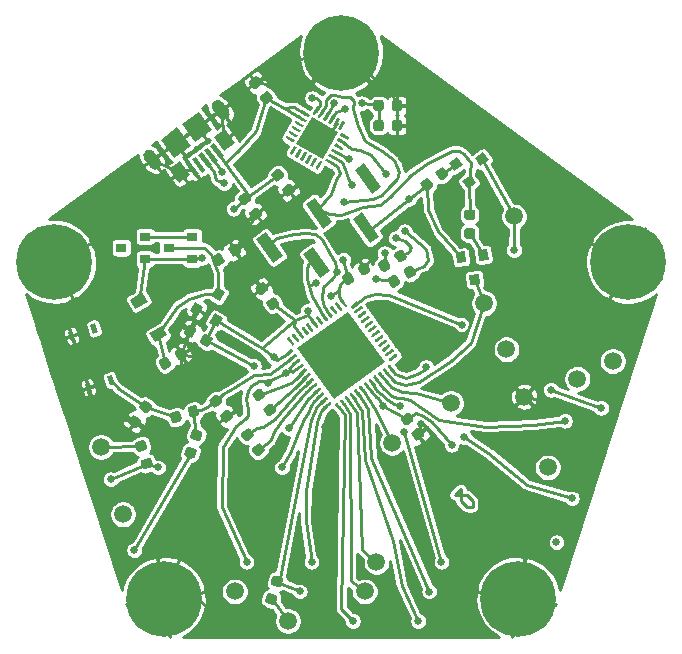
<source format=gbr>
%TF.GenerationSoftware,KiCad,Pcbnew,5.1.6-c6e7f7d~87~ubuntu18.04.1*%
%TF.CreationDate,2020-07-29T15:25:13-07:00*%
%TF.ProjectId,esp32_picod4_downpads,65737033-325f-4706-9963-6f64345f646f,rev?*%
%TF.SameCoordinates,Original*%
%TF.FileFunction,Copper,L1,Top*%
%TF.FilePolarity,Positive*%
%FSLAX46Y46*%
G04 Gerber Fmt 4.6, Leading zero omitted, Abs format (unit mm)*
G04 Created by KiCad (PCBNEW 5.1.6-c6e7f7d~87~ubuntu18.04.1) date 2020-07-29 15:25:13*
%MOMM*%
%LPD*%
G01*
G04 APERTURE LIST*
%TA.AperFunction,SMDPad,CuDef*%
%ADD10C,0.100000*%
%TD*%
%TA.AperFunction,SMDPad,CuDef*%
%ADD11C,1.500000*%
%TD*%
%TA.AperFunction,ComponentPad*%
%ADD12C,0.800000*%
%TD*%
%TA.AperFunction,ComponentPad*%
%ADD13C,6.400000*%
%TD*%
%TA.AperFunction,SMDPad,CuDef*%
%ADD14R,0.900000X0.800000*%
%TD*%
%TA.AperFunction,ViaPad*%
%ADD15C,0.650000*%
%TD*%
%TA.AperFunction,Conductor*%
%ADD16C,0.250000*%
%TD*%
%TA.AperFunction,Conductor*%
%ADD17C,0.254000*%
%TD*%
G04 APERTURE END LIST*
%TA.AperFunction,SMDPad,CuDef*%
D10*
%TO.P,J18,2*%
%TO.N,U0TX*%
G36*
X99073037Y-92878829D02*
G01*
X98253885Y-93452405D01*
X96814209Y-91396333D01*
X97633361Y-90822757D01*
X99073037Y-92878829D01*
G37*
%TD.AperFunction*%
%TA.AperFunction,SMDPad,CuDef*%
%TO.P,J18,4*%
%TO.N,DTR*%
G36*
X103234329Y-89965060D02*
G01*
X102415177Y-90538636D01*
X100975501Y-88482564D01*
X101794653Y-87908988D01*
X103234329Y-89965060D01*
G37*
%TD.AperFunction*%
%TA.AperFunction,SMDPad,CuDef*%
%TO.P,J18,1*%
%TO.N,U0RX*%
G36*
X95093853Y-91624320D02*
G01*
X94274701Y-92197896D01*
X92835025Y-90141824D01*
X93654177Y-89568248D01*
X95093853Y-91624320D01*
G37*
%TD.AperFunction*%
%TA.AperFunction,SMDPad,CuDef*%
%TO.P,J18,3*%
%TO.N,RTS*%
G36*
X99255145Y-88710551D02*
G01*
X98435993Y-89284127D01*
X96996317Y-87228055D01*
X97815469Y-86654479D01*
X99255145Y-88710551D01*
G37*
%TD.AperFunction*%
%TA.AperFunction,SMDPad,CuDef*%
%TO.P,J18,5*%
%TO.N,GND*%
G36*
X103416437Y-85796783D02*
G01*
X102597285Y-86370359D01*
X101157609Y-84314287D01*
X101976761Y-83740711D01*
X103416437Y-85796783D01*
G37*
%TD.AperFunction*%
%TD*%
%TO.P,C1,1*%
%TO.N,Net-(C1-Pad1)*%
%TA.AperFunction,SMDPad,CuDef*%
G36*
G01*
X91609771Y-106522473D02*
X92024393Y-106221234D01*
G75*
G02*
X92329943Y-106269628I128578J-176972D01*
G01*
X92587099Y-106623572D01*
G75*
G02*
X92538705Y-106929122I-176972J-128578D01*
G01*
X92124083Y-107230362D01*
G75*
G02*
X91818533Y-107181968I-128578J176972D01*
G01*
X91561377Y-106828024D01*
G75*
G02*
X91609771Y-106522474I176972J128578D01*
G01*
G37*
%TD.AperFunction*%
%TO.P,C1,2*%
%TO.N,Net-(C1-Pad2)*%
%TA.AperFunction,SMDPad,CuDef*%
G36*
G01*
X92535533Y-107796675D02*
X92950155Y-107495436D01*
G75*
G02*
X93255705Y-107543830I128578J-176972D01*
G01*
X93512861Y-107897774D01*
G75*
G02*
X93464467Y-108203324I-176972J-128578D01*
G01*
X93049845Y-108504564D01*
G75*
G02*
X92744295Y-108456170I-128578J176972D01*
G01*
X92487139Y-108102226D01*
G75*
G02*
X92535533Y-107796676I176972J128578D01*
G01*
G37*
%TD.AperFunction*%
%TD*%
%TO.P,C2,2*%
%TO.N,Net-(C2-Pad2)*%
%TA.AperFunction,SMDPad,CuDef*%
G36*
G01*
X93498414Y-104433776D02*
X93913036Y-104132537D01*
G75*
G02*
X94218586Y-104180931I128578J-176972D01*
G01*
X94475742Y-104534875D01*
G75*
G02*
X94427348Y-104840425I-176972J-128578D01*
G01*
X94012726Y-105141665D01*
G75*
G02*
X93707176Y-105093271I-128578J176972D01*
G01*
X93450020Y-104739327D01*
G75*
G02*
X93498414Y-104433777I176972J128578D01*
G01*
G37*
%TD.AperFunction*%
%TO.P,C2,1*%
%TO.N,Net-(C2-Pad1)*%
%TA.AperFunction,SMDPad,CuDef*%
G36*
G01*
X92572652Y-103159574D02*
X92987274Y-102858335D01*
G75*
G02*
X93292824Y-102906729I128578J-176972D01*
G01*
X93549980Y-103260673D01*
G75*
G02*
X93501586Y-103566223I-176972J-128578D01*
G01*
X93086964Y-103867463D01*
G75*
G02*
X92781414Y-103819069I-128578J176972D01*
G01*
X92524258Y-103465125D01*
G75*
G02*
X92572652Y-103159575I176972J128578D01*
G01*
G37*
%TD.AperFunction*%
%TD*%
%TO.P,C3,2*%
%TO.N,Net-(C3-Pad2)*%
%TA.AperFunction,SMDPad,CuDef*%
G36*
G01*
X89864467Y-104103325D02*
X89449845Y-104404564D01*
G75*
G02*
X89144295Y-104356170I-128578J176972D01*
G01*
X88887139Y-104002226D01*
G75*
G02*
X88935533Y-103696676I176972J128578D01*
G01*
X89350155Y-103395436D01*
G75*
G02*
X89655705Y-103443830I128578J-176972D01*
G01*
X89912861Y-103797774D01*
G75*
G02*
X89864467Y-104103324I-176972J-128578D01*
G01*
G37*
%TD.AperFunction*%
%TO.P,C3,1*%
%TO.N,GND*%
%TA.AperFunction,SMDPad,CuDef*%
G36*
G01*
X90790229Y-105377527D02*
X90375607Y-105678766D01*
G75*
G02*
X90070057Y-105630372I-128578J176972D01*
G01*
X89812901Y-105276428D01*
G75*
G02*
X89861295Y-104970878I176972J128578D01*
G01*
X90275917Y-104669638D01*
G75*
G02*
X90581467Y-104718032I128578J-176972D01*
G01*
X90838623Y-105071976D01*
G75*
G02*
X90790229Y-105377526I-176972J-128578D01*
G01*
G37*
%TD.AperFunction*%
%TD*%
%TO.P,C4,1*%
%TO.N,GND*%
%TA.AperFunction,SMDPad,CuDef*%
G36*
G01*
X82487274Y-106141666D02*
X82072652Y-105840425D01*
G75*
G02*
X82024258Y-105534875I128578J176972D01*
G01*
X82281414Y-105180931D01*
G75*
G02*
X82586964Y-105132537I176972J-128578D01*
G01*
X83001586Y-105433777D01*
G75*
G02*
X83049980Y-105739327I-128578J-176972D01*
G01*
X82792824Y-106093271D01*
G75*
G02*
X82487274Y-106141665I-176972J128578D01*
G01*
G37*
%TD.AperFunction*%
%TO.P,C4,2*%
%TO.N,Net-(C4-Pad2)*%
%TA.AperFunction,SMDPad,CuDef*%
G36*
G01*
X83413036Y-104867464D02*
X82998414Y-104566223D01*
G75*
G02*
X82950020Y-104260673I128578J176972D01*
G01*
X83207176Y-103906729D01*
G75*
G02*
X83512726Y-103858335I176972J-128578D01*
G01*
X83927348Y-104159575D01*
G75*
G02*
X83975742Y-104465125I-128578J-176972D01*
G01*
X83718586Y-104819069D01*
G75*
G02*
X83413036Y-104867463I-176972J128578D01*
G01*
G37*
%TD.AperFunction*%
%TD*%
%TO.P,C5,2*%
%TO.N,GND*%
%TA.AperFunction,SMDPad,CuDef*%
G36*
G01*
X106048414Y-106483776D02*
X106463036Y-106182537D01*
G75*
G02*
X106768586Y-106230931I128578J-176972D01*
G01*
X107025742Y-106584875D01*
G75*
G02*
X106977348Y-106890425I-176972J-128578D01*
G01*
X106562726Y-107191665D01*
G75*
G02*
X106257176Y-107143271I-128578J176972D01*
G01*
X106000020Y-106789327D01*
G75*
G02*
X106048414Y-106483777I176972J128578D01*
G01*
G37*
%TD.AperFunction*%
%TO.P,C5,1*%
%TO.N,+3V3*%
%TA.AperFunction,SMDPad,CuDef*%
G36*
G01*
X105122652Y-105209574D02*
X105537274Y-104908335D01*
G75*
G02*
X105842824Y-104956729I128578J-176972D01*
G01*
X106099980Y-105310673D01*
G75*
G02*
X106051586Y-105616223I-176972J-128578D01*
G01*
X105636964Y-105917463D01*
G75*
G02*
X105331414Y-105869069I-128578J176972D01*
G01*
X105074258Y-105515125D01*
G75*
G02*
X105122652Y-105209575I176972J128578D01*
G01*
G37*
%TD.AperFunction*%
%TD*%
%TO.P,C6,1*%
%TO.N,VUSB*%
%TA.AperFunction,SMDPad,CuDef*%
G36*
G01*
X94172652Y-84559574D02*
X94587274Y-84258335D01*
G75*
G02*
X94892824Y-84306729I128578J-176972D01*
G01*
X95149980Y-84660673D01*
G75*
G02*
X95101586Y-84966223I-176972J-128578D01*
G01*
X94686964Y-85267463D01*
G75*
G02*
X94381414Y-85219069I-128578J176972D01*
G01*
X94124258Y-84865125D01*
G75*
G02*
X94172652Y-84559575I176972J128578D01*
G01*
G37*
%TD.AperFunction*%
%TO.P,C6,2*%
%TO.N,GND*%
%TA.AperFunction,SMDPad,CuDef*%
G36*
G01*
X95098414Y-85833776D02*
X95513036Y-85532537D01*
G75*
G02*
X95818586Y-85580931I128578J-176972D01*
G01*
X96075742Y-85934875D01*
G75*
G02*
X96027348Y-86240425I-176972J-128578D01*
G01*
X95612726Y-86541665D01*
G75*
G02*
X95307176Y-86493271I-128578J176972D01*
G01*
X95050020Y-86139327D01*
G75*
G02*
X95098414Y-85833777I176972J128578D01*
G01*
G37*
%TD.AperFunction*%
%TD*%
%TO.P,C7,1*%
%TO.N,+3V3*%
%TA.AperFunction,SMDPad,CuDef*%
G36*
G01*
X89107011Y-98746831D02*
X88850761Y-99190669D01*
G75*
G02*
X88551943Y-99270737I-189443J109375D01*
G01*
X88173057Y-99051987D01*
G75*
G02*
X88092989Y-98753169I109375J189443D01*
G01*
X88349239Y-98309331D01*
G75*
G02*
X88648057Y-98229263I189443J-109375D01*
G01*
X89026943Y-98448013D01*
G75*
G02*
X89107011Y-98746831I-109375J-189443D01*
G01*
G37*
%TD.AperFunction*%
%TO.P,C7,2*%
%TO.N,GND*%
%TA.AperFunction,SMDPad,CuDef*%
G36*
G01*
X87743021Y-97959331D02*
X87486771Y-98403169D01*
G75*
G02*
X87187953Y-98483237I-189443J109375D01*
G01*
X86809067Y-98264487D01*
G75*
G02*
X86728999Y-97965669I109375J189443D01*
G01*
X86985249Y-97521831D01*
G75*
G02*
X87284067Y-97441763I189443J-109375D01*
G01*
X87662953Y-97660513D01*
G75*
G02*
X87743021Y-97959331I-109375J-189443D01*
G01*
G37*
%TD.AperFunction*%
%TD*%
%TO.P,C8,2*%
%TO.N,GND*%
%TA.AperFunction,SMDPad,CuDef*%
G36*
G01*
X93201586Y-77116224D02*
X92786964Y-77417463D01*
G75*
G02*
X92481414Y-77369069I-128578J176972D01*
G01*
X92224258Y-77015125D01*
G75*
G02*
X92272652Y-76709575I176972J128578D01*
G01*
X92687274Y-76408335D01*
G75*
G02*
X92992824Y-76456729I128578J-176972D01*
G01*
X93249980Y-76810673D01*
G75*
G02*
X93201586Y-77116223I-176972J-128578D01*
G01*
G37*
%TD.AperFunction*%
%TO.P,C8,1*%
%TO.N,VUSB*%
%TA.AperFunction,SMDPad,CuDef*%
G36*
G01*
X94127348Y-78390426D02*
X93712726Y-78691665D01*
G75*
G02*
X93407176Y-78643271I-128578J176972D01*
G01*
X93150020Y-78289327D01*
G75*
G02*
X93198414Y-77983777I176972J128578D01*
G01*
X93613036Y-77682537D01*
G75*
G02*
X93918586Y-77730931I128578J-176972D01*
G01*
X94175742Y-78084875D01*
G75*
G02*
X94127348Y-78390425I-176972J-128578D01*
G01*
G37*
%TD.AperFunction*%
%TD*%
%TO.P,C9,2*%
%TO.N,GND*%
%TA.AperFunction,SMDPad,CuDef*%
G36*
G01*
X104312500Y-79106250D02*
X104312500Y-78593750D01*
G75*
G02*
X104531250Y-78375000I218750J0D01*
G01*
X104968750Y-78375000D01*
G75*
G02*
X105187500Y-78593750I0J-218750D01*
G01*
X105187500Y-79106250D01*
G75*
G02*
X104968750Y-79325000I-218750J0D01*
G01*
X104531250Y-79325000D01*
G75*
G02*
X104312500Y-79106250I0J218750D01*
G01*
G37*
%TD.AperFunction*%
%TO.P,C9,1*%
%TO.N,Net-(C10-Pad1)*%
%TA.AperFunction,SMDPad,CuDef*%
G36*
G01*
X102737500Y-79106250D02*
X102737500Y-78593750D01*
G75*
G02*
X102956250Y-78375000I218750J0D01*
G01*
X103393750Y-78375000D01*
G75*
G02*
X103612500Y-78593750I0J-218750D01*
G01*
X103612500Y-79106250D01*
G75*
G02*
X103393750Y-79325000I-218750J0D01*
G01*
X102956250Y-79325000D01*
G75*
G02*
X102737500Y-79106250I0J218750D01*
G01*
G37*
%TD.AperFunction*%
%TD*%
%TO.P,C10,1*%
%TO.N,Net-(C10-Pad1)*%
%TA.AperFunction,SMDPad,CuDef*%
G36*
G01*
X102737500Y-80806250D02*
X102737500Y-80293750D01*
G75*
G02*
X102956250Y-80075000I218750J0D01*
G01*
X103393750Y-80075000D01*
G75*
G02*
X103612500Y-80293750I0J-218750D01*
G01*
X103612500Y-80806250D01*
G75*
G02*
X103393750Y-81025000I-218750J0D01*
G01*
X102956250Y-81025000D01*
G75*
G02*
X102737500Y-80806250I0J218750D01*
G01*
G37*
%TD.AperFunction*%
%TO.P,C10,2*%
%TO.N,GND*%
%TA.AperFunction,SMDPad,CuDef*%
G36*
G01*
X104312500Y-80806250D02*
X104312500Y-80293750D01*
G75*
G02*
X104531250Y-80075000I218750J0D01*
G01*
X104968750Y-80075000D01*
G75*
G02*
X105187500Y-80293750I0J-218750D01*
G01*
X105187500Y-80806250D01*
G75*
G02*
X104968750Y-81025000I-218750J0D01*
G01*
X104531250Y-81025000D01*
G75*
G02*
X104312500Y-80806250I0J218750D01*
G01*
G37*
%TD.AperFunction*%
%TD*%
%TO.P,C11,1*%
%TO.N,Net-(C11-Pad1)*%
%TA.AperFunction,SMDPad,CuDef*%
G36*
G01*
X89367244Y-92334419D02*
X89110994Y-91890581D01*
G75*
G02*
X89191062Y-91591763I189443J109375D01*
G01*
X89569948Y-91373013D01*
G75*
G02*
X89868766Y-91453081I109375J-189443D01*
G01*
X90125016Y-91896919D01*
G75*
G02*
X90044948Y-92195737I-189443J-109375D01*
G01*
X89666062Y-92414487D01*
G75*
G02*
X89367244Y-92334419I-109375J189443D01*
G01*
G37*
%TD.AperFunction*%
%TO.P,C11,2*%
%TO.N,GND*%
%TA.AperFunction,SMDPad,CuDef*%
G36*
G01*
X90731234Y-91546919D02*
X90474984Y-91103081D01*
G75*
G02*
X90555052Y-90804263I189443J109375D01*
G01*
X90933938Y-90585513D01*
G75*
G02*
X91232756Y-90665581I109375J-189443D01*
G01*
X91489006Y-91109419D01*
G75*
G02*
X91408938Y-91408237I-189443J-109375D01*
G01*
X91030052Y-91626987D01*
G75*
G02*
X90731234Y-91546919I-109375J189443D01*
G01*
G37*
%TD.AperFunction*%
%TD*%
%TO.P,C12,2*%
%TO.N,GND*%
%TA.AperFunction,SMDPad,CuDef*%
G36*
G01*
X86199239Y-100340669D02*
X85942989Y-99896831D01*
G75*
G02*
X86023057Y-99598013I189443J109375D01*
G01*
X86401943Y-99379263D01*
G75*
G02*
X86700761Y-99459331I109375J-189443D01*
G01*
X86957011Y-99903169D01*
G75*
G02*
X86876943Y-100201987I-189443J-109375D01*
G01*
X86498057Y-100420737D01*
G75*
G02*
X86199239Y-100340669I-109375J189443D01*
G01*
G37*
%TD.AperFunction*%
%TO.P,C12,1*%
%TO.N,Net-(C11-Pad1)*%
%TA.AperFunction,SMDPad,CuDef*%
G36*
G01*
X84835249Y-101128169D02*
X84578999Y-100684331D01*
G75*
G02*
X84659067Y-100385513I189443J109375D01*
G01*
X85037953Y-100166763D01*
G75*
G02*
X85336771Y-100246831I109375J-189443D01*
G01*
X85593021Y-100690669D01*
G75*
G02*
X85512953Y-100989487I-189443J-109375D01*
G01*
X85134067Y-101208237D01*
G75*
G02*
X84835249Y-101128169I-109375J189443D01*
G01*
G37*
%TD.AperFunction*%
%TD*%
%TO.P,C13,2*%
%TO.N,GND*%
%TA.AperFunction,SMDPad,CuDef*%
G36*
G01*
X93751586Y-94566224D02*
X93336964Y-94867463D01*
G75*
G02*
X93031414Y-94819069I-128578J176972D01*
G01*
X92774258Y-94465125D01*
G75*
G02*
X92822652Y-94159575I176972J128578D01*
G01*
X93237274Y-93858335D01*
G75*
G02*
X93542824Y-93906729I128578J-176972D01*
G01*
X93799980Y-94260673D01*
G75*
G02*
X93751586Y-94566223I-176972J-128578D01*
G01*
G37*
%TD.AperFunction*%
%TO.P,C13,1*%
%TO.N,+3V3*%
%TA.AperFunction,SMDPad,CuDef*%
G36*
G01*
X94677348Y-95840426D02*
X94262726Y-96141665D01*
G75*
G02*
X93957176Y-96093271I-128578J176972D01*
G01*
X93700020Y-95739327D01*
G75*
G02*
X93748414Y-95433777I176972J128578D01*
G01*
X94163036Y-95132537D01*
G75*
G02*
X94468586Y-95180931I128578J-176972D01*
G01*
X94725742Y-95534875D01*
G75*
G02*
X94677348Y-95840425I-176972J-128578D01*
G01*
G37*
%TD.AperFunction*%
%TD*%
%TO.P,C14,1*%
%TO.N,+3V3*%
%TA.AperFunction,SMDPad,CuDef*%
G36*
G01*
X100349239Y-93940669D02*
X100092989Y-93496831D01*
G75*
G02*
X100173057Y-93198013I189443J109375D01*
G01*
X100551943Y-92979263D01*
G75*
G02*
X100850761Y-93059331I109375J-189443D01*
G01*
X101107011Y-93503169D01*
G75*
G02*
X101026943Y-93801987I-189443J-109375D01*
G01*
X100648057Y-94020737D01*
G75*
G02*
X100349239Y-93940669I-109375J189443D01*
G01*
G37*
%TD.AperFunction*%
%TO.P,C14,2*%
%TO.N,GND*%
%TA.AperFunction,SMDPad,CuDef*%
G36*
G01*
X101713229Y-93153169D02*
X101456979Y-92709331D01*
G75*
G02*
X101537047Y-92410513I189443J109375D01*
G01*
X101915933Y-92191763D01*
G75*
G02*
X102214751Y-92271831I109375J-189443D01*
G01*
X102471001Y-92715669D01*
G75*
G02*
X102390933Y-93014487I-189443J-109375D01*
G01*
X102012047Y-93233237D01*
G75*
G02*
X101713229Y-93153169I-109375J189443D01*
G01*
G37*
%TD.AperFunction*%
%TD*%
%TA.AperFunction,SMDPad,CuDef*%
%TO.P,D1,1*%
%TO.N,VUSB*%
G36*
X82130385Y-95281347D02*
G01*
X83169615Y-94681347D01*
X83619615Y-95460769D01*
X82580385Y-96060769D01*
X82130385Y-95281347D01*
G37*
%TD.AperFunction*%
%TA.AperFunction,SMDPad,CuDef*%
%TO.P,D1,2*%
%TO.N,Net-(C11-Pad1)*%
G36*
X83780385Y-98139231D02*
G01*
X84819615Y-97539231D01*
X85269615Y-98318653D01*
X84230385Y-98918653D01*
X83780385Y-98139231D01*
G37*
%TD.AperFunction*%
%TD*%
D11*
%TO.P,J1,1*%
%TO.N,PT0*%
X81534014Y-113469766D03*
%TD*%
%TO.P,J2,1*%
%TO.N,Net-(J2-Pad1)*%
X117500000Y-109500000D03*
%TD*%
%TO.P,J3,1*%
%TO.N,Net-(J3-Pad1)*%
X123000000Y-100500000D03*
%TD*%
%TO.P,J4,1*%
%TO.N,Net-(J4-Pad1)*%
X91000000Y-120000000D03*
%TD*%
%TO.P,J5,1*%
%TO.N,Net-(J5-Pad1)*%
X120000000Y-102000000D03*
%TD*%
%TO.P,J6,1*%
%TO.N,PT5*%
X95500000Y-122500000D03*
%TD*%
%TO.P,J7,1*%
%TO.N,PT6*%
X79679914Y-107763427D03*
%TD*%
%TO.P,J9,1*%
%TO.N,VSPIDGPIO23*%
X114000000Y-99500000D03*
%TD*%
%TO.P,J10,1*%
%TO.N,DAC1GPIO25*%
X102000000Y-120000000D03*
%TD*%
%TO.P,J11,1*%
%TO.N,DAC2GPIO26*%
X103000000Y-117500000D03*
%TD*%
%TO.P,J12,1*%
%TO.N,IO2*%
X109300000Y-104050000D03*
%TD*%
%TO.P,J13,1*%
%TO.N,MTDI*%
X104330000Y-107400000D03*
%TD*%
%TO.P,J14,1*%
%TO.N,#EN*%
X114650000Y-88250000D03*
%TD*%
%TO.P,J15,1*%
%TO.N,IO0*%
X112100000Y-95600000D03*
%TD*%
%TO.P,J16,1*%
%TO.N,GND*%
X115500000Y-103500000D03*
%TD*%
%TA.AperFunction,SMDPad,CuDef*%
D10*
%TO.P,J17,1*%
%TO.N,Net-(C4-Pad2)*%
G36*
X80578401Y-101661187D02*
G01*
X80825614Y-102422032D01*
X80445191Y-102545639D01*
X80197978Y-101784794D01*
X80578401Y-101661187D01*
G37*
%TD.AperFunction*%
%TA.AperFunction,SMDPad,CuDef*%
%TO.P,J17,2*%
%TO.N,Net-(J17-Pad2)*%
G36*
X79156922Y-97286327D02*
G01*
X79404135Y-98047172D01*
X79023712Y-98170779D01*
X78776499Y-97409934D01*
X79156922Y-97286327D01*
G37*
%TD.AperFunction*%
%TA.AperFunction,SMDPad,CuDef*%
%TO.P,J17,3*%
%TO.N,GND*%
G36*
X77254809Y-97904361D02*
G01*
X77502022Y-98665206D01*
X77121599Y-98788813D01*
X76874386Y-98027968D01*
X77254809Y-97904361D01*
G37*
%TD.AperFunction*%
%TA.AperFunction,SMDPad,CuDef*%
%TO.P,J17,4*%
G36*
X78676288Y-102279221D02*
G01*
X78923501Y-103040066D01*
X78543078Y-103163673D01*
X78295865Y-102402828D01*
X78676288Y-102279221D01*
G37*
%TD.AperFunction*%
%TD*%
%TA.AperFunction,SMDPad,CuDef*%
%TO.P,J19,6*%
%TO.N,GND*%
G36*
X86149494Y-80717122D02*
G01*
X87266286Y-82254254D01*
X85850506Y-83282878D01*
X84733714Y-81745746D01*
X86149494Y-80717122D01*
G37*
%TD.AperFunction*%
%TA.AperFunction,SMDPad,CuDef*%
%TO.P,J19,2*%
%TO.N,Net-(J19-Pad2)*%
G36*
X88743990Y-82416707D02*
G01*
X89566889Y-83549331D01*
X89243282Y-83784445D01*
X88420383Y-82651821D01*
X88743990Y-82416707D01*
G37*
%TD.AperFunction*%
%TA.AperFunction,SMDPad,CuDef*%
%TO.P,J19,1*%
%TO.N,VUSB*%
G36*
X89269851Y-82034647D02*
G01*
X90092750Y-83167271D01*
X89769143Y-83402385D01*
X88946244Y-82269761D01*
X89269851Y-82034647D01*
G37*
%TD.AperFunction*%
%TA.AperFunction,SMDPad,CuDef*%
%TO.P,J19,5*%
%TO.N,GND*%
G36*
X87166407Y-83562888D02*
G01*
X87989306Y-84695512D01*
X87665699Y-84930626D01*
X86842800Y-83798002D01*
X87166407Y-83562888D01*
G37*
%TD.AperFunction*%
%TA.AperFunction,SMDPad,CuDef*%
%TO.P,J19,4*%
%TO.N,Net-(J19-Pad4)*%
G36*
X87692268Y-83180828D02*
G01*
X88515167Y-84313452D01*
X88191560Y-84548566D01*
X87368661Y-83415942D01*
X87692268Y-83180828D01*
G37*
%TD.AperFunction*%
%TA.AperFunction,SMDPad,CuDef*%
%TO.P,J19,3*%
%TO.N,Net-(J19-Pad3)*%
G36*
X88218129Y-82798768D02*
G01*
X89041028Y-83931392D01*
X88717421Y-84166506D01*
X87894522Y-83033882D01*
X88218129Y-82798768D01*
G37*
%TD.AperFunction*%
%TA.AperFunction,SMDPad,CuDef*%
%TO.P,J19,6*%
%TO.N,GND*%
G36*
X87969782Y-79394605D02*
G01*
X89086574Y-80931737D01*
X87670794Y-81960361D01*
X86554002Y-80423229D01*
X87969782Y-79394605D01*
G37*
%TD.AperFunction*%
%TA.AperFunction,ComponentPad*%
G36*
G01*
X89627454Y-79889828D02*
X89127836Y-79202164D01*
G75*
G02*
X89243983Y-78468843I424734J308587D01*
G01*
X89243983Y-78468843D01*
G75*
G02*
X89977304Y-78584990I308587J-424734D01*
G01*
X90476922Y-79272654D01*
G75*
G02*
X90360775Y-80005975I-424734J-308587D01*
G01*
X90360775Y-80005975D01*
G75*
G02*
X89627454Y-79889828I-308587J424734D01*
G01*
G37*
%TD.AperFunction*%
%TA.AperFunction,ComponentPad*%
G36*
G01*
X84192833Y-82787655D02*
X84692451Y-83475319D01*
G75*
G02*
X84576304Y-84208640I-424734J-308587D01*
G01*
X84576304Y-84208640D01*
G75*
G02*
X83842983Y-84092493I-308587J424734D01*
G01*
X83343365Y-83404829D01*
G75*
G02*
X83459512Y-82671508I424734J308587D01*
G01*
X83459512Y-82671508D01*
G75*
G02*
X84192833Y-82787655I308587J-424734D01*
G01*
G37*
%TD.AperFunction*%
%TA.AperFunction,SMDPad,CuDef*%
G36*
X86383025Y-83581997D02*
G01*
X87235314Y-84755072D01*
X86304945Y-85431025D01*
X85452656Y-84257950D01*
X86383025Y-83581997D01*
G37*
%TD.AperFunction*%
%TA.AperFunction,SMDPad,CuDef*%
G36*
X90136864Y-80854674D02*
G01*
X90989153Y-82027749D01*
X90058784Y-82703702D01*
X89206495Y-81530627D01*
X90136864Y-80854674D01*
G37*
%TD.AperFunction*%
%TD*%
%TO.P,L1,1*%
%TO.N,Net-(C3-Pad2)*%
%TA.AperFunction,SMDPad,CuDef*%
G36*
G01*
X87835859Y-104377746D02*
X87994230Y-104865163D01*
G75*
G02*
X87853783Y-105140804I-208044J-67597D01*
G01*
X87437696Y-105275999D01*
G75*
G02*
X87162055Y-105135552I-67597J208044D01*
G01*
X87003684Y-104648135D01*
G75*
G02*
X87144131Y-104372494I208044J67597D01*
G01*
X87560218Y-104237299D01*
G75*
G02*
X87835859Y-104377746I67597J-208044D01*
G01*
G37*
%TD.AperFunction*%
%TO.P,L1,2*%
%TO.N,Net-(C4-Pad2)*%
%TA.AperFunction,SMDPad,CuDef*%
G36*
G01*
X86337945Y-104864448D02*
X86496316Y-105351865D01*
G75*
G02*
X86355869Y-105627506I-208044J-67597D01*
G01*
X85939782Y-105762701D01*
G75*
G02*
X85664141Y-105622254I-67597J208044D01*
G01*
X85505770Y-105134837D01*
G75*
G02*
X85646217Y-104859196I208044J67597D01*
G01*
X86062304Y-104724001D01*
G75*
G02*
X86337945Y-104864448I67597J-208044D01*
G01*
G37*
%TD.AperFunction*%
%TD*%
D12*
%TO.P,M1,1*%
%TO.N,GND*%
X87370452Y-120224557D03*
X86410685Y-118658359D03*
X84624557Y-118229548D03*
X83058359Y-119189315D03*
X82629548Y-120975443D03*
X83589315Y-122541641D03*
X85375443Y-122970452D03*
X86941641Y-122010685D03*
D13*
X85000000Y-120600000D03*
%TD*%
%TO.P,M2,1*%
%TO.N,GND*%
X115000000Y-120600000D03*
D12*
X116941641Y-119189315D03*
X117370452Y-120975443D03*
X116410685Y-122541641D03*
X114624557Y-122970452D03*
X113058359Y-122010685D03*
X112629548Y-120224557D03*
X113589315Y-118658359D03*
X115375443Y-118229548D03*
%TD*%
%TO.P,M4,1*%
%TO.N,GND*%
X76789577Y-94238415D03*
X77982536Y-92841641D03*
X77838415Y-91010423D03*
X76441641Y-89817464D03*
X74610423Y-89961585D03*
X73417464Y-91358359D03*
X73561585Y-93189577D03*
X74958359Y-94382536D03*
D13*
X75700000Y-92100000D03*
%TD*%
%TO.P,M5,1*%
%TO.N,GND*%
X124300000Y-92100000D03*
D12*
X123558359Y-89817464D03*
X125389577Y-89961585D03*
X126582536Y-91358359D03*
X126438415Y-93189577D03*
X125041641Y-94382536D03*
X123210423Y-94238415D03*
X122017464Y-92841641D03*
X122161585Y-91010423D03*
%TD*%
%TA.AperFunction,SMDPad,CuDef*%
D10*
%TO.P,Q1,3*%
%TO.N,#EN*%
G36*
X111771056Y-83988110D02*
G01*
X111300828Y-83340897D01*
X112028944Y-82811890D01*
X112499172Y-83459103D01*
X111771056Y-83988110D01*
G37*
%TD.AperFunction*%
%TA.AperFunction,SMDPad,CuDef*%
%TO.P,Q1,2*%
%TO.N,RTS*%
G36*
X110711418Y-85932246D02*
G01*
X110241190Y-85285033D01*
X110969306Y-84756026D01*
X111439534Y-85403239D01*
X110711418Y-85932246D01*
G37*
%TD.AperFunction*%
%TA.AperFunction,SMDPad,CuDef*%
%TO.P,Q1,1*%
%TO.N,Net-(Q1-Pad1)*%
G36*
X109594626Y-84395114D02*
G01*
X109124398Y-83747901D01*
X109852514Y-83218894D01*
X110322742Y-83866107D01*
X109594626Y-84395114D01*
G37*
%TD.AperFunction*%
%TD*%
%TA.AperFunction,SMDPad,CuDef*%
%TO.P,Q2,1*%
%TO.N,Net-(Q2-Pad1)*%
G36*
X111595420Y-91100453D02*
G01*
X112391038Y-91016830D01*
X112485114Y-91911899D01*
X111689496Y-91995522D01*
X111595420Y-91100453D01*
G37*
%TD.AperFunction*%
%TA.AperFunction,SMDPad,CuDef*%
%TO.P,Q2,2*%
%TO.N,DTR*%
G36*
X109705829Y-91299057D02*
G01*
X110501447Y-91215434D01*
X110595523Y-92110503D01*
X109799905Y-92194126D01*
X109705829Y-91299057D01*
G37*
%TD.AperFunction*%
%TA.AperFunction,SMDPad,CuDef*%
%TO.P,Q2,3*%
%TO.N,IO0*%
G36*
X110859681Y-93188799D02*
G01*
X111655299Y-93105176D01*
X111749375Y-94000245D01*
X110953757Y-94083868D01*
X110859681Y-93188799D01*
G37*
%TD.AperFunction*%
%TD*%
D14*
%TO.P,Q3,1*%
%TO.N,VUSB*%
X83400000Y-91850000D03*
%TO.P,Q3,2*%
%TO.N,Net-(Q3-Pad2)*%
X83400000Y-89950000D03*
%TO.P,Q3,3*%
%TO.N,VIN*%
X81400000Y-90900000D03*
%TD*%
%TO.P,Q4,3*%
%TO.N,Net-(C11-Pad1)*%
X85400000Y-90900000D03*
%TO.P,Q4,2*%
%TO.N,Net-(Q3-Pad2)*%
X87400000Y-89950000D03*
%TO.P,Q4,1*%
%TO.N,VUSB*%
X87400000Y-91850000D03*
%TD*%
%TO.P,R1,2*%
%TO.N,ADC6*%
%TA.AperFunction,SMDPad,CuDef*%
G36*
G01*
X83169428Y-108836590D02*
X83656845Y-108678219D01*
G75*
G02*
X83932486Y-108818666I67597J-208044D01*
G01*
X84067681Y-109234753D01*
G75*
G02*
X83927234Y-109510394I-208044J-67597D01*
G01*
X83439817Y-109668765D01*
G75*
G02*
X83164176Y-109528318I-67597J208044D01*
G01*
X83028981Y-109112231D01*
G75*
G02*
X83169428Y-108836590I208044J67597D01*
G01*
G37*
%TD.AperFunction*%
%TO.P,R1,1*%
%TO.N,PT6*%
%TA.AperFunction,SMDPad,CuDef*%
G36*
G01*
X82682726Y-107338676D02*
X83170143Y-107180305D01*
G75*
G02*
X83445784Y-107320752I67597J-208044D01*
G01*
X83580979Y-107736839D01*
G75*
G02*
X83440532Y-108012480I-208044J-67597D01*
G01*
X82953115Y-108170851D01*
G75*
G02*
X82677474Y-108030404I-67597J208044D01*
G01*
X82542279Y-107614317D01*
G75*
G02*
X82682726Y-107338676I208044J67597D01*
G01*
G37*
%TD.AperFunction*%
%TD*%
%TO.P,R2,2*%
%TO.N,ADC7*%
%TA.AperFunction,SMDPad,CuDef*%
G36*
G01*
X94676864Y-119646316D02*
X94189448Y-119487945D01*
G75*
G02*
X94049001Y-119212304I67597J208044D01*
G01*
X94184196Y-118796217D01*
G75*
G02*
X94459837Y-118655770I208044J-67597D01*
G01*
X94947254Y-118814141D01*
G75*
G02*
X95087701Y-119089782I-67597J-208044D01*
G01*
X94952506Y-119505869D01*
G75*
G02*
X94676865Y-119646316I-208044J67597D01*
G01*
G37*
%TD.AperFunction*%
%TO.P,R2,1*%
%TO.N,PT5*%
%TA.AperFunction,SMDPad,CuDef*%
G36*
G01*
X94190162Y-121144230D02*
X93702746Y-120985859D01*
G75*
G02*
X93562299Y-120710218I67597J208044D01*
G01*
X93697494Y-120294131D01*
G75*
G02*
X93973135Y-120153684I208044J-67597D01*
G01*
X94460552Y-120312055D01*
G75*
G02*
X94600999Y-120587696I-67597J-208044D01*
G01*
X94465804Y-121003783D01*
G75*
G02*
X94190163Y-121144230I-208044J67597D01*
G01*
G37*
%TD.AperFunction*%
%TD*%
%TO.P,R3,1*%
%TO.N,Net-(Q1-Pad1)*%
%TA.AperFunction,SMDPad,CuDef*%
G36*
G01*
X108740426Y-84172652D02*
X109041665Y-84587274D01*
G75*
G02*
X108993271Y-84892824I-176972J-128578D01*
G01*
X108639327Y-85149980D01*
G75*
G02*
X108333777Y-85101586I-128578J176972D01*
G01*
X108032537Y-84686964D01*
G75*
G02*
X108080931Y-84381414I176972J128578D01*
G01*
X108434875Y-84124258D01*
G75*
G02*
X108740425Y-84172652I128578J-176972D01*
G01*
G37*
%TD.AperFunction*%
%TO.P,R3,2*%
%TO.N,DTR*%
%TA.AperFunction,SMDPad,CuDef*%
G36*
G01*
X107466224Y-85098414D02*
X107767463Y-85513036D01*
G75*
G02*
X107719069Y-85818586I-176972J-128578D01*
G01*
X107365125Y-86075742D01*
G75*
G02*
X107059575Y-86027348I-128578J176972D01*
G01*
X106758335Y-85612726D01*
G75*
G02*
X106806729Y-85307176I176972J128578D01*
G01*
X107160673Y-85050020D01*
G75*
G02*
X107466223Y-85098414I128578J-176972D01*
G01*
G37*
%TD.AperFunction*%
%TD*%
%TO.P,R4,2*%
%TO.N,RTS*%
%TA.AperFunction,SMDPad,CuDef*%
G36*
G01*
X111156250Y-88550000D02*
X110643750Y-88550000D01*
G75*
G02*
X110425000Y-88331250I0J218750D01*
G01*
X110425000Y-87893750D01*
G75*
G02*
X110643750Y-87675000I218750J0D01*
G01*
X111156250Y-87675000D01*
G75*
G02*
X111375000Y-87893750I0J-218750D01*
G01*
X111375000Y-88331250D01*
G75*
G02*
X111156250Y-88550000I-218750J0D01*
G01*
G37*
%TD.AperFunction*%
%TO.P,R4,1*%
%TO.N,Net-(Q2-Pad1)*%
%TA.AperFunction,SMDPad,CuDef*%
G36*
G01*
X111156250Y-90125000D02*
X110643750Y-90125000D01*
G75*
G02*
X110425000Y-89906250I0J218750D01*
G01*
X110425000Y-89468750D01*
G75*
G02*
X110643750Y-89250000I218750J0D01*
G01*
X111156250Y-89250000D01*
G75*
G02*
X111375000Y-89468750I0J-218750D01*
G01*
X111375000Y-89906250D01*
G75*
G02*
X111156250Y-90125000I-218750J0D01*
G01*
G37*
%TD.AperFunction*%
%TD*%
%TO.P,R7,1*%
%TO.N,U0RX*%
%TA.AperFunction,SMDPad,CuDef*%
G36*
G01*
X103415930Y-92830477D02*
X103159680Y-92386639D01*
G75*
G02*
X103239748Y-92087821I189443J109375D01*
G01*
X103618634Y-91869071D01*
G75*
G02*
X103917452Y-91949139I109375J-189443D01*
G01*
X104173702Y-92392977D01*
G75*
G02*
X104093634Y-92691795I-189443J-109375D01*
G01*
X103714748Y-92910545D01*
G75*
G02*
X103415930Y-92830477I-109375J189443D01*
G01*
G37*
%TD.AperFunction*%
%TO.P,R7,2*%
%TO.N,Net-(R7-Pad2)*%
%TA.AperFunction,SMDPad,CuDef*%
G36*
G01*
X104779920Y-92042977D02*
X104523670Y-91599139D01*
G75*
G02*
X104603738Y-91300321I189443J109375D01*
G01*
X104982624Y-91081571D01*
G75*
G02*
X105281442Y-91161639I109375J-189443D01*
G01*
X105537692Y-91605477D01*
G75*
G02*
X105457624Y-91904295I-189443J-109375D01*
G01*
X105078738Y-92123045D01*
G75*
G02*
X104779920Y-92042977I-109375J189443D01*
G01*
G37*
%TD.AperFunction*%
%TD*%
%TO.P,R8,1*%
%TO.N,Net-(R8-Pad1)*%
%TA.AperFunction,SMDPad,CuDef*%
G36*
G01*
X106064751Y-92521831D02*
X106321001Y-92965669D01*
G75*
G02*
X106240933Y-93264487I-189443J-109375D01*
G01*
X105862047Y-93483237D01*
G75*
G02*
X105563229Y-93403169I-109375J189443D01*
G01*
X105306979Y-92959331D01*
G75*
G02*
X105387047Y-92660513I189443J109375D01*
G01*
X105765933Y-92441763D01*
G75*
G02*
X106064751Y-92521831I109375J-189443D01*
G01*
G37*
%TD.AperFunction*%
%TO.P,R8,2*%
%TO.N,U0TX*%
%TA.AperFunction,SMDPad,CuDef*%
G36*
G01*
X104700761Y-93309331D02*
X104957011Y-93753169D01*
G75*
G02*
X104876943Y-94051987I-189443J-109375D01*
G01*
X104498057Y-94270737D01*
G75*
G02*
X104199239Y-94190669I-109375J189443D01*
G01*
X103942989Y-93746831D01*
G75*
G02*
X104023057Y-93448013I189443J109375D01*
G01*
X104401943Y-93229263D01*
G75*
G02*
X104700761Y-93309331I109375J-189443D01*
G01*
G37*
%TD.AperFunction*%
%TD*%
%TO.P,R9,2*%
%TO.N,GND*%
%TA.AperFunction,SMDPad,CuDef*%
G36*
G01*
X92298414Y-87833776D02*
X92713036Y-87532537D01*
G75*
G02*
X93018586Y-87580931I128578J-176972D01*
G01*
X93275742Y-87934875D01*
G75*
G02*
X93227348Y-88240425I-176972J-128578D01*
G01*
X92812726Y-88541665D01*
G75*
G02*
X92507176Y-88493271I-128578J176972D01*
G01*
X92250020Y-88139327D01*
G75*
G02*
X92298414Y-87833777I176972J128578D01*
G01*
G37*
%TD.AperFunction*%
%TO.P,R9,1*%
%TO.N,VUSB*%
%TA.AperFunction,SMDPad,CuDef*%
G36*
G01*
X91372652Y-86559574D02*
X91787274Y-86258335D01*
G75*
G02*
X92092824Y-86306729I128578J-176972D01*
G01*
X92349980Y-86660673D01*
G75*
G02*
X92301586Y-86966223I-176972J-128578D01*
G01*
X91886964Y-87267463D01*
G75*
G02*
X91581414Y-87219069I-128578J176972D01*
G01*
X91324258Y-86865125D01*
G75*
G02*
X91372652Y-86559575I176972J128578D01*
G01*
G37*
%TD.AperFunction*%
%TD*%
%TO.P,U1,1*%
%TO.N,+3V3*%
%TA.AperFunction,SMDPad,CuDef*%
G36*
G01*
X95305612Y-100088740D02*
X95232138Y-99987613D01*
G75*
G02*
X95245965Y-99900312I50564J36737D01*
G01*
X95792052Y-99503557D01*
G75*
G02*
X95879353Y-99517384I36737J-50564D01*
G01*
X95952826Y-99618511D01*
G75*
G02*
X95938999Y-99705812I-50564J-36737D01*
G01*
X95392912Y-100102567D01*
G75*
G02*
X95305611Y-100088740I-36737J50564D01*
G01*
G37*
%TD.AperFunction*%
%TO.P,U1,2*%
%TO.N,Net-(C3-Pad2)*%
%TA.AperFunction,SMDPad,CuDef*%
G36*
G01*
X95599505Y-100493249D02*
X95526031Y-100392122D01*
G75*
G02*
X95539858Y-100304821I50564J36737D01*
G01*
X96085945Y-99908066D01*
G75*
G02*
X96173246Y-99921893I36737J-50564D01*
G01*
X96246719Y-100023020D01*
G75*
G02*
X96232892Y-100110321I-50564J-36737D01*
G01*
X95686805Y-100507076D01*
G75*
G02*
X95599504Y-100493249I-36737J50564D01*
G01*
G37*
%TD.AperFunction*%
%TO.P,U1,3*%
%TO.N,+3V3*%
%TA.AperFunction,SMDPad,CuDef*%
G36*
G01*
X95893397Y-100897757D02*
X95819923Y-100796630D01*
G75*
G02*
X95833750Y-100709329I50564J36737D01*
G01*
X96379837Y-100312574D01*
G75*
G02*
X96467138Y-100326401I36737J-50564D01*
G01*
X96540611Y-100427528D01*
G75*
G02*
X96526784Y-100514829I-50564J-36737D01*
G01*
X95980697Y-100911584D01*
G75*
G02*
X95893396Y-100897757I-36737J50564D01*
G01*
G37*
%TD.AperFunction*%
%TO.P,U1,4*%
%TA.AperFunction,SMDPad,CuDef*%
G36*
G01*
X96187290Y-101302266D02*
X96113816Y-101201139D01*
G75*
G02*
X96127643Y-101113838I50564J36737D01*
G01*
X96673730Y-100717083D01*
G75*
G02*
X96761031Y-100730910I36737J-50564D01*
G01*
X96834504Y-100832037D01*
G75*
G02*
X96820677Y-100919338I-50564J-36737D01*
G01*
X96274590Y-101316093D01*
G75*
G02*
X96187289Y-101302266I-36737J50564D01*
G01*
G37*
%TD.AperFunction*%
%TO.P,U1,5*%
%TO.N,Net-(C2-Pad1)*%
%TA.AperFunction,SMDPad,CuDef*%
G36*
G01*
X96481182Y-101706774D02*
X96407708Y-101605647D01*
G75*
G02*
X96421535Y-101518346I50564J36737D01*
G01*
X96967622Y-101121591D01*
G75*
G02*
X97054923Y-101135418I36737J-50564D01*
G01*
X97128396Y-101236545D01*
G75*
G02*
X97114569Y-101323846I-50564J-36737D01*
G01*
X96568482Y-101720601D01*
G75*
G02*
X96481181Y-101706774I-36737J50564D01*
G01*
G37*
%TD.AperFunction*%
%TO.P,U1,6*%
%TO.N,Net-(C2-Pad2)*%
%TA.AperFunction,SMDPad,CuDef*%
G36*
G01*
X96775075Y-102111283D02*
X96701601Y-102010156D01*
G75*
G02*
X96715428Y-101922855I50564J36737D01*
G01*
X97261515Y-101526100D01*
G75*
G02*
X97348816Y-101539927I36737J-50564D01*
G01*
X97422289Y-101641054D01*
G75*
G02*
X97408462Y-101728355I-50564J-36737D01*
G01*
X96862375Y-102125110D01*
G75*
G02*
X96775074Y-102111283I-36737J50564D01*
G01*
G37*
%TD.AperFunction*%
%TO.P,U1,7*%
%TO.N,Net-(C1-Pad1)*%
%TA.AperFunction,SMDPad,CuDef*%
G36*
G01*
X97068968Y-102515791D02*
X96995494Y-102414664D01*
G75*
G02*
X97009321Y-102327363I50564J36737D01*
G01*
X97555408Y-101930608D01*
G75*
G02*
X97642709Y-101944435I36737J-50564D01*
G01*
X97716182Y-102045562D01*
G75*
G02*
X97702355Y-102132863I-50564J-36737D01*
G01*
X97156268Y-102529618D01*
G75*
G02*
X97068967Y-102515791I-36737J50564D01*
G01*
G37*
%TD.AperFunction*%
%TO.P,U1,8*%
%TO.N,Net-(C1-Pad2)*%
%TA.AperFunction,SMDPad,CuDef*%
G36*
G01*
X97362860Y-102920300D02*
X97289386Y-102819173D01*
G75*
G02*
X97303213Y-102731872I50564J36737D01*
G01*
X97849300Y-102335117D01*
G75*
G02*
X97936601Y-102348944I36737J-50564D01*
G01*
X98010074Y-102450071D01*
G75*
G02*
X97996247Y-102537372I-50564J-36737D01*
G01*
X97450160Y-102934127D01*
G75*
G02*
X97362859Y-102920300I-36737J50564D01*
G01*
G37*
%TD.AperFunction*%
%TO.P,U1,9*%
%TO.N,#EN*%
%TA.AperFunction,SMDPad,CuDef*%
G36*
G01*
X97656753Y-103324808D02*
X97583279Y-103223681D01*
G75*
G02*
X97597106Y-103136380I50564J36737D01*
G01*
X98143193Y-102739625D01*
G75*
G02*
X98230494Y-102753452I36737J-50564D01*
G01*
X98303967Y-102854579D01*
G75*
G02*
X98290140Y-102941880I-50564J-36737D01*
G01*
X97744053Y-103338635D01*
G75*
G02*
X97656752Y-103324808I-36737J50564D01*
G01*
G37*
%TD.AperFunction*%
%TO.P,U1,10*%
%TO.N,ADC6*%
%TA.AperFunction,SMDPad,CuDef*%
G36*
G01*
X97950646Y-103729317D02*
X97877172Y-103628190D01*
G75*
G02*
X97890999Y-103540889I50564J36737D01*
G01*
X98437086Y-103144134D01*
G75*
G02*
X98524387Y-103157961I36737J-50564D01*
G01*
X98597860Y-103259088D01*
G75*
G02*
X98584033Y-103346389I-50564J-36737D01*
G01*
X98037946Y-103743144D01*
G75*
G02*
X97950645Y-103729317I-36737J50564D01*
G01*
G37*
%TD.AperFunction*%
%TO.P,U1,11*%
%TO.N,ADC7*%
%TA.AperFunction,SMDPad,CuDef*%
G36*
G01*
X98244538Y-104133825D02*
X98171064Y-104032698D01*
G75*
G02*
X98184891Y-103945397I50564J36737D01*
G01*
X98730978Y-103548642D01*
G75*
G02*
X98818279Y-103562469I36737J-50564D01*
G01*
X98891752Y-103663596D01*
G75*
G02*
X98877925Y-103750897I-50564J-36737D01*
G01*
X98331838Y-104147652D01*
G75*
G02*
X98244537Y-104133825I-36737J50564D01*
G01*
G37*
%TD.AperFunction*%
%TO.P,U1,12*%
%TO.N,TOUCH9*%
%TA.AperFunction,SMDPad,CuDef*%
G36*
G01*
X98538431Y-104538334D02*
X98464957Y-104437207D01*
G75*
G02*
X98478784Y-104349906I50564J36737D01*
G01*
X99024871Y-103953151D01*
G75*
G02*
X99112172Y-103966978I36737J-50564D01*
G01*
X99185645Y-104068105D01*
G75*
G02*
X99171818Y-104155406I-50564J-36737D01*
G01*
X98625731Y-104552161D01*
G75*
G02*
X98538430Y-104538334I-36737J50564D01*
G01*
G37*
%TD.AperFunction*%
%TO.P,U1,13*%
%TO.N,TOUCH8*%
%TA.AperFunction,SMDPad,CuDef*%
G36*
G01*
X99900312Y-104754034D02*
X99503557Y-104207948D01*
G75*
G02*
X99517384Y-104120647I50564J36737D01*
G01*
X99618511Y-104047174D01*
G75*
G02*
X99705812Y-104061001I36737J-50564D01*
G01*
X100102567Y-104607088D01*
G75*
G02*
X100088740Y-104694389I-50564J-36737D01*
G01*
X99987613Y-104767862D01*
G75*
G02*
X99900312Y-104754035I-36737J50564D01*
G01*
G37*
%TD.AperFunction*%
%TO.P,U1,14*%
%TO.N,DAC1GPIO25*%
%TA.AperFunction,SMDPad,CuDef*%
G36*
G01*
X100304821Y-104460141D02*
X99908066Y-103914055D01*
G75*
G02*
X99921893Y-103826754I50564J36737D01*
G01*
X100023020Y-103753281D01*
G75*
G02*
X100110321Y-103767108I36737J-50564D01*
G01*
X100507076Y-104313195D01*
G75*
G02*
X100493249Y-104400496I-50564J-36737D01*
G01*
X100392122Y-104473969D01*
G75*
G02*
X100304821Y-104460142I-36737J50564D01*
G01*
G37*
%TD.AperFunction*%
%TO.P,U1,15*%
%TO.N,DAC2GPIO26*%
%TA.AperFunction,SMDPad,CuDef*%
G36*
G01*
X100709329Y-104166249D02*
X100312574Y-103620163D01*
G75*
G02*
X100326401Y-103532862I50564J36737D01*
G01*
X100427528Y-103459389D01*
G75*
G02*
X100514829Y-103473216I36737J-50564D01*
G01*
X100911584Y-104019303D01*
G75*
G02*
X100897757Y-104106604I-50564J-36737D01*
G01*
X100796630Y-104180077D01*
G75*
G02*
X100709329Y-104166250I-36737J50564D01*
G01*
G37*
%TD.AperFunction*%
%TO.P,U1,16*%
%TO.N,TOUCH7*%
%TA.AperFunction,SMDPad,CuDef*%
G36*
G01*
X101113838Y-103872356D02*
X100717083Y-103326270D01*
G75*
G02*
X100730910Y-103238969I50564J36737D01*
G01*
X100832037Y-103165496D01*
G75*
G02*
X100919338Y-103179323I36737J-50564D01*
G01*
X101316093Y-103725410D01*
G75*
G02*
X101302266Y-103812711I-50564J-36737D01*
G01*
X101201139Y-103886184D01*
G75*
G02*
X101113838Y-103872357I-36737J50564D01*
G01*
G37*
%TD.AperFunction*%
%TO.P,U1,17*%
%TO.N,TOUCH6*%
%TA.AperFunction,SMDPad,CuDef*%
G36*
G01*
X101518346Y-103578464D02*
X101121591Y-103032378D01*
G75*
G02*
X101135418Y-102945077I50564J36737D01*
G01*
X101236545Y-102871604D01*
G75*
G02*
X101323846Y-102885431I36737J-50564D01*
G01*
X101720601Y-103431518D01*
G75*
G02*
X101706774Y-103518819I-50564J-36737D01*
G01*
X101605647Y-103592292D01*
G75*
G02*
X101518346Y-103578465I-36737J50564D01*
G01*
G37*
%TD.AperFunction*%
%TO.P,U1,18*%
%TO.N,MTDI*%
%TA.AperFunction,SMDPad,CuDef*%
G36*
G01*
X101922855Y-103284571D02*
X101526100Y-102738485D01*
G75*
G02*
X101539927Y-102651184I50564J36737D01*
G01*
X101641054Y-102577711D01*
G75*
G02*
X101728355Y-102591538I36737J-50564D01*
G01*
X102125110Y-103137625D01*
G75*
G02*
X102111283Y-103224926I-50564J-36737D01*
G01*
X102010156Y-103298399D01*
G75*
G02*
X101922855Y-103284572I-36737J50564D01*
G01*
G37*
%TD.AperFunction*%
%TO.P,U1,19*%
%TO.N,+3V3*%
%TA.AperFunction,SMDPad,CuDef*%
G36*
G01*
X102327363Y-102990678D02*
X101930608Y-102444592D01*
G75*
G02*
X101944435Y-102357291I50564J36737D01*
G01*
X102045562Y-102283818D01*
G75*
G02*
X102132863Y-102297645I36737J-50564D01*
G01*
X102529618Y-102843732D01*
G75*
G02*
X102515791Y-102931033I-50564J-36737D01*
G01*
X102414664Y-103004506D01*
G75*
G02*
X102327363Y-102990679I-36737J50564D01*
G01*
G37*
%TD.AperFunction*%
%TO.P,U1,20*%
%TO.N,TOUCH4*%
%TA.AperFunction,SMDPad,CuDef*%
G36*
G01*
X102731872Y-102696786D02*
X102335117Y-102150700D01*
G75*
G02*
X102348944Y-102063399I50564J36737D01*
G01*
X102450071Y-101989926D01*
G75*
G02*
X102537372Y-102003753I36737J-50564D01*
G01*
X102934127Y-102549840D01*
G75*
G02*
X102920300Y-102637141I-50564J-36737D01*
G01*
X102819173Y-102710614D01*
G75*
G02*
X102731872Y-102696787I-36737J50564D01*
G01*
G37*
%TD.AperFunction*%
%TO.P,U1,21*%
%TO.N,TOUCH3*%
%TA.AperFunction,SMDPad,CuDef*%
G36*
G01*
X103136380Y-102402893D02*
X102739625Y-101856807D01*
G75*
G02*
X102753452Y-101769506I50564J36737D01*
G01*
X102854579Y-101696033D01*
G75*
G02*
X102941880Y-101709860I36737J-50564D01*
G01*
X103338635Y-102255947D01*
G75*
G02*
X103324808Y-102343248I-50564J-36737D01*
G01*
X103223681Y-102416721D01*
G75*
G02*
X103136380Y-102402894I-36737J50564D01*
G01*
G37*
%TD.AperFunction*%
%TO.P,U1,22*%
%TO.N,IO2*%
%TA.AperFunction,SMDPad,CuDef*%
G36*
G01*
X103540889Y-102109000D02*
X103144134Y-101562914D01*
G75*
G02*
X103157961Y-101475613I50564J36737D01*
G01*
X103259088Y-101402140D01*
G75*
G02*
X103346389Y-101415967I36737J-50564D01*
G01*
X103743144Y-101962054D01*
G75*
G02*
X103729317Y-102049355I-50564J-36737D01*
G01*
X103628190Y-102122828D01*
G75*
G02*
X103540889Y-102109001I-36737J50564D01*
G01*
G37*
%TD.AperFunction*%
%TO.P,U1,23*%
%TO.N,IO0*%
%TA.AperFunction,SMDPad,CuDef*%
G36*
G01*
X103945397Y-101815108D02*
X103548642Y-101269022D01*
G75*
G02*
X103562469Y-101181721I50564J36737D01*
G01*
X103663596Y-101108248D01*
G75*
G02*
X103750897Y-101122075I36737J-50564D01*
G01*
X104147652Y-101668162D01*
G75*
G02*
X104133825Y-101755463I-50564J-36737D01*
G01*
X104032698Y-101828936D01*
G75*
G02*
X103945397Y-101815109I-36737J50564D01*
G01*
G37*
%TD.AperFunction*%
%TO.P,U1,24*%
%TO.N,TOUCH0*%
%TA.AperFunction,SMDPad,CuDef*%
G36*
G01*
X104349906Y-101521215D02*
X103953151Y-100975129D01*
G75*
G02*
X103966978Y-100887828I50564J36737D01*
G01*
X104068105Y-100814355D01*
G75*
G02*
X104155406Y-100828182I36737J-50564D01*
G01*
X104552161Y-101374269D01*
G75*
G02*
X104538334Y-101461570I-50564J-36737D01*
G01*
X104437207Y-101535043D01*
G75*
G02*
X104349906Y-101521216I-36737J50564D01*
G01*
G37*
%TD.AperFunction*%
%TO.P,U1,25*%
%TO.N,Net-(U1-Pad25)*%
%TA.AperFunction,SMDPad,CuDef*%
G36*
G01*
X104120648Y-100482616D02*
X104047174Y-100381489D01*
G75*
G02*
X104061001Y-100294188I50564J36737D01*
G01*
X104607088Y-99897433D01*
G75*
G02*
X104694389Y-99911260I36737J-50564D01*
G01*
X104767862Y-100012387D01*
G75*
G02*
X104754035Y-100099688I-50564J-36737D01*
G01*
X104207948Y-100496443D01*
G75*
G02*
X104120647Y-100482616I-36737J50564D01*
G01*
G37*
%TD.AperFunction*%
%TO.P,U1,26*%
%TO.N,Net-(U1-Pad26)*%
%TA.AperFunction,SMDPad,CuDef*%
G36*
G01*
X103826755Y-100078107D02*
X103753281Y-99976980D01*
G75*
G02*
X103767108Y-99889679I50564J36737D01*
G01*
X104313195Y-99492924D01*
G75*
G02*
X104400496Y-99506751I36737J-50564D01*
G01*
X104473969Y-99607878D01*
G75*
G02*
X104460142Y-99695179I-50564J-36737D01*
G01*
X103914055Y-100091934D01*
G75*
G02*
X103826754Y-100078107I-36737J50564D01*
G01*
G37*
%TD.AperFunction*%
%TO.P,U1,27*%
%TO.N,Net-(U1-Pad27)*%
%TA.AperFunction,SMDPad,CuDef*%
G36*
G01*
X103532863Y-99673599D02*
X103459389Y-99572472D01*
G75*
G02*
X103473216Y-99485171I50564J36737D01*
G01*
X104019303Y-99088416D01*
G75*
G02*
X104106604Y-99102243I36737J-50564D01*
G01*
X104180077Y-99203370D01*
G75*
G02*
X104166250Y-99290671I-50564J-36737D01*
G01*
X103620163Y-99687426D01*
G75*
G02*
X103532862Y-99673599I-36737J50564D01*
G01*
G37*
%TD.AperFunction*%
%TO.P,U1,28*%
%TO.N,Net-(U1-Pad28)*%
%TA.AperFunction,SMDPad,CuDef*%
G36*
G01*
X103238970Y-99269090D02*
X103165496Y-99167963D01*
G75*
G02*
X103179323Y-99080662I50564J36737D01*
G01*
X103725410Y-98683907D01*
G75*
G02*
X103812711Y-98697734I36737J-50564D01*
G01*
X103886184Y-98798861D01*
G75*
G02*
X103872357Y-98886162I-50564J-36737D01*
G01*
X103326270Y-99282917D01*
G75*
G02*
X103238969Y-99269090I-36737J50564D01*
G01*
G37*
%TD.AperFunction*%
%TO.P,U1,29*%
%TO.N,Net-(U1-Pad29)*%
%TA.AperFunction,SMDPad,CuDef*%
G36*
G01*
X102945078Y-98864582D02*
X102871604Y-98763455D01*
G75*
G02*
X102885431Y-98676154I50564J36737D01*
G01*
X103431518Y-98279399D01*
G75*
G02*
X103518819Y-98293226I36737J-50564D01*
G01*
X103592292Y-98394353D01*
G75*
G02*
X103578465Y-98481654I-50564J-36737D01*
G01*
X103032378Y-98878409D01*
G75*
G02*
X102945077Y-98864582I-36737J50564D01*
G01*
G37*
%TD.AperFunction*%
%TO.P,U1,30*%
%TO.N,Net-(U1-Pad30)*%
%TA.AperFunction,SMDPad,CuDef*%
G36*
G01*
X102651185Y-98460073D02*
X102577711Y-98358946D01*
G75*
G02*
X102591538Y-98271645I50564J36737D01*
G01*
X103137625Y-97874890D01*
G75*
G02*
X103224926Y-97888717I36737J-50564D01*
G01*
X103298399Y-97989844D01*
G75*
G02*
X103284572Y-98077145I-50564J-36737D01*
G01*
X102738485Y-98473900D01*
G75*
G02*
X102651184Y-98460073I-36737J50564D01*
G01*
G37*
%TD.AperFunction*%
%TO.P,U1,31*%
%TO.N,Net-(U1-Pad31)*%
%TA.AperFunction,SMDPad,CuDef*%
G36*
G01*
X102357292Y-98055565D02*
X102283818Y-97954438D01*
G75*
G02*
X102297645Y-97867137I50564J36737D01*
G01*
X102843732Y-97470382D01*
G75*
G02*
X102931033Y-97484209I36737J-50564D01*
G01*
X103004506Y-97585336D01*
G75*
G02*
X102990679Y-97672637I-50564J-36737D01*
G01*
X102444592Y-98069392D01*
G75*
G02*
X102357291Y-98055565I-36737J50564D01*
G01*
G37*
%TD.AperFunction*%
%TO.P,U1,32*%
%TO.N,Net-(U1-Pad32)*%
%TA.AperFunction,SMDPad,CuDef*%
G36*
G01*
X102063400Y-97651056D02*
X101989926Y-97549929D01*
G75*
G02*
X102003753Y-97462628I50564J36737D01*
G01*
X102549840Y-97065873D01*
G75*
G02*
X102637141Y-97079700I36737J-50564D01*
G01*
X102710614Y-97180827D01*
G75*
G02*
X102696787Y-97268128I-50564J-36737D01*
G01*
X102150700Y-97664883D01*
G75*
G02*
X102063399Y-97651056I-36737J50564D01*
G01*
G37*
%TD.AperFunction*%
%TO.P,U1,33*%
%TO.N,Net-(U1-Pad33)*%
%TA.AperFunction,SMDPad,CuDef*%
G36*
G01*
X101769507Y-97246548D02*
X101696033Y-97145421D01*
G75*
G02*
X101709860Y-97058120I50564J36737D01*
G01*
X102255947Y-96661365D01*
G75*
G02*
X102343248Y-96675192I36737J-50564D01*
G01*
X102416721Y-96776319D01*
G75*
G02*
X102402894Y-96863620I-50564J-36737D01*
G01*
X101856807Y-97260375D01*
G75*
G02*
X101769506Y-97246548I-36737J50564D01*
G01*
G37*
%TD.AperFunction*%
%TO.P,U1,34*%
%TO.N,Net-(U1-Pad34)*%
%TA.AperFunction,SMDPad,CuDef*%
G36*
G01*
X101475614Y-96842039D02*
X101402140Y-96740912D01*
G75*
G02*
X101415967Y-96653611I50564J36737D01*
G01*
X101962054Y-96256856D01*
G75*
G02*
X102049355Y-96270683I36737J-50564D01*
G01*
X102122828Y-96371810D01*
G75*
G02*
X102109001Y-96459111I-50564J-36737D01*
G01*
X101562914Y-96855866D01*
G75*
G02*
X101475613Y-96842039I-36737J50564D01*
G01*
G37*
%TD.AperFunction*%
%TO.P,U1,35*%
%TO.N,Net-(U1-Pad35)*%
%TA.AperFunction,SMDPad,CuDef*%
G36*
G01*
X101181722Y-96437531D02*
X101108248Y-96336404D01*
G75*
G02*
X101122075Y-96249103I50564J36737D01*
G01*
X101668162Y-95852348D01*
G75*
G02*
X101755463Y-95866175I36737J-50564D01*
G01*
X101828936Y-95967302D01*
G75*
G02*
X101815109Y-96054603I-50564J-36737D01*
G01*
X101269022Y-96451358D01*
G75*
G02*
X101181721Y-96437531I-36737J50564D01*
G01*
G37*
%TD.AperFunction*%
%TO.P,U1,36*%
%TO.N,VSPIDGPIO23*%
%TA.AperFunction,SMDPad,CuDef*%
G36*
G01*
X100887829Y-96033022D02*
X100814355Y-95931895D01*
G75*
G02*
X100828182Y-95844594I50564J36737D01*
G01*
X101374269Y-95447839D01*
G75*
G02*
X101461570Y-95461666I36737J-50564D01*
G01*
X101535043Y-95562793D01*
G75*
G02*
X101521216Y-95650094I-50564J-36737D01*
G01*
X100975129Y-96046849D01*
G75*
G02*
X100887828Y-96033022I-36737J50564D01*
G01*
G37*
%TD.AperFunction*%
%TO.P,U1,37*%
%TO.N,+3V3*%
%TA.AperFunction,SMDPad,CuDef*%
G36*
G01*
X100294188Y-95938998D02*
X99897433Y-95392912D01*
G75*
G02*
X99911260Y-95305611I50564J36737D01*
G01*
X100012387Y-95232138D01*
G75*
G02*
X100099688Y-95245965I36737J-50564D01*
G01*
X100496443Y-95792052D01*
G75*
G02*
X100482616Y-95879353I-50564J-36737D01*
G01*
X100381489Y-95952826D01*
G75*
G02*
X100294188Y-95938999I-36737J50564D01*
G01*
G37*
%TD.AperFunction*%
%TO.P,U1,38*%
%TO.N,Net-(U1-Pad38)*%
%TA.AperFunction,SMDPad,CuDef*%
G36*
G01*
X99889679Y-96232891D02*
X99492924Y-95686805D01*
G75*
G02*
X99506751Y-95599504I50564J36737D01*
G01*
X99607878Y-95526031D01*
G75*
G02*
X99695179Y-95539858I36737J-50564D01*
G01*
X100091934Y-96085945D01*
G75*
G02*
X100078107Y-96173246I-50564J-36737D01*
G01*
X99976980Y-96246719D01*
G75*
G02*
X99889679Y-96232892I-36737J50564D01*
G01*
G37*
%TD.AperFunction*%
%TO.P,U1,39*%
%TO.N,GPIO22*%
%TA.AperFunction,SMDPad,CuDef*%
G36*
G01*
X99485171Y-96526783D02*
X99088416Y-95980697D01*
G75*
G02*
X99102243Y-95893396I50564J36737D01*
G01*
X99203370Y-95819923D01*
G75*
G02*
X99290671Y-95833750I36737J-50564D01*
G01*
X99687426Y-96379837D01*
G75*
G02*
X99673599Y-96467138I-50564J-36737D01*
G01*
X99572472Y-96540611D01*
G75*
G02*
X99485171Y-96526784I-36737J50564D01*
G01*
G37*
%TD.AperFunction*%
%TO.P,U1,40*%
%TO.N,U0RX*%
%TA.AperFunction,SMDPad,CuDef*%
G36*
G01*
X99080662Y-96820676D02*
X98683907Y-96274590D01*
G75*
G02*
X98697734Y-96187289I50564J36737D01*
G01*
X98798861Y-96113816D01*
G75*
G02*
X98886162Y-96127643I36737J-50564D01*
G01*
X99282917Y-96673730D01*
G75*
G02*
X99269090Y-96761031I-50564J-36737D01*
G01*
X99167963Y-96834504D01*
G75*
G02*
X99080662Y-96820677I-36737J50564D01*
G01*
G37*
%TD.AperFunction*%
%TO.P,U1,41*%
%TO.N,U0TX*%
%TA.AperFunction,SMDPad,CuDef*%
G36*
G01*
X98676154Y-97114568D02*
X98279399Y-96568482D01*
G75*
G02*
X98293226Y-96481181I50564J36737D01*
G01*
X98394353Y-96407708D01*
G75*
G02*
X98481654Y-96421535I36737J-50564D01*
G01*
X98878409Y-96967622D01*
G75*
G02*
X98864582Y-97054923I-50564J-36737D01*
G01*
X98763455Y-97128396D01*
G75*
G02*
X98676154Y-97114569I-36737J50564D01*
G01*
G37*
%TD.AperFunction*%
%TO.P,U1,42*%
%TO.N,Net-(U1-Pad42)*%
%TA.AperFunction,SMDPad,CuDef*%
G36*
G01*
X98271645Y-97408461D02*
X97874890Y-96862375D01*
G75*
G02*
X97888717Y-96775074I50564J36737D01*
G01*
X97989844Y-96701601D01*
G75*
G02*
X98077145Y-96715428I36737J-50564D01*
G01*
X98473900Y-97261515D01*
G75*
G02*
X98460073Y-97348816I-50564J-36737D01*
G01*
X98358946Y-97422289D01*
G75*
G02*
X98271645Y-97408462I-36737J50564D01*
G01*
G37*
%TD.AperFunction*%
%TO.P,U1,43*%
%TO.N,+3V3*%
%TA.AperFunction,SMDPad,CuDef*%
G36*
G01*
X97867137Y-97702354D02*
X97470382Y-97156268D01*
G75*
G02*
X97484209Y-97068967I50564J36737D01*
G01*
X97585336Y-96995494D01*
G75*
G02*
X97672637Y-97009321I36737J-50564D01*
G01*
X98069392Y-97555408D01*
G75*
G02*
X98055565Y-97642709I-50564J-36737D01*
G01*
X97954438Y-97716182D01*
G75*
G02*
X97867137Y-97702355I-36737J50564D01*
G01*
G37*
%TD.AperFunction*%
%TO.P,U1,44*%
%TO.N,Net-(U1-Pad44)*%
%TA.AperFunction,SMDPad,CuDef*%
G36*
G01*
X97462628Y-97996246D02*
X97065873Y-97450160D01*
G75*
G02*
X97079700Y-97362859I50564J36737D01*
G01*
X97180827Y-97289386D01*
G75*
G02*
X97268128Y-97303213I36737J-50564D01*
G01*
X97664883Y-97849300D01*
G75*
G02*
X97651056Y-97936601I-50564J-36737D01*
G01*
X97549929Y-98010074D01*
G75*
G02*
X97462628Y-97996247I-36737J50564D01*
G01*
G37*
%TD.AperFunction*%
%TO.P,U1,45*%
%TO.N,Net-(U1-Pad45)*%
%TA.AperFunction,SMDPad,CuDef*%
G36*
G01*
X97058120Y-98290139D02*
X96661365Y-97744053D01*
G75*
G02*
X96675192Y-97656752I50564J36737D01*
G01*
X96776319Y-97583279D01*
G75*
G02*
X96863620Y-97597106I36737J-50564D01*
G01*
X97260375Y-98143193D01*
G75*
G02*
X97246548Y-98230494I-50564J-36737D01*
G01*
X97145421Y-98303967D01*
G75*
G02*
X97058120Y-98290140I-36737J50564D01*
G01*
G37*
%TD.AperFunction*%
%TO.P,U1,46*%
%TO.N,+3V3*%
%TA.AperFunction,SMDPad,CuDef*%
G36*
G01*
X96653611Y-98584032D02*
X96256856Y-98037946D01*
G75*
G02*
X96270683Y-97950645I50564J36737D01*
G01*
X96371810Y-97877172D01*
G75*
G02*
X96459111Y-97890999I36737J-50564D01*
G01*
X96855866Y-98437086D01*
G75*
G02*
X96842039Y-98524387I-50564J-36737D01*
G01*
X96740912Y-98597860D01*
G75*
G02*
X96653611Y-98584033I-36737J50564D01*
G01*
G37*
%TD.AperFunction*%
%TO.P,U1,47*%
%TO.N,Net-(U1-Pad47)*%
%TA.AperFunction,SMDPad,CuDef*%
G36*
G01*
X96249103Y-98877924D02*
X95852348Y-98331838D01*
G75*
G02*
X95866175Y-98244537I50564J36737D01*
G01*
X95967302Y-98171064D01*
G75*
G02*
X96054603Y-98184891I36737J-50564D01*
G01*
X96451358Y-98730978D01*
G75*
G02*
X96437531Y-98818279I-50564J-36737D01*
G01*
X96336404Y-98891752D01*
G75*
G02*
X96249103Y-98877925I-36737J50564D01*
G01*
G37*
%TD.AperFunction*%
%TO.P,U1,48*%
%TO.N,Net-(U1-Pad48)*%
%TA.AperFunction,SMDPad,CuDef*%
G36*
G01*
X95844594Y-99171817D02*
X95447839Y-98625731D01*
G75*
G02*
X95461666Y-98538430I50564J36737D01*
G01*
X95562793Y-98464957D01*
G75*
G02*
X95650094Y-98478784I36737J-50564D01*
G01*
X96046849Y-99024871D01*
G75*
G02*
X96033022Y-99112172I-50564J-36737D01*
G01*
X95931895Y-99185645D01*
G75*
G02*
X95844594Y-99171818I-36737J50564D01*
G01*
G37*
%TD.AperFunction*%
%TA.AperFunction,SMDPad,CuDef*%
D10*
%TO.P,U1,49*%
%TO.N,GND*%
G36*
X99413736Y-103701526D02*
G01*
X96298474Y-99413736D01*
X100586264Y-96298474D01*
X103701526Y-100586264D01*
X99413736Y-103701526D01*
G37*
%TD.AperFunction*%
%TD*%
%TA.AperFunction,SMDPad,CuDef*%
%TO.P,U2,1*%
%TO.N,GND*%
G36*
X87898686Y-96680736D02*
G01*
X87205866Y-96280736D01*
X87655866Y-95501314D01*
X88348686Y-95901314D01*
X87898686Y-96680736D01*
G37*
%TD.AperFunction*%
%TA.AperFunction,SMDPad,CuDef*%
%TO.P,U2,2*%
%TO.N,+3V3*%
G36*
X89544134Y-97630736D02*
G01*
X88851314Y-97230736D01*
X89301314Y-96451314D01*
X89994134Y-96851314D01*
X89544134Y-97630736D01*
G37*
%TD.AperFunction*%
%TA.AperFunction,SMDPad,CuDef*%
%TO.P,U2,3*%
%TO.N,Net-(C11-Pad1)*%
G36*
X89721410Y-95423686D02*
G01*
X89028590Y-95023686D01*
X89478590Y-94244264D01*
X90171410Y-94644264D01*
X89721410Y-95423686D01*
G37*
%TD.AperFunction*%
%TD*%
%TO.P,U3,1*%
%TO.N,Net-(U3-Pad1)*%
%TA.AperFunction,SMDPad,CuDef*%
G36*
G01*
X100203405Y-80158591D02*
X100311659Y-80221090D01*
G75*
G02*
X100334536Y-80306467I-31250J-54127D01*
G01*
X99984536Y-80912685D01*
G75*
G02*
X99899159Y-80935562I-54127J31250D01*
G01*
X99790905Y-80873062D01*
G75*
G02*
X99768028Y-80787685I31250J54127D01*
G01*
X100118028Y-80181467D01*
G75*
G02*
X100203405Y-80158590I54127J-31250D01*
G01*
G37*
%TD.AperFunction*%
%TO.P,U3,2*%
%TO.N,GND*%
%TA.AperFunction,SMDPad,CuDef*%
G36*
G01*
X99770392Y-79908591D02*
X99878646Y-79971090D01*
G75*
G02*
X99901523Y-80056467I-31250J-54127D01*
G01*
X99551523Y-80662685D01*
G75*
G02*
X99466146Y-80685562I-54127J31250D01*
G01*
X99357892Y-80623062D01*
G75*
G02*
X99335015Y-80537685I31250J54127D01*
G01*
X99685015Y-79931467D01*
G75*
G02*
X99770392Y-79908590I54127J-31250D01*
G01*
G37*
%TD.AperFunction*%
%TO.P,U3,3*%
%TO.N,Net-(J19-Pad3)*%
%TA.AperFunction,SMDPad,CuDef*%
G36*
G01*
X99337379Y-79658591D02*
X99445633Y-79721090D01*
G75*
G02*
X99468510Y-79806467I-31250J-54127D01*
G01*
X99118510Y-80412685D01*
G75*
G02*
X99033133Y-80435562I-54127J31250D01*
G01*
X98924879Y-80373062D01*
G75*
G02*
X98902002Y-80287685I31250J54127D01*
G01*
X99252002Y-79681467D01*
G75*
G02*
X99337379Y-79658590I54127J-31250D01*
G01*
G37*
%TD.AperFunction*%
%TO.P,U3,4*%
%TO.N,Net-(J19-Pad2)*%
%TA.AperFunction,SMDPad,CuDef*%
G36*
G01*
X98904367Y-79408591D02*
X99012621Y-79471090D01*
G75*
G02*
X99035498Y-79556467I-31250J-54127D01*
G01*
X98685498Y-80162685D01*
G75*
G02*
X98600121Y-80185562I-54127J31250D01*
G01*
X98491867Y-80123062D01*
G75*
G02*
X98468990Y-80037685I31250J54127D01*
G01*
X98818990Y-79431467D01*
G75*
G02*
X98904367Y-79408590I54127J-31250D01*
G01*
G37*
%TD.AperFunction*%
%TO.P,U3,5*%
%TO.N,+3V3*%
%TA.AperFunction,SMDPad,CuDef*%
G36*
G01*
X98471354Y-79158591D02*
X98579608Y-79221090D01*
G75*
G02*
X98602485Y-79306467I-31250J-54127D01*
G01*
X98252485Y-79912685D01*
G75*
G02*
X98167108Y-79935562I-54127J31250D01*
G01*
X98058854Y-79873062D01*
G75*
G02*
X98035977Y-79787685I31250J54127D01*
G01*
X98385977Y-79181467D01*
G75*
G02*
X98471354Y-79158590I54127J-31250D01*
G01*
G37*
%TD.AperFunction*%
%TO.P,U3,6*%
%TO.N,Net-(C10-Pad1)*%
%TA.AperFunction,SMDPad,CuDef*%
G36*
G01*
X98038341Y-78908591D02*
X98146595Y-78971090D01*
G75*
G02*
X98169472Y-79056467I-31250J-54127D01*
G01*
X97819472Y-79662685D01*
G75*
G02*
X97734095Y-79685562I-54127J31250D01*
G01*
X97625841Y-79623062D01*
G75*
G02*
X97602964Y-79537685I31250J54127D01*
G01*
X97952964Y-78931467D01*
G75*
G02*
X98038341Y-78908590I54127J-31250D01*
G01*
G37*
%TD.AperFunction*%
%TO.P,U3,7*%
%TO.N,VUSB*%
%TA.AperFunction,SMDPad,CuDef*%
G36*
G01*
X96706467Y-79265465D02*
X97312685Y-79615464D01*
G75*
G02*
X97335562Y-79700841I-31250J-54127D01*
G01*
X97273062Y-79809095D01*
G75*
G02*
X97187685Y-79831972I-54127J31250D01*
G01*
X96581467Y-79481972D01*
G75*
G02*
X96558590Y-79396595I31250J54127D01*
G01*
X96621090Y-79288341D01*
G75*
G02*
X96706467Y-79265464I54127J-31250D01*
G01*
G37*
%TD.AperFunction*%
%TO.P,U3,8*%
%TA.AperFunction,SMDPad,CuDef*%
G36*
G01*
X96456467Y-79698478D02*
X97062685Y-80048477D01*
G75*
G02*
X97085562Y-80133854I-31250J-54127D01*
G01*
X97023062Y-80242108D01*
G75*
G02*
X96937685Y-80264985I-54127J31250D01*
G01*
X96331467Y-79914985D01*
G75*
G02*
X96308590Y-79829608I31250J54127D01*
G01*
X96371090Y-79721354D01*
G75*
G02*
X96456467Y-79698477I54127J-31250D01*
G01*
G37*
%TD.AperFunction*%
%TO.P,U3,9*%
%TO.N,Net-(U3-Pad9)*%
%TA.AperFunction,SMDPad,CuDef*%
G36*
G01*
X96206467Y-80131491D02*
X96812685Y-80481490D01*
G75*
G02*
X96835562Y-80566867I-31250J-54127D01*
G01*
X96773062Y-80675121D01*
G75*
G02*
X96687685Y-80697998I-54127J31250D01*
G01*
X96081467Y-80347998D01*
G75*
G02*
X96058590Y-80262621I31250J54127D01*
G01*
X96121090Y-80154367D01*
G75*
G02*
X96206467Y-80131490I54127J-31250D01*
G01*
G37*
%TD.AperFunction*%
%TO.P,U3,10*%
%TO.N,Net-(U3-Pad10)*%
%TA.AperFunction,SMDPad,CuDef*%
G36*
G01*
X95956467Y-80564503D02*
X96562685Y-80914502D01*
G75*
G02*
X96585562Y-80999879I-31250J-54127D01*
G01*
X96523062Y-81108133D01*
G75*
G02*
X96437685Y-81131010I-54127J31250D01*
G01*
X95831467Y-80781010D01*
G75*
G02*
X95808590Y-80695633I31250J54127D01*
G01*
X95871090Y-80587379D01*
G75*
G02*
X95956467Y-80564502I54127J-31250D01*
G01*
G37*
%TD.AperFunction*%
%TO.P,U3,11*%
%TO.N,Net-(U3-Pad11)*%
%TA.AperFunction,SMDPad,CuDef*%
G36*
G01*
X95706467Y-80997516D02*
X96312685Y-81347515D01*
G75*
G02*
X96335562Y-81432892I-31250J-54127D01*
G01*
X96273062Y-81541146D01*
G75*
G02*
X96187685Y-81564023I-54127J31250D01*
G01*
X95581467Y-81214023D01*
G75*
G02*
X95558590Y-81128646I31250J54127D01*
G01*
X95621090Y-81020392D01*
G75*
G02*
X95706467Y-80997515I54127J-31250D01*
G01*
G37*
%TD.AperFunction*%
%TO.P,U3,12*%
%TO.N,Net-(U3-Pad12)*%
%TA.AperFunction,SMDPad,CuDef*%
G36*
G01*
X95456467Y-81430529D02*
X96062685Y-81780528D01*
G75*
G02*
X96085562Y-81865905I-31250J-54127D01*
G01*
X96023062Y-81974159D01*
G75*
G02*
X95937685Y-81997036I-54127J31250D01*
G01*
X95331467Y-81647036D01*
G75*
G02*
X95308590Y-81561659I31250J54127D01*
G01*
X95371090Y-81453405D01*
G75*
G02*
X95456467Y-81430528I54127J-31250D01*
G01*
G37*
%TD.AperFunction*%
%TO.P,U3,13*%
%TO.N,Net-(U3-Pad13)*%
%TA.AperFunction,SMDPad,CuDef*%
G36*
G01*
X96100841Y-82264439D02*
X96209095Y-82326938D01*
G75*
G02*
X96231972Y-82412315I-31250J-54127D01*
G01*
X95881972Y-83018533D01*
G75*
G02*
X95796595Y-83041410I-54127J31250D01*
G01*
X95688341Y-82978910D01*
G75*
G02*
X95665464Y-82893533I31250J54127D01*
G01*
X96015464Y-82287315D01*
G75*
G02*
X96100841Y-82264438I54127J-31250D01*
G01*
G37*
%TD.AperFunction*%
%TO.P,U3,14*%
%TO.N,Net-(U3-Pad14)*%
%TA.AperFunction,SMDPad,CuDef*%
G36*
G01*
X96533854Y-82514439D02*
X96642108Y-82576938D01*
G75*
G02*
X96664985Y-82662315I-31250J-54127D01*
G01*
X96314985Y-83268533D01*
G75*
G02*
X96229608Y-83291410I-54127J31250D01*
G01*
X96121354Y-83228910D01*
G75*
G02*
X96098477Y-83143533I31250J54127D01*
G01*
X96448477Y-82537315D01*
G75*
G02*
X96533854Y-82514438I54127J-31250D01*
G01*
G37*
%TD.AperFunction*%
%TO.P,U3,15*%
%TO.N,Net-(U3-Pad15)*%
%TA.AperFunction,SMDPad,CuDef*%
G36*
G01*
X96966867Y-82764439D02*
X97075121Y-82826938D01*
G75*
G02*
X97097998Y-82912315I-31250J-54127D01*
G01*
X96747998Y-83518533D01*
G75*
G02*
X96662621Y-83541410I-54127J31250D01*
G01*
X96554367Y-83478910D01*
G75*
G02*
X96531490Y-83393533I31250J54127D01*
G01*
X96881490Y-82787315D01*
G75*
G02*
X96966867Y-82764438I54127J-31250D01*
G01*
G37*
%TD.AperFunction*%
%TO.P,U3,16*%
%TO.N,Net-(U3-Pad16)*%
%TA.AperFunction,SMDPad,CuDef*%
G36*
G01*
X97399879Y-83014439D02*
X97508133Y-83076938D01*
G75*
G02*
X97531010Y-83162315I-31250J-54127D01*
G01*
X97181010Y-83768533D01*
G75*
G02*
X97095633Y-83791410I-54127J31250D01*
G01*
X96987379Y-83728910D01*
G75*
G02*
X96964502Y-83643533I31250J54127D01*
G01*
X97314502Y-83037315D01*
G75*
G02*
X97399879Y-83014438I54127J-31250D01*
G01*
G37*
%TD.AperFunction*%
%TO.P,U3,17*%
%TO.N,Net-(U3-Pad17)*%
%TA.AperFunction,SMDPad,CuDef*%
G36*
G01*
X97832892Y-83264439D02*
X97941146Y-83326938D01*
G75*
G02*
X97964023Y-83412315I-31250J-54127D01*
G01*
X97614023Y-84018533D01*
G75*
G02*
X97528646Y-84041410I-54127J31250D01*
G01*
X97420392Y-83978910D01*
G75*
G02*
X97397515Y-83893533I31250J54127D01*
G01*
X97747515Y-83287315D01*
G75*
G02*
X97832892Y-83264438I54127J-31250D01*
G01*
G37*
%TD.AperFunction*%
%TO.P,U3,18*%
%TO.N,Net-(U3-Pad18)*%
%TA.AperFunction,SMDPad,CuDef*%
G36*
G01*
X98265905Y-83514439D02*
X98374159Y-83576938D01*
G75*
G02*
X98397036Y-83662315I-31250J-54127D01*
G01*
X98047036Y-84268533D01*
G75*
G02*
X97961659Y-84291410I-54127J31250D01*
G01*
X97853405Y-84228910D01*
G75*
G02*
X97830528Y-84143533I31250J54127D01*
G01*
X98180528Y-83537315D01*
G75*
G02*
X98265905Y-83514438I54127J-31250D01*
G01*
G37*
%TD.AperFunction*%
%TO.P,U3,19*%
%TO.N,RTS*%
%TA.AperFunction,SMDPad,CuDef*%
G36*
G01*
X98812315Y-83368029D02*
X99418533Y-83718028D01*
G75*
G02*
X99441410Y-83803405I-31250J-54127D01*
G01*
X99378910Y-83911659D01*
G75*
G02*
X99293533Y-83934536I-54127J31250D01*
G01*
X98687315Y-83584536D01*
G75*
G02*
X98664438Y-83499159I31250J54127D01*
G01*
X98726938Y-83390905D01*
G75*
G02*
X98812315Y-83368028I54127J-31250D01*
G01*
G37*
%TD.AperFunction*%
%TO.P,U3,20*%
%TO.N,Net-(R8-Pad1)*%
%TA.AperFunction,SMDPad,CuDef*%
G36*
G01*
X99062315Y-82935016D02*
X99668533Y-83285015D01*
G75*
G02*
X99691410Y-83370392I-31250J-54127D01*
G01*
X99628910Y-83478646D01*
G75*
G02*
X99543533Y-83501523I-54127J31250D01*
G01*
X98937315Y-83151523D01*
G75*
G02*
X98914438Y-83066146I31250J54127D01*
G01*
X98976938Y-82957892D01*
G75*
G02*
X99062315Y-82935015I54127J-31250D01*
G01*
G37*
%TD.AperFunction*%
%TO.P,U3,21*%
%TO.N,Net-(R7-Pad2)*%
%TA.AperFunction,SMDPad,CuDef*%
G36*
G01*
X99312315Y-82502003D02*
X99918533Y-82852002D01*
G75*
G02*
X99941410Y-82937379I-31250J-54127D01*
G01*
X99878910Y-83045633D01*
G75*
G02*
X99793533Y-83068510I-54127J31250D01*
G01*
X99187315Y-82718510D01*
G75*
G02*
X99164438Y-82633133I31250J54127D01*
G01*
X99226938Y-82524879D01*
G75*
G02*
X99312315Y-82502002I54127J-31250D01*
G01*
G37*
%TD.AperFunction*%
%TO.P,U3,22*%
%TO.N,Net-(U3-Pad22)*%
%TA.AperFunction,SMDPad,CuDef*%
G36*
G01*
X99562315Y-82068991D02*
X100168533Y-82418990D01*
G75*
G02*
X100191410Y-82504367I-31250J-54127D01*
G01*
X100128910Y-82612621D01*
G75*
G02*
X100043533Y-82635498I-54127J31250D01*
G01*
X99437315Y-82285498D01*
G75*
G02*
X99414438Y-82200121I31250J54127D01*
G01*
X99476938Y-82091867D01*
G75*
G02*
X99562315Y-82068990I54127J-31250D01*
G01*
G37*
%TD.AperFunction*%
%TO.P,U3,23*%
%TO.N,DTR*%
%TA.AperFunction,SMDPad,CuDef*%
G36*
G01*
X99812315Y-81635978D02*
X100418533Y-81985977D01*
G75*
G02*
X100441410Y-82071354I-31250J-54127D01*
G01*
X100378910Y-82179608D01*
G75*
G02*
X100293533Y-82202485I-54127J31250D01*
G01*
X99687315Y-81852485D01*
G75*
G02*
X99664438Y-81767108I31250J54127D01*
G01*
X99726938Y-81658854D01*
G75*
G02*
X99812315Y-81635977I54127J-31250D01*
G01*
G37*
%TD.AperFunction*%
%TO.P,U3,24*%
%TO.N,Net-(U3-Pad24)*%
%TA.AperFunction,SMDPad,CuDef*%
G36*
G01*
X100062315Y-81202965D02*
X100668533Y-81552964D01*
G75*
G02*
X100691410Y-81638341I-31250J-54127D01*
G01*
X100628910Y-81746595D01*
G75*
G02*
X100543533Y-81769472I-54127J31250D01*
G01*
X99937315Y-81419472D01*
G75*
G02*
X99914438Y-81334095I31250J54127D01*
G01*
X99976938Y-81225841D01*
G75*
G02*
X100062315Y-81202964I54127J-31250D01*
G01*
G37*
%TD.AperFunction*%
%TA.AperFunction,SMDPad,CuDef*%
%TO.P,U3,25*%
%TO.N,GND*%
G36*
X97524167Y-79824167D02*
G01*
X99775833Y-81124167D01*
X98475833Y-83375833D01*
X96224167Y-82075833D01*
X97524167Y-79824167D01*
G37*
%TD.AperFunction*%
%TD*%
D13*
%TO.P,M3,1*%
%TO.N,GND*%
X100000000Y-74400000D03*
D12*
X102400000Y-74400000D03*
X101697056Y-76097056D03*
X100000000Y-76800000D03*
X98302944Y-76097056D03*
X97600000Y-74400000D03*
X98302944Y-72702944D03*
X100000000Y-72000000D03*
X101697056Y-72702944D03*
%TD*%
%TO.P,L2,1*%
%TO.N,Net-(K22-Pad1)*%
%TA.AperFunction,SMDPad,CuDef*%
G36*
G01*
X87365162Y-108744230D02*
X86877746Y-108585859D01*
G75*
G02*
X86737299Y-108310218I67597J208044D01*
G01*
X86872494Y-107894131D01*
G75*
G02*
X87148135Y-107753684I208044J-67597D01*
G01*
X87635552Y-107912055D01*
G75*
G02*
X87775999Y-108187696I-67597J-208044D01*
G01*
X87640804Y-108603783D01*
G75*
G02*
X87365163Y-108744230I-208044J67597D01*
G01*
G37*
%TD.AperFunction*%
%TO.P,L2,2*%
%TO.N,Net-(C3-Pad2)*%
%TA.AperFunction,SMDPad,CuDef*%
G36*
G01*
X87851864Y-107246316D02*
X87364448Y-107087945D01*
G75*
G02*
X87224001Y-106812304I67597J208044D01*
G01*
X87359196Y-106396217D01*
G75*
G02*
X87634837Y-106255770I208044J-67597D01*
G01*
X88122254Y-106414141D01*
G75*
G02*
X88262701Y-106689782I-67597J-208044D01*
G01*
X88127506Y-107105869D01*
G75*
G02*
X87851865Y-107246316I-208044J67597D01*
G01*
G37*
%TD.AperFunction*%
%TD*%
D15*
%TO.N,GND*%
X98000000Y-81600000D03*
X105450000Y-88200000D03*
X102137022Y-84625128D03*
X97000000Y-85450000D03*
X92313134Y-92986866D03*
X86400000Y-97050000D03*
X91400000Y-104600000D03*
X98600000Y-106100000D03*
X100400000Y-97350000D03*
X99550000Y-102600000D03*
X97300000Y-99500000D03*
X102800000Y-100450000D03*
X100019672Y-99869672D03*
X90650000Y-100800000D03*
X93350000Y-98050000D03*
X109500000Y-115000000D03*
X120711091Y-108225969D03*
X121423620Y-97942862D03*
X106769173Y-105819173D03*
X115500000Y-103500000D03*
X107470000Y-108710000D03*
X116490000Y-113160000D03*
X90000000Y-122500000D03*
X78752863Y-104910257D03*
X85800000Y-102600000D03*
X84975000Y-106650000D03*
X107450000Y-94875000D03*
X105450000Y-97500000D03*
X109950000Y-98725000D03*
X111625000Y-101325000D03*
X115375000Y-95250000D03*
X105600000Y-112275000D03*
X105600000Y-112275000D03*
X98425000Y-112450000D03*
X115825000Y-84650000D03*
X115825000Y-84650000D03*
X112250000Y-86775000D03*
X108700000Y-86475000D03*
X107800000Y-81400000D03*
X95775000Y-77100000D03*
X94250000Y-80100000D03*
X88350000Y-112025000D03*
X89100000Y-106250000D03*
X92825000Y-112075000D03*
X112725000Y-110350000D03*
X114250000Y-107325000D03*
X91550000Y-99350000D03*
%TO.N,+3V3*%
X100250000Y-87050000D03*
X100200000Y-91900000D03*
X95350000Y-101500000D03*
X94317391Y-100182609D03*
X99150000Y-95000000D03*
X97200000Y-96250000D03*
X103510000Y-104270000D03*
X109360000Y-107590000D03*
X118238955Y-115834422D03*
X92000000Y-117500000D03*
X93775000Y-102325000D03*
X92600000Y-100900000D03*
%TO.N,VUSB*%
X88250000Y-91750000D03*
X90900000Y-87600000D03*
%TO.N,Net-(C10-Pad1)*%
X97550000Y-78250000D03*
X101750000Y-78650000D03*
%TO.N,PT0*%
X81534014Y-113469766D03*
%TO.N,Net-(J2-Pad1)*%
X117715416Y-109355540D03*
%TO.N,Net-(J3-Pad1)*%
X123183227Y-100617517D03*
%TO.N,Net-(J4-Pad1)*%
X91000000Y-120000000D03*
%TO.N,Net-(J5-Pad1)*%
X120187552Y-101747088D03*
%TO.N,PT5*%
X95500000Y-122500000D03*
%TO.N,PT6*%
X79679914Y-107763427D03*
%TO.N,VSPIDGPIO23*%
X122010000Y-104460000D03*
X117770000Y-102920000D03*
X114000000Y-99500000D03*
X110200000Y-97400000D03*
%TO.N,DAC1GPIO25*%
X102000000Y-120000000D03*
%TO.N,DAC2GPIO26*%
X103000000Y-117500000D03*
%TO.N,#EN*%
X95580000Y-106200000D03*
X114640000Y-91090000D03*
%TO.N,Net-(J19-Pad2)*%
X89950000Y-84500000D03*
X99390000Y-78640000D03*
%TO.N,Net-(J19-Pad3)*%
X90100000Y-85450000D03*
X100346551Y-79146551D03*
%TO.N,ADC6*%
X80500000Y-110500000D03*
X84500000Y-109500000D03*
X95000000Y-109500000D03*
%TO.N,ADC7*%
X96500000Y-120000000D03*
%TO.N,TOUCH0*%
X119540000Y-112120000D03*
X107200000Y-101000000D03*
X110440000Y-106960000D03*
%TO.N,TOUCH3*%
X118951484Y-105551314D03*
%TO.N,TOUCH4*%
X108500000Y-117500000D03*
X105350000Y-106490000D03*
X104980000Y-104300000D03*
%TO.N,TOUCH6*%
X107460000Y-120010000D03*
%TO.N,TOUCH7*%
X106520000Y-122500000D03*
%TO.N,TOUCH8*%
X101000000Y-122500000D03*
%TO.N,TOUCH9*%
X97500000Y-117500000D03*
%TO.N,DTR*%
X103800000Y-84650000D03*
X105789786Y-86739786D03*
%TO.N,U0RX*%
X103700000Y-91350000D03*
X99675000Y-92950000D03*
%TO.N,Net-(R7-Pad2)*%
X104650000Y-90100000D03*
X100700000Y-83350000D03*
%TO.N,Net-(R8-Pad1)*%
X100950000Y-85550000D03*
X105400000Y-89500000D03*
%TO.N,U0TX*%
X103000000Y-93550000D03*
X97850000Y-93900000D03*
%TO.N,Net-(K22-Pad1)*%
X82500000Y-116500000D03*
%TD*%
D16*
%TO.N,*%
X111160000Y-112848000D02*
X110652000Y-112848000D01*
X110652000Y-112848000D02*
X110144000Y-112340000D01*
X110144000Y-112340000D02*
X110144000Y-111324000D01*
X110144000Y-111324000D02*
X109636000Y-111832000D01*
X109636000Y-111832000D02*
X110652000Y-111832000D01*
X110652000Y-111832000D02*
X111160000Y-112340000D01*
X111160000Y-112340000D02*
X111160000Y-112848000D01*
%TO.N,Net-(C1-Pad1)*%
X97355838Y-102230113D02*
X96500000Y-102950000D01*
X96500000Y-102950000D02*
X94850000Y-104850000D01*
X94850000Y-104850000D02*
X94450000Y-105400000D01*
X94450000Y-105400000D02*
X93400000Y-106100000D01*
X93400000Y-106100000D02*
X92850000Y-106200000D01*
X92850000Y-106200000D02*
X92074238Y-106725798D01*
%TO.N,Net-(C1-Pad2)*%
X93000000Y-108000000D02*
X94000000Y-107250000D01*
X94000000Y-107250000D02*
X94400000Y-106350000D01*
X94400000Y-106350000D02*
X95050000Y-105400000D01*
X95050000Y-105400000D02*
X97050000Y-103100000D01*
X97050000Y-103100000D02*
X97649730Y-102634622D01*
%TO.N,Net-(C2-Pad2)*%
X93962881Y-104637101D02*
X96150000Y-102650000D01*
X96150000Y-102650000D02*
X97061945Y-101825605D01*
%TO.N,Net-(C2-Pad1)*%
X93037119Y-103362899D02*
X94700000Y-102750000D01*
X94700000Y-102750000D02*
X95750000Y-102350000D01*
X95750000Y-102350000D02*
X96150000Y-102000000D01*
X96150000Y-102000000D02*
X96768052Y-101421096D01*
%TO.N,Net-(C3-Pad2)*%
X89400000Y-103900000D02*
X88650000Y-104400000D01*
X88650000Y-104400000D02*
X88150000Y-104600000D01*
X88150000Y-104600000D02*
X87498957Y-104756649D01*
X90000000Y-103300000D02*
X89400000Y-103900000D01*
X95886375Y-100207571D02*
X94000455Y-101550455D01*
X91050000Y-102700000D02*
X90000000Y-103300000D01*
X92670000Y-101670000D02*
X91050000Y-102700000D01*
X94000455Y-101550455D02*
X92670000Y-101670000D01*
X87743351Y-106751043D02*
X87498957Y-104756649D01*
%TO.N,GND*%
X87236010Y-97962500D02*
X87777276Y-96091025D01*
X87416053Y-84246757D02*
X86343985Y-84506511D01*
X86343985Y-84506511D02*
X84017908Y-83440074D01*
X84017908Y-83440074D02*
X86000000Y-82000000D01*
X86000000Y-82000000D02*
X87820288Y-80677483D01*
X87820288Y-80677483D02*
X89802379Y-79237409D01*
X90097824Y-81779188D02*
X89802379Y-79237409D01*
X89802379Y-79237409D02*
X92806250Y-76868005D01*
X92737119Y-76912899D02*
X97600000Y-74400000D01*
X92762881Y-88037101D02*
X95562881Y-86037101D01*
X99618269Y-80297076D02*
X99350000Y-80850000D01*
X99350000Y-80850000D02*
X98000000Y-81600000D01*
X104750000Y-78850000D02*
X104750000Y-80550000D01*
X104750000Y-78850000D02*
X104150000Y-77550000D01*
X104150000Y-77550000D02*
X100000000Y-74400000D01*
X101963990Y-92712500D02*
X102700000Y-91550000D01*
X102700000Y-91550000D02*
X103000000Y-90950000D01*
X103000000Y-90950000D02*
X104100000Y-89400000D01*
X104100000Y-89400000D02*
X105450000Y-88200000D01*
X95562881Y-86037101D02*
X97000000Y-85450000D01*
X92762881Y-88037101D02*
X90981995Y-91106250D01*
X90981995Y-91106250D02*
X92313134Y-92986866D01*
X92313134Y-92986866D02*
X93287119Y-94362899D01*
X87236010Y-97962500D02*
X86450000Y-99900000D01*
X87236010Y-97962500D02*
X86400000Y-97050000D01*
X90325762Y-105174202D02*
X91400000Y-104600000D01*
X100000000Y-100000000D02*
X99550000Y-102600000D01*
X100000000Y-100000000D02*
X97300000Y-99500000D01*
X100000000Y-100000000D02*
X102800000Y-100450000D01*
X100000000Y-100000000D02*
X100019672Y-99869672D01*
X100019672Y-99869672D02*
X100400000Y-97350000D01*
X86450000Y-99900000D02*
X90650000Y-100800000D01*
X115500000Y-103500000D02*
X121423620Y-97942862D01*
X115500000Y-103500000D02*
X118540000Y-104070000D01*
X118540000Y-104070000D02*
X119980000Y-104650000D01*
X119980000Y-104650000D02*
X120730000Y-106480000D01*
X120730000Y-106480000D02*
X120711091Y-108225969D01*
X106512881Y-106687101D02*
X106769173Y-105819173D01*
X106512881Y-106687101D02*
X107470000Y-108710000D01*
X116490000Y-113160000D02*
X119200000Y-113370000D01*
X119200000Y-113370000D02*
X120570000Y-112440000D01*
X120570000Y-112440000D02*
X120711091Y-108225969D01*
X115375443Y-118229548D02*
X116490000Y-113160000D01*
X121423620Y-97942862D02*
X124300000Y-92100000D01*
X90000000Y-122500000D02*
X87370452Y-120224557D01*
X82537119Y-105637101D02*
X78752863Y-104910257D01*
X78752863Y-104910257D02*
X78609683Y-102721447D01*
X78609683Y-102721447D02*
X77188204Y-98346587D01*
X86450000Y-99900000D02*
X86475000Y-101875000D01*
X86475000Y-101875000D02*
X85800000Y-102600000D01*
X82537119Y-105637101D02*
X84975000Y-106650000D01*
X105450000Y-88200000D02*
X107725000Y-90000000D01*
X107725000Y-90000000D02*
X108825000Y-94175000D01*
X108825000Y-94175000D02*
X107450000Y-94875000D01*
X105450000Y-97500000D02*
X109950000Y-98725000D01*
X109950000Y-98725000D02*
X110750000Y-97875000D01*
X110750000Y-97875000D02*
X111000000Y-97175000D01*
X111625000Y-101325000D02*
X112250000Y-98650000D01*
X112250000Y-98650000D02*
X115375000Y-95250000D01*
X107800000Y-81400000D02*
X104975000Y-77075000D01*
X92737119Y-76912899D02*
X95775000Y-77100000D01*
X85000000Y-120600000D02*
X88350000Y-112025000D01*
X88350000Y-112025000D02*
X89100000Y-106250000D01*
X107470000Y-108710000D02*
X112725000Y-110350000D01*
%TO.N,Net-(C4-Pad2)*%
X86001043Y-105243351D02*
X83462881Y-104362899D01*
X81161796Y-102878413D02*
X83462881Y-104362899D01*
X81161796Y-102878413D02*
X80511796Y-102103413D01*
%TO.N,+3V3*%
X89422724Y-97041025D02*
X91900000Y-98500000D01*
X91900000Y-98500000D02*
X93300000Y-99400000D01*
X94600000Y-100400000D02*
X95592482Y-99803062D01*
X96556361Y-98237516D02*
X96000000Y-97500000D01*
X97769887Y-97355838D02*
X97200000Y-96600000D01*
X88600000Y-98750000D02*
X89422724Y-97041025D01*
X96000000Y-97500000D02*
X96100000Y-97050000D01*
X94212881Y-95637101D02*
X96100000Y-97050000D01*
X100196938Y-95592482D02*
X99800000Y-94950000D01*
X99800000Y-94950000D02*
X99800000Y-94450000D01*
X99800000Y-94450000D02*
X99950000Y-94000000D01*
X99950000Y-94000000D02*
X100600000Y-93500000D01*
X98319231Y-79547076D02*
X98750000Y-78850000D01*
X98750000Y-78850000D02*
X98739999Y-78700000D01*
X98739999Y-78700000D02*
X98739999Y-78400000D01*
X98739999Y-78400000D02*
X98858999Y-78208999D01*
X98858999Y-78208999D02*
X99150000Y-77989999D01*
X99150000Y-77989999D02*
X99500000Y-77989999D01*
X99500000Y-77989999D02*
X100050000Y-78100000D01*
X100050000Y-78100000D02*
X100750000Y-78100000D01*
X100750000Y-78100000D02*
X101100000Y-78450000D01*
X101100000Y-78450000D02*
X101050000Y-79150000D01*
X101050000Y-79150000D02*
X101450000Y-80550000D01*
X101450000Y-80550000D02*
X102000000Y-81900000D01*
X102000000Y-81900000D02*
X103450000Y-82700000D01*
X103450000Y-82700000D02*
X104450000Y-83500000D01*
X104450000Y-83500000D02*
X104750000Y-84050000D01*
X104750000Y-84050000D02*
X104900000Y-84500000D01*
X104900000Y-84500000D02*
X104700000Y-85050000D01*
X100200000Y-91900000D02*
X100600000Y-93500000D01*
X96474160Y-101016588D02*
X95850000Y-101450000D01*
X96180267Y-100612079D02*
X95600000Y-101100000D01*
X95725000Y-101275000D02*
X95850000Y-101450000D01*
X95725000Y-101275000D02*
X95350000Y-101500000D01*
X95600000Y-101100000D02*
X95725000Y-101275000D01*
X93300000Y-99400000D02*
X94317391Y-100182609D01*
X94317391Y-100182609D02*
X94600000Y-100400000D01*
X96100000Y-97050000D02*
X93300000Y-99400000D01*
X97200000Y-96600000D02*
X96100000Y-97050000D01*
X102230113Y-102644162D02*
X102950000Y-103550000D01*
X102950000Y-103550000D02*
X103112162Y-103637838D01*
X99800000Y-94450000D02*
X99150000Y-95000000D01*
X97200000Y-96250000D02*
X97200000Y-96600000D01*
X89970000Y-107780000D02*
X91130000Y-105990000D01*
X91130000Y-105990000D02*
X91880000Y-105400000D01*
X91880000Y-105400000D02*
X92080000Y-105140000D01*
X92080000Y-105140000D02*
X92080000Y-104550000D01*
X92080000Y-104550000D02*
X91960000Y-103680000D01*
X91960000Y-103680000D02*
X92140000Y-103030000D01*
X92140000Y-103030000D02*
X92380000Y-102580000D01*
X92380000Y-102580000D02*
X93080000Y-102180000D01*
X94050000Y-102080000D02*
X95350000Y-101500000D01*
X103112162Y-103637838D02*
X103510000Y-104270000D01*
X103510000Y-104270000D02*
X105587119Y-105412899D01*
X109360000Y-107590000D02*
X107670000Y-105670000D01*
X107670000Y-105670000D02*
X106930000Y-105120000D01*
X106930000Y-105120000D02*
X106340000Y-104910000D01*
X106340000Y-104910000D02*
X105587119Y-105412899D01*
X92000000Y-117500000D02*
X89910000Y-112840000D01*
X89910000Y-112840000D02*
X89970000Y-107780000D01*
X100250000Y-87050000D02*
X102700000Y-86775000D01*
X102700000Y-86775000D02*
X103450000Y-86450000D01*
X103450000Y-86450000D02*
X104025000Y-85725000D01*
X104025000Y-85725000D02*
X104700000Y-85050000D01*
X93351962Y-102151962D02*
X93775000Y-102325000D01*
X93351962Y-102151962D02*
X94050000Y-102080000D01*
X93080000Y-102180000D02*
X93351962Y-102151962D01*
X88600000Y-98750000D02*
X92600000Y-100900000D01*
%TO.N,VUSB*%
X82875000Y-95371058D02*
X83400000Y-91850000D01*
X83400000Y-91850000D02*
X87400000Y-91850000D01*
X87400000Y-91850000D02*
X88250000Y-91750000D01*
X90900000Y-87600000D02*
X91837119Y-86762899D01*
X91837119Y-86762899D02*
X92231324Y-86481324D01*
X92231324Y-86481324D02*
X94637119Y-84762899D01*
X96947076Y-79548718D02*
X96050000Y-79000000D01*
X96050000Y-79000000D02*
X95170934Y-79079066D01*
X93662881Y-78187101D02*
X95170934Y-79079066D01*
X95170934Y-79079066D02*
X96697076Y-79981731D01*
X90215601Y-83684399D02*
X91300000Y-82750000D01*
X90215601Y-83684399D02*
X92231324Y-86481324D01*
X89519497Y-82718516D02*
X90215601Y-83684399D01*
X91300000Y-82750000D02*
X92800000Y-81050000D01*
X92800000Y-81050000D02*
X93662881Y-78187101D01*
%TO.N,Net-(C10-Pad1)*%
X97886218Y-79297076D02*
X98200000Y-78800000D01*
X98200000Y-78800000D02*
X98238697Y-78556280D01*
X98238697Y-78556280D02*
X98101433Y-78367248D01*
X98101433Y-78367248D02*
X97850000Y-78200000D01*
X97850000Y-78200000D02*
X97550000Y-78250000D01*
X101750000Y-78650000D02*
X103175000Y-78850000D01*
X103175000Y-78850000D02*
X103175000Y-80550000D01*
%TO.N,Net-(C11-Pad1)*%
X85400000Y-90900000D02*
X88400000Y-90900000D01*
X88400000Y-90900000D02*
X89000000Y-91400000D01*
X89600000Y-93000000D02*
X89600000Y-94833975D01*
X84525000Y-98228942D02*
X86100000Y-95900000D01*
X86100000Y-95900000D02*
X87100000Y-95200000D01*
X87100000Y-95200000D02*
X88500000Y-94800000D01*
X88500000Y-94800000D02*
X89600000Y-94833975D01*
X89618005Y-91893750D02*
X89500000Y-91900000D01*
X89000000Y-91400000D02*
X89190909Y-91909091D01*
X89500000Y-91900000D02*
X89190909Y-91909091D01*
X89190909Y-91909091D02*
X89600000Y-93000000D01*
X85086010Y-100687500D02*
X84525000Y-98228942D01*
%TO.N,Net-(J2-Pad1)*%
X117500000Y-109500000D02*
X117715416Y-109355540D01*
%TO.N,Net-(J3-Pad1)*%
X123000000Y-100500000D02*
X123183227Y-100617517D01*
%TO.N,Net-(J5-Pad1)*%
X120000000Y-102000000D02*
X120187552Y-101747088D01*
%TO.N,PT5*%
X94256649Y-120748957D02*
X95500000Y-122500000D01*
%TO.N,PT6*%
X83061629Y-107675578D02*
X79679914Y-107763427D01*
%TO.N,VSPIDGPIO23*%
X122010000Y-104460000D02*
X117770000Y-102920000D01*
X102850000Y-94850000D02*
X102000000Y-95100000D01*
X104050000Y-94900000D02*
X102850000Y-94850000D01*
X102000000Y-95100000D02*
X101174699Y-95747344D01*
X110200000Y-97400000D02*
X104050000Y-94900000D01*
%TO.N,DAC1GPIO25*%
X102000000Y-120000000D02*
X100825000Y-119150000D01*
X100825000Y-119150000D02*
X100800000Y-105000000D01*
X100800000Y-105000000D02*
X100207571Y-104113625D01*
%TO.N,DAC2GPIO26*%
X100612079Y-103819733D02*
X101325000Y-104850000D01*
X101325000Y-104850000D02*
X101775000Y-116475000D01*
X101775000Y-116475000D02*
X103000000Y-117500000D01*
%TO.N,IO2*%
X103443639Y-101762484D02*
X104200000Y-102650000D01*
X104200000Y-102650000D02*
X105150000Y-103080000D01*
X105150000Y-103080000D02*
X106360000Y-103210000D01*
X106360000Y-103210000D02*
X109300000Y-104050000D01*
%TO.N,MTDI*%
X101825605Y-102938055D02*
X102900000Y-104560000D01*
X102900000Y-104560000D02*
X104330000Y-107400000D01*
%TO.N,#EN*%
X114650000Y-88250000D02*
X111900000Y-83400000D01*
X97200000Y-103700000D02*
X97943623Y-103039130D01*
X95580000Y-106200000D02*
X97200000Y-103700000D01*
X114640000Y-91090000D02*
X114650000Y-88250000D01*
%TO.N,IO0*%
X112100000Y-95600000D02*
X111304528Y-93594522D01*
X112100000Y-95600000D02*
X111000000Y-98950000D01*
X111000000Y-98950000D02*
X109350000Y-100450000D01*
X109350000Y-100450000D02*
X106600000Y-102250000D01*
X106600000Y-102250000D02*
X105400000Y-102500000D01*
X105400000Y-102500000D02*
X104600000Y-102300000D01*
X104600000Y-102300000D02*
X104300000Y-102050000D01*
X104300000Y-102050000D02*
X103848147Y-101468592D01*
%TO.N,Net-(J19-Pad2)*%
X88993636Y-83100576D02*
X89950000Y-84500000D01*
X99350000Y-78800000D02*
X98752244Y-79797076D01*
X99390000Y-78640000D02*
X99350000Y-78800000D01*
%TO.N,Net-(J19-Pad3)*%
X90100000Y-85450000D02*
X89450000Y-85200000D01*
X89450000Y-85200000D02*
X89250000Y-84500000D01*
X89250000Y-84500000D02*
X88467775Y-83482637D01*
X99550000Y-79400000D02*
X99185256Y-80047076D01*
X100346551Y-79146551D02*
X99550000Y-79400000D01*
%TO.N,ADC6*%
X83548331Y-109173492D02*
X80500000Y-110500000D01*
X83548331Y-109173492D02*
X84500000Y-109500000D01*
X97703815Y-103854291D02*
X98237516Y-103443639D01*
X95775000Y-108100000D02*
X96360000Y-106590000D01*
X97240001Y-104850000D02*
X97463649Y-104290257D01*
X95000000Y-109500000D02*
X95775000Y-108100000D01*
X97463649Y-104290257D02*
X97703815Y-103854291D01*
X96360000Y-106590000D02*
X96890000Y-105380000D01*
X96890000Y-105380000D02*
X97240001Y-104850000D01*
%TO.N,ADC7*%
X94743351Y-119251043D02*
X96700000Y-109275000D01*
X96700000Y-109275000D02*
X97450000Y-105525000D01*
X97450000Y-105525000D02*
X97956355Y-104328500D01*
X97956355Y-104328500D02*
X98531408Y-103848147D01*
X96500000Y-120000000D02*
X94743351Y-119251043D01*
%TO.N,TOUCH0*%
X104252656Y-101174699D02*
X104590000Y-101630000D01*
X104590000Y-101630000D02*
X105520000Y-101900000D01*
X105520000Y-101900000D02*
X106410000Y-101580000D01*
X106410000Y-101580000D02*
X107180000Y-101130000D01*
X107180000Y-101130000D02*
X107200000Y-101000000D01*
X115760000Y-110960000D02*
X119540000Y-112120000D01*
X110440000Y-106960000D02*
X112470000Y-108280000D01*
X112470000Y-108280000D02*
X115760000Y-110960000D01*
%TO.N,TOUCH3*%
X103039130Y-102056377D02*
X103560000Y-102790000D01*
X103560000Y-102790000D02*
X104300000Y-103420000D01*
X104300000Y-103420000D02*
X104710000Y-103620000D01*
X104710000Y-103620000D02*
X105200000Y-103600000D01*
X105200000Y-103600000D02*
X105870000Y-103780000D01*
X105870000Y-103780000D02*
X108310000Y-105450000D01*
X108310000Y-105450000D02*
X112260000Y-106060000D01*
X112260000Y-106060000D02*
X116290000Y-105880000D01*
X116290000Y-105880000D02*
X118951484Y-105551314D01*
%TO.N,TOUCH4*%
X102634622Y-102350270D02*
X103081858Y-102992628D01*
X105350000Y-106490000D02*
X108500000Y-117500000D01*
X103081858Y-102992628D02*
X103397566Y-103280646D01*
X103397566Y-103280646D02*
X103990000Y-103790000D01*
X103990000Y-103790000D02*
X104480000Y-104150000D01*
X104480000Y-104150000D02*
X104980000Y-104300000D01*
%TO.N,TOUCH6*%
X101421096Y-103231948D02*
X102300000Y-104575000D01*
X102300000Y-104575000D02*
X102550000Y-108725000D01*
X102550000Y-108725000D02*
X107460000Y-120010000D01*
%TO.N,TOUCH7*%
X106520000Y-122500000D02*
X105150000Y-119525000D01*
X105150000Y-119525000D02*
X104425000Y-115750000D01*
X104425000Y-115750000D02*
X102025000Y-108875000D01*
X102025000Y-108875000D02*
X101800000Y-104725000D01*
X101800000Y-104725000D02*
X101016588Y-103525840D01*
%TO.N,TOUCH8*%
X99803062Y-104407518D02*
X100300000Y-105100000D01*
X100300000Y-105100000D02*
X100025000Y-121475000D01*
X100025000Y-121475000D02*
X101000000Y-122500000D01*
%TO.N,TOUCH9*%
X97000000Y-114030000D02*
X97060000Y-111460000D01*
X97060000Y-111460000D02*
X97980000Y-105690000D01*
X97980000Y-105690000D02*
X98290000Y-104730000D01*
X98290000Y-104730000D02*
X98825301Y-104252656D01*
X97000000Y-114030000D02*
X97500000Y-117500000D01*
%TO.N,RTS*%
X110900000Y-88112500D02*
X110840362Y-85344136D01*
X105900000Y-84700000D02*
X107400000Y-83700000D01*
X107400000Y-83700000D02*
X109400000Y-82700000D01*
X109400000Y-82700000D02*
X110000000Y-82700000D01*
X110000000Y-82700000D02*
X110400000Y-83000000D01*
X110400000Y-83000000D02*
X111000000Y-83700000D01*
X111000000Y-83700000D02*
X110840362Y-85344136D01*
X99052924Y-83651282D02*
X99650000Y-83950000D01*
X99650000Y-83950000D02*
X99900000Y-84550000D01*
X99900000Y-84550000D02*
X99600000Y-85150000D01*
X99600000Y-85150000D02*
X99150000Y-86350000D01*
X99150000Y-86350000D02*
X98027215Y-87611077D01*
X104117441Y-86567441D02*
X105900000Y-84700000D01*
X98027215Y-87611077D02*
X99000000Y-88000000D01*
X99000000Y-88000000D02*
X100000000Y-88100000D01*
X100000000Y-88100000D02*
X101875000Y-87425000D01*
X101875000Y-87425000D02*
X102575000Y-87375000D01*
X102575000Y-87375000D02*
X103300000Y-87300000D01*
X103300000Y-87300000D02*
X104117441Y-86567441D01*
%TO.N,Net-(Q1-Pad1)*%
X109723570Y-83807004D02*
X108537101Y-84637119D01*
%TO.N,Net-(Q2-Pad1)*%
X112040267Y-91506176D02*
X110900000Y-89687500D01*
%TO.N,DTR*%
X110150676Y-91704780D02*
X108200000Y-89500000D01*
X108200000Y-89500000D02*
X107400000Y-87700000D01*
X107400000Y-87700000D02*
X107262899Y-85562881D01*
X100052924Y-81919231D02*
X100950000Y-82500000D01*
X100950000Y-82500000D02*
X101600000Y-82600000D01*
X101600000Y-82600000D02*
X102500000Y-83050000D01*
X102500000Y-83050000D02*
X103150000Y-83850000D01*
X103150000Y-83850000D02*
X103800000Y-84650000D01*
X107262899Y-85562881D02*
X105789786Y-86739786D01*
X105789786Y-86739786D02*
X102527688Y-89345949D01*
%TO.N,Net-(Q3-Pad2)*%
X87400000Y-89950000D02*
X83400000Y-89950000D01*
%TO.N,U0RX*%
X98550000Y-95800000D02*
X98400000Y-95250000D01*
X98983412Y-96474160D02*
X98550000Y-95800000D01*
X98400000Y-95250000D02*
X98450000Y-94200000D01*
X103666691Y-92389808D02*
X103700000Y-91350000D01*
X98450000Y-94200000D02*
X99225000Y-93525000D01*
X99225000Y-93525000D02*
X99675000Y-92950000D01*
X96000000Y-89750000D02*
X94600000Y-90100000D01*
X99450000Y-92100000D02*
X99100000Y-91450000D01*
X99100000Y-91450000D02*
X98350000Y-90200000D01*
X97800000Y-89750000D02*
X97000000Y-89650000D01*
X98350000Y-90200000D02*
X97800000Y-89750000D01*
X94600000Y-90100000D02*
X93917409Y-90597026D01*
X99675000Y-92950000D02*
X99450000Y-92100000D01*
X97000000Y-89650000D02*
X96000000Y-89750000D01*
%TO.N,Net-(R7-Pad2)*%
X105030681Y-91602308D02*
X105750000Y-91300000D01*
X105750000Y-91300000D02*
X105900000Y-90800000D01*
X105900000Y-90800000D02*
X105450000Y-90350000D01*
X105450000Y-90350000D02*
X104650000Y-90100000D01*
X100700000Y-83350000D02*
X99552924Y-82785256D01*
%TO.N,Net-(R8-Pad1)*%
X99302924Y-83218269D02*
X100050000Y-83650000D01*
X100050000Y-83650000D02*
X100350000Y-84200000D01*
X100350000Y-84200000D02*
X100600000Y-85000000D01*
X100600000Y-85000000D02*
X100950000Y-85550000D01*
X105400000Y-89500000D02*
X107200000Y-91000000D01*
X107200000Y-91000000D02*
X107400000Y-91950000D01*
X107400000Y-91950000D02*
X107050000Y-92450000D01*
X107050000Y-92450000D02*
X105813990Y-92962500D01*
%TO.N,U0TX*%
X98578904Y-96768052D02*
X97500000Y-94950000D01*
X97150000Y-93550000D02*
X97150000Y-92600000D01*
X97150000Y-92600000D02*
X97250000Y-92150000D01*
X97250000Y-92150000D02*
X97917881Y-91781898D01*
X104450000Y-93750000D02*
X103000000Y-93550000D01*
X97500000Y-94950000D02*
X97300000Y-94150000D01*
X97850000Y-93900000D02*
X97300000Y-94150000D01*
X97300000Y-94150000D02*
X97150000Y-93550000D01*
%TO.N,Net-(K22-Pad1)*%
X82500000Y-116500000D02*
X87256649Y-108248957D01*
%TD*%
D17*
%TO.N,GND*%
G36*
X124671061Y-88477623D02*
G01*
X123991128Y-88468562D01*
X123288605Y-88598597D01*
X122624949Y-88863189D01*
X122025664Y-89252170D01*
X121513780Y-89750592D01*
X121365076Y-89939223D01*
X121158306Y-90473413D01*
X122042634Y-90924001D01*
X122114915Y-90996282D01*
X122138400Y-90972797D01*
X122192520Y-91000372D01*
X122817014Y-91318567D01*
X124289949Y-92069065D01*
X125303153Y-90080538D01*
X125375436Y-90008255D01*
X125351950Y-89984769D01*
X125379525Y-89930650D01*
X125379526Y-89930650D01*
X125697721Y-89306156D01*
X125728534Y-89245682D01*
X125766216Y-89273051D01*
X125475999Y-89842634D01*
X125403718Y-89914915D01*
X125427203Y-89938400D01*
X125399628Y-89992520D01*
X125113507Y-90554066D01*
X124386423Y-91981048D01*
X124314141Y-92053330D01*
X124337627Y-92076816D01*
X124330935Y-92089949D01*
X126278625Y-93082346D01*
X126319463Y-93103154D01*
X126391745Y-93175436D01*
X126415231Y-93151950D01*
X126469350Y-93179525D01*
X126469350Y-93179526D01*
X127093844Y-93497721D01*
X127113902Y-93507941D01*
X127099529Y-93552245D01*
X126557366Y-93275999D01*
X126485085Y-93203718D01*
X126461600Y-93227203D01*
X126407480Y-93199628D01*
X125782986Y-92881433D01*
X124418952Y-92186423D01*
X124346670Y-92114141D01*
X124323184Y-92137627D01*
X124310051Y-92130935D01*
X123319947Y-94074124D01*
X123296846Y-94119463D01*
X123224564Y-94191745D01*
X123248050Y-94215231D01*
X123220475Y-94269350D01*
X123220474Y-94269350D01*
X122903543Y-94891364D01*
X122714400Y-95262578D01*
X123195669Y-95573211D01*
X123894478Y-95721918D01*
X124608872Y-95731438D01*
X125311395Y-95601403D01*
X125975051Y-95336811D01*
X126574336Y-94947830D01*
X126680250Y-94844701D01*
X118566597Y-119855595D01*
X118358256Y-119184070D01*
X118017494Y-118556113D01*
X117560771Y-118006702D01*
X117005639Y-117556950D01*
X116373431Y-117224141D01*
X116148080Y-117141004D01*
X115576139Y-117109428D01*
X115409233Y-118163229D01*
X115389584Y-118182878D01*
X115403860Y-118197154D01*
X115391668Y-118274134D01*
X115389584Y-118276218D01*
X115391098Y-118277732D01*
X115026315Y-120580881D01*
X116659076Y-120839485D01*
X117304132Y-120941652D01*
X117323782Y-120961302D01*
X117338058Y-120947026D01*
X117351333Y-120949128D01*
X117396767Y-120956324D01*
X117415038Y-120959218D01*
X117417122Y-120961302D01*
X117418636Y-120959788D01*
X118089024Y-121065967D01*
X118089025Y-121065966D01*
X118169797Y-121078760D01*
X118155427Y-121123057D01*
X117436771Y-121009233D01*
X117417122Y-120989584D01*
X117402846Y-121003860D01*
X117325865Y-120991667D01*
X117323782Y-120989584D01*
X117322268Y-120991098D01*
X115066320Y-120633791D01*
X115046670Y-120614141D01*
X115032394Y-120628417D01*
X115019119Y-120626315D01*
X115016225Y-120644586D01*
X115014141Y-120646670D01*
X115015655Y-120648184D01*
X114760515Y-122259076D01*
X114658498Y-122903190D01*
X114658349Y-122904131D01*
X114638698Y-122923782D01*
X114652975Y-122938059D01*
X114643676Y-122996767D01*
X114640782Y-123015038D01*
X114638698Y-123017122D01*
X114640212Y-123018636D01*
X114534033Y-123689024D01*
X114534034Y-123689025D01*
X114508854Y-123848000D01*
X114462281Y-123848000D01*
X114590766Y-123036772D01*
X114610416Y-123017122D01*
X114596140Y-123002846D01*
X114605438Y-122944137D01*
X114607962Y-122928206D01*
X114608333Y-122925865D01*
X114610416Y-122923782D01*
X114608902Y-122922268D01*
X114973685Y-120619119D01*
X113340924Y-120360515D01*
X112695868Y-120258348D01*
X112676218Y-120238698D01*
X112661942Y-120252974D01*
X112648667Y-120250872D01*
X112603233Y-120243676D01*
X112584962Y-120240782D01*
X112582878Y-120238698D01*
X112581364Y-120240212D01*
X111910976Y-120134033D01*
X111910975Y-120134034D01*
X111502232Y-120069295D01*
X111355523Y-120623000D01*
X111430038Y-121333560D01*
X111641744Y-122015930D01*
X111982506Y-122643887D01*
X112439229Y-123193298D01*
X112994361Y-123643050D01*
X113383686Y-123848000D01*
X86622283Y-123848000D01*
X86800836Y-123768553D01*
X87384388Y-123356345D01*
X87876309Y-122838211D01*
X88257695Y-122234064D01*
X88513889Y-121567122D01*
X88635047Y-120863013D01*
X88644477Y-120623000D01*
X88497768Y-120069295D01*
X88089025Y-120134034D01*
X88089024Y-120134033D01*
X87418636Y-120240212D01*
X87417122Y-120238698D01*
X87415038Y-120240782D01*
X87396767Y-120243676D01*
X87351333Y-120250872D01*
X87338058Y-120252974D01*
X87323782Y-120238698D01*
X87304132Y-120258348D01*
X86659076Y-120360515D01*
X85026315Y-120619119D01*
X85391098Y-122922268D01*
X85389584Y-122923782D01*
X85391667Y-122925865D01*
X85403860Y-123002846D01*
X85389584Y-123017122D01*
X85409233Y-123036771D01*
X85537719Y-123848000D01*
X85491146Y-123848000D01*
X85465966Y-123689025D01*
X85465967Y-123689024D01*
X85359788Y-123018636D01*
X85361302Y-123017122D01*
X85359218Y-123015038D01*
X85356324Y-122996767D01*
X85347026Y-122938058D01*
X85361302Y-122923782D01*
X85341652Y-122904132D01*
X85341503Y-122903190D01*
X85239485Y-122259076D01*
X84984345Y-120648184D01*
X84985859Y-120646670D01*
X84983775Y-120644586D01*
X84980881Y-120626315D01*
X84967606Y-120628417D01*
X84953330Y-120614141D01*
X84933680Y-120633791D01*
X82677732Y-120991098D01*
X82676218Y-120989584D01*
X82674135Y-120991667D01*
X82597154Y-121003860D01*
X82582878Y-120989584D01*
X82563229Y-121009233D01*
X81844573Y-121123057D01*
X81830203Y-121078759D01*
X81910975Y-121065966D01*
X81910976Y-121065967D01*
X82581364Y-120959788D01*
X82582878Y-120961302D01*
X82584962Y-120959218D01*
X82603233Y-120956324D01*
X82648667Y-120949128D01*
X82661942Y-120947026D01*
X82676218Y-120961302D01*
X82695868Y-120941652D01*
X83340924Y-120839485D01*
X84973685Y-120580881D01*
X84608902Y-118277732D01*
X84610416Y-118276218D01*
X84608332Y-118274134D01*
X84596140Y-118197154D01*
X84610416Y-118182878D01*
X84590767Y-118163229D01*
X84423861Y-117109428D01*
X83851920Y-117141004D01*
X83199164Y-117431447D01*
X82615612Y-117843655D01*
X82123691Y-118361789D01*
X81742305Y-118965936D01*
X81486111Y-119632878D01*
X81442802Y-119884569D01*
X79324205Y-113353842D01*
X80357014Y-113353842D01*
X80357014Y-113585690D01*
X80402245Y-113813084D01*
X80490970Y-114027285D01*
X80619778Y-114220060D01*
X80783720Y-114384002D01*
X80976495Y-114512810D01*
X81190696Y-114601535D01*
X81418090Y-114646766D01*
X81649938Y-114646766D01*
X81877332Y-114601535D01*
X82091533Y-114512810D01*
X82284308Y-114384002D01*
X82448250Y-114220060D01*
X82577058Y-114027285D01*
X82665783Y-113813084D01*
X82711014Y-113585690D01*
X82711014Y-113353842D01*
X82665783Y-113126448D01*
X82577058Y-112912247D01*
X82448250Y-112719472D01*
X82284308Y-112555530D01*
X82091533Y-112426722D01*
X81877332Y-112337997D01*
X81649938Y-112292766D01*
X81418090Y-112292766D01*
X81190696Y-112337997D01*
X80976495Y-112426722D01*
X80783720Y-112555530D01*
X80619778Y-112719472D01*
X80490970Y-112912247D01*
X80402245Y-113126448D01*
X80357014Y-113353842D01*
X79324205Y-113353842D01*
X77473042Y-107647503D01*
X78502914Y-107647503D01*
X78502914Y-107879351D01*
X78548145Y-108106745D01*
X78636870Y-108320946D01*
X78765678Y-108513721D01*
X78929620Y-108677663D01*
X79122395Y-108806471D01*
X79336596Y-108895196D01*
X79563990Y-108940427D01*
X79795838Y-108940427D01*
X80023232Y-108895196D01*
X80237433Y-108806471D01*
X80430208Y-108677663D01*
X80594150Y-108513721D01*
X80722958Y-108320946D01*
X80736537Y-108288164D01*
X82306322Y-108247384D01*
X82320301Y-108279343D01*
X82392915Y-108383529D01*
X82484459Y-108471548D01*
X82591415Y-108540015D01*
X82709674Y-108586301D01*
X82772555Y-108597530D01*
X82728284Y-108643575D01*
X82659817Y-108750532D01*
X82613531Y-108868791D01*
X82592332Y-108987504D01*
X80749548Y-109789407D01*
X80719350Y-109776899D01*
X80574066Y-109748000D01*
X80425934Y-109748000D01*
X80280650Y-109776899D01*
X80143794Y-109833586D01*
X80020628Y-109915883D01*
X79915883Y-110020628D01*
X79833586Y-110143794D01*
X79776899Y-110280650D01*
X79748000Y-110425934D01*
X79748000Y-110574066D01*
X79776899Y-110719350D01*
X79833586Y-110856206D01*
X79915883Y-110979372D01*
X80020628Y-111084117D01*
X80143794Y-111166414D01*
X80280650Y-111223101D01*
X80425934Y-111252000D01*
X80574066Y-111252000D01*
X80719350Y-111223101D01*
X80856206Y-111166414D01*
X80979372Y-111084117D01*
X81084117Y-110979372D01*
X81166414Y-110856206D01*
X81188749Y-110802283D01*
X83024346Y-110003508D01*
X83078117Y-110037929D01*
X83196376Y-110084215D01*
X83321392Y-110106540D01*
X83448362Y-110104047D01*
X83572406Y-110076831D01*
X83908119Y-109967752D01*
X83915883Y-109979372D01*
X84020628Y-110084117D01*
X84143794Y-110166414D01*
X84280650Y-110223101D01*
X84425934Y-110252000D01*
X84574066Y-110252000D01*
X84719350Y-110223101D01*
X84856206Y-110166414D01*
X84979372Y-110084117D01*
X85084117Y-109979372D01*
X85166414Y-109856206D01*
X85223101Y-109719350D01*
X85252000Y-109574066D01*
X85252000Y-109425934D01*
X85223101Y-109280650D01*
X85166414Y-109143794D01*
X85084117Y-109020628D01*
X84979372Y-108915883D01*
X84856206Y-108833586D01*
X84719350Y-108776899D01*
X84574066Y-108748000D01*
X84425934Y-108748000D01*
X84364634Y-108760193D01*
X84340552Y-108686077D01*
X84289659Y-108569727D01*
X84217045Y-108465541D01*
X84125501Y-108377522D01*
X84018545Y-108309055D01*
X83900286Y-108262769D01*
X83837405Y-108251540D01*
X83881676Y-108205495D01*
X83950143Y-108098538D01*
X83996429Y-107980279D01*
X84018754Y-107855263D01*
X84016261Y-107728293D01*
X83989045Y-107604250D01*
X83853850Y-107188163D01*
X83802957Y-107071813D01*
X83730343Y-106967627D01*
X83638799Y-106879608D01*
X83531843Y-106811141D01*
X83413584Y-106764855D01*
X83288568Y-106742530D01*
X83161598Y-106745023D01*
X83037554Y-106772239D01*
X82550137Y-106930610D01*
X82433786Y-106981503D01*
X82329600Y-107054117D01*
X82242534Y-107144671D01*
X80708665Y-107184517D01*
X80594150Y-107013133D01*
X80430208Y-106849191D01*
X80237433Y-106720383D01*
X80023232Y-106631658D01*
X79795838Y-106586427D01*
X79563990Y-106586427D01*
X79336596Y-106631658D01*
X79122395Y-106720383D01*
X78929620Y-106849191D01*
X78765678Y-107013133D01*
X78636870Y-107205908D01*
X78548145Y-107420109D01*
X78502914Y-107647503D01*
X77473042Y-107647503D01*
X77024115Y-106263653D01*
X82110332Y-106263653D01*
X82133949Y-106412761D01*
X82412047Y-106617366D01*
X82484613Y-106659898D01*
X82564082Y-106687454D01*
X82647401Y-106698979D01*
X82731367Y-106694027D01*
X82812753Y-106672789D01*
X82888432Y-106636082D01*
X82955496Y-106585317D01*
X83011368Y-106522443D01*
X83190587Y-106272253D01*
X83166971Y-106123145D01*
X82542207Y-105669227D01*
X82110332Y-106263653D01*
X77024115Y-106263653D01*
X76839642Y-105695003D01*
X81466945Y-105695003D01*
X81471897Y-105778969D01*
X81493134Y-105860355D01*
X81529842Y-105936034D01*
X81580607Y-106003098D01*
X81643481Y-106058970D01*
X81924009Y-106260231D01*
X82073117Y-106236615D01*
X82504993Y-105642189D01*
X81880229Y-105188272D01*
X81731121Y-105211889D01*
X81548558Y-105459649D01*
X81506026Y-105532215D01*
X81478470Y-105611684D01*
X81466945Y-105695003D01*
X76839642Y-105695003D01*
X75977892Y-103038600D01*
X78053466Y-103038600D01*
X78135012Y-103296262D01*
X78168720Y-103373324D01*
X78216814Y-103442329D01*
X78277447Y-103500625D01*
X78348287Y-103545973D01*
X78426613Y-103576629D01*
X78509415Y-103591416D01*
X78593510Y-103589765D01*
X78675667Y-103571739D01*
X78741840Y-103548066D01*
X78810378Y-103413553D01*
X78594916Y-102750429D01*
X78122003Y-102904087D01*
X78053466Y-103038600D01*
X75977892Y-103038600D01*
X75760723Y-102369164D01*
X77868122Y-102369164D01*
X77869773Y-102453259D01*
X77887799Y-102535416D01*
X77973276Y-102791801D01*
X78107788Y-102860339D01*
X78489804Y-102736214D01*
X78638665Y-102736214D01*
X78854127Y-103399338D01*
X78988640Y-103467876D01*
X79056090Y-103448132D01*
X79133152Y-103414425D01*
X79202157Y-103366330D01*
X79260454Y-103305698D01*
X79305801Y-103234858D01*
X79336458Y-103156532D01*
X79351244Y-103073730D01*
X79349593Y-102989635D01*
X79331567Y-102907478D01*
X79246090Y-102651093D01*
X79111578Y-102582555D01*
X78638665Y-102736214D01*
X78489804Y-102736214D01*
X78580701Y-102706680D01*
X78365239Y-102043556D01*
X78337341Y-102029341D01*
X78408988Y-102029341D01*
X78624450Y-102692465D01*
X79097363Y-102538807D01*
X79165900Y-102404294D01*
X79084354Y-102146632D01*
X79050646Y-102069570D01*
X79002552Y-102000565D01*
X78941919Y-101942269D01*
X78871079Y-101896921D01*
X78792753Y-101866265D01*
X78709951Y-101851478D01*
X78625856Y-101853129D01*
X78543699Y-101871155D01*
X78477526Y-101894828D01*
X78408988Y-102029341D01*
X78337341Y-102029341D01*
X78230726Y-101975018D01*
X78163276Y-101994762D01*
X78086214Y-102028469D01*
X78017209Y-102076564D01*
X77958912Y-102137196D01*
X77913565Y-102208036D01*
X77882908Y-102286362D01*
X77868122Y-102369164D01*
X75760723Y-102369164D01*
X75560230Y-101751130D01*
X79770235Y-101751130D01*
X79771886Y-101835225D01*
X79789912Y-101917382D01*
X80037125Y-102678227D01*
X80070833Y-102755290D01*
X80118927Y-102824295D01*
X80179559Y-102882592D01*
X80250399Y-102927940D01*
X80328725Y-102958596D01*
X80411527Y-102973382D01*
X80495622Y-102971731D01*
X80515887Y-102967285D01*
X80704900Y-103192647D01*
X80705629Y-103193959D01*
X80739581Y-103233997D01*
X80756278Y-103253905D01*
X80757366Y-103254970D01*
X80775954Y-103276890D01*
X80796114Y-103292899D01*
X80814516Y-103310911D01*
X80838594Y-103326630D01*
X80839775Y-103327568D01*
X80861371Y-103341500D01*
X80905565Y-103370352D01*
X80906967Y-103370915D01*
X82481005Y-104386366D01*
X82487152Y-104490592D01*
X82512451Y-104587544D01*
X82510156Y-104586748D01*
X82426837Y-104575223D01*
X82342871Y-104580175D01*
X82261485Y-104601413D01*
X82185806Y-104638120D01*
X82118742Y-104688885D01*
X82062870Y-104751759D01*
X81883651Y-105001949D01*
X81907267Y-105151057D01*
X82532031Y-105604975D01*
X82543787Y-105588794D01*
X82581001Y-105615832D01*
X82569245Y-105632013D01*
X83194009Y-106085930D01*
X83343117Y-106062313D01*
X83525680Y-105814553D01*
X83568212Y-105741987D01*
X83595768Y-105662518D01*
X83607293Y-105579199D01*
X83602341Y-105495233D01*
X83581104Y-105413847D01*
X83544396Y-105338168D01*
X83542929Y-105336230D01*
X83642954Y-105330331D01*
X83765833Y-105298267D01*
X83880096Y-105242845D01*
X83981351Y-105166197D01*
X84007965Y-105136248D01*
X85188094Y-105545618D01*
X85256075Y-105754843D01*
X85306968Y-105871194D01*
X85379582Y-105975380D01*
X85471126Y-106063398D01*
X85578083Y-106131865D01*
X85696342Y-106178151D01*
X85821358Y-106200476D01*
X85948328Y-106197983D01*
X86072371Y-106170767D01*
X86488458Y-106035572D01*
X86604808Y-105984679D01*
X86708994Y-105912065D01*
X86797013Y-105820521D01*
X86865480Y-105713565D01*
X86911766Y-105595306D01*
X86922995Y-105532425D01*
X86969040Y-105576696D01*
X87049640Y-105628291D01*
X87097747Y-106020871D01*
X87074637Y-106043091D01*
X87002023Y-106147277D01*
X86951130Y-106263628D01*
X86815935Y-106679715D01*
X86788719Y-106803759D01*
X86786226Y-106930729D01*
X86808551Y-107055745D01*
X86854837Y-107174004D01*
X86923304Y-107280960D01*
X86967576Y-107327005D01*
X86904695Y-107338234D01*
X86786436Y-107384520D01*
X86679479Y-107452987D01*
X86587935Y-107541005D01*
X86515321Y-107645191D01*
X86464428Y-107761542D01*
X86329233Y-108177629D01*
X86302017Y-108301673D01*
X86299524Y-108428643D01*
X86321849Y-108553659D01*
X86368135Y-108671918D01*
X86372093Y-108678102D01*
X82279407Y-115777414D01*
X82143794Y-115833586D01*
X82020628Y-115915883D01*
X81915883Y-116020628D01*
X81833586Y-116143794D01*
X81776899Y-116280650D01*
X81748000Y-116425934D01*
X81748000Y-116574066D01*
X81776899Y-116719350D01*
X81833586Y-116856206D01*
X81915883Y-116979372D01*
X82020628Y-117084117D01*
X82143794Y-117166414D01*
X82280650Y-117223101D01*
X82425934Y-117252000D01*
X82574066Y-117252000D01*
X82719350Y-117223101D01*
X82856206Y-117166414D01*
X82952261Y-117102232D01*
X84469295Y-117102232D01*
X84534034Y-117510975D01*
X84534033Y-117510976D01*
X84640212Y-118181364D01*
X84638698Y-118182878D01*
X84640782Y-118184962D01*
X84643676Y-118203233D01*
X84650872Y-118248667D01*
X84652974Y-118261942D01*
X84638698Y-118276218D01*
X84658348Y-118295868D01*
X84755735Y-118910746D01*
X85019119Y-120573685D01*
X87322268Y-120208902D01*
X87323782Y-120210416D01*
X87325866Y-120208332D01*
X87402846Y-120196140D01*
X87417122Y-120210416D01*
X87436771Y-120190767D01*
X88490572Y-120023861D01*
X88482855Y-119884076D01*
X89823000Y-119884076D01*
X89823000Y-120115924D01*
X89868231Y-120343318D01*
X89956956Y-120557519D01*
X90085764Y-120750294D01*
X90249706Y-120914236D01*
X90442481Y-121043044D01*
X90656682Y-121131769D01*
X90884076Y-121177000D01*
X91115924Y-121177000D01*
X91343318Y-121131769D01*
X91557519Y-121043044D01*
X91750294Y-120914236D01*
X91914236Y-120750294D01*
X92043044Y-120557519D01*
X92131769Y-120343318D01*
X92177000Y-120115924D01*
X92177000Y-119884076D01*
X92131769Y-119656682D01*
X92043044Y-119442481D01*
X91914236Y-119249706D01*
X91750294Y-119085764D01*
X91557519Y-118956956D01*
X91343318Y-118868231D01*
X91115924Y-118823000D01*
X90884076Y-118823000D01*
X90656682Y-118868231D01*
X90442481Y-118956956D01*
X90249706Y-119085764D01*
X90085764Y-119249706D01*
X89956956Y-119442481D01*
X89868231Y-119656682D01*
X89823000Y-119884076D01*
X88482855Y-119884076D01*
X88458996Y-119451920D01*
X88168553Y-118799164D01*
X87756345Y-118215612D01*
X87238211Y-117723691D01*
X86634064Y-117342305D01*
X85967122Y-117086111D01*
X85263013Y-116964953D01*
X85023000Y-116955523D01*
X84469295Y-117102232D01*
X82952261Y-117102232D01*
X82979372Y-117084117D01*
X83084117Y-116979372D01*
X83166414Y-116856206D01*
X83223101Y-116719350D01*
X83252000Y-116574066D01*
X83252000Y-116425934D01*
X83233493Y-116332892D01*
X87357342Y-109179526D01*
X87483587Y-109182005D01*
X87608603Y-109159680D01*
X87726862Y-109113394D01*
X87833819Y-109044927D01*
X87925363Y-108956909D01*
X87997977Y-108852723D01*
X88048870Y-108736372D01*
X88184065Y-108320285D01*
X88211281Y-108196241D01*
X88213774Y-108069271D01*
X88191449Y-107944255D01*
X88145163Y-107825996D01*
X88076696Y-107719040D01*
X88032424Y-107672995D01*
X88095305Y-107661766D01*
X88213564Y-107615480D01*
X88320521Y-107547013D01*
X88412065Y-107458995D01*
X88484679Y-107354809D01*
X88535572Y-107238458D01*
X88670767Y-106822371D01*
X88697983Y-106698327D01*
X88700476Y-106571357D01*
X88678151Y-106446341D01*
X88631865Y-106328082D01*
X88563398Y-106221126D01*
X88475379Y-106129582D01*
X88371193Y-106056968D01*
X88254843Y-106006075D01*
X88206256Y-105990288D01*
X88142528Y-105470233D01*
X88206908Y-105425363D01*
X88294927Y-105333819D01*
X88363394Y-105226863D01*
X88409680Y-105108604D01*
X88413133Y-105089269D01*
X88832703Y-104921441D01*
X88861726Y-104912670D01*
X88906999Y-104888532D01*
X88952511Y-104864914D01*
X88976178Y-104845969D01*
X89036287Y-104805897D01*
X89097046Y-104835367D01*
X89219926Y-104867432D01*
X89319952Y-104873331D01*
X89318485Y-104875269D01*
X89281777Y-104950948D01*
X89260540Y-105032334D01*
X89255588Y-105116300D01*
X89267113Y-105199619D01*
X89294669Y-105279088D01*
X89337201Y-105351654D01*
X89519764Y-105599414D01*
X89668872Y-105623031D01*
X90293636Y-105169114D01*
X90281880Y-105152933D01*
X90319094Y-105125895D01*
X90330850Y-105142076D01*
X90955614Y-104688158D01*
X90979230Y-104539050D01*
X90800011Y-104288860D01*
X90744139Y-104225986D01*
X90677075Y-104175221D01*
X90601396Y-104138514D01*
X90520010Y-104117276D01*
X90436044Y-104112324D01*
X90352725Y-104123849D01*
X90350430Y-104124645D01*
X90375729Y-104027692D01*
X90383206Y-103900918D01*
X90365806Y-103775122D01*
X90351801Y-103734737D01*
X91311685Y-103186233D01*
X91323292Y-103180364D01*
X91335154Y-103172822D01*
X91347406Y-103165821D01*
X91358052Y-103158263D01*
X91568815Y-103024260D01*
X91434183Y-103510433D01*
X91423356Y-103539748D01*
X91415459Y-103589484D01*
X91406841Y-103639101D01*
X91406939Y-103643141D01*
X91406305Y-103647137D01*
X91408263Y-103697448D01*
X91409490Y-103747802D01*
X91416334Y-103778303D01*
X91528000Y-104587883D01*
X91528000Y-104952253D01*
X91484514Y-105008785D01*
X91367724Y-105100660D01*
X91356855Y-105069316D01*
X91314323Y-104996750D01*
X91131760Y-104748990D01*
X90982652Y-104725373D01*
X90357888Y-105179290D01*
X90369644Y-105195471D01*
X90332430Y-105222509D01*
X90320674Y-105206328D01*
X89695910Y-105660246D01*
X89672294Y-105809354D01*
X89851513Y-106059544D01*
X89907385Y-106122418D01*
X89974449Y-106173183D01*
X90050128Y-106209890D01*
X90131514Y-106231128D01*
X90215480Y-106236080D01*
X90298799Y-106224555D01*
X90326432Y-106214973D01*
X89525409Y-107451037D01*
X89512496Y-107466396D01*
X89495924Y-107496534D01*
X89492023Y-107502554D01*
X89482852Y-107520308D01*
X89460105Y-107561676D01*
X89457929Y-107568554D01*
X89454621Y-107574958D01*
X89441552Y-107620325D01*
X89427310Y-107665347D01*
X89426518Y-107672513D01*
X89424522Y-107679443D01*
X89420555Y-107726487D01*
X89418361Y-107746348D01*
X89418276Y-107753518D01*
X89415386Y-107787792D01*
X89417633Y-107807733D01*
X89358227Y-112817616D01*
X89355562Y-112856030D01*
X89361027Y-112898805D01*
X89364744Y-112941753D01*
X89367906Y-112952639D01*
X89369343Y-112963887D01*
X89383049Y-113004777D01*
X89395072Y-113046172D01*
X89412814Y-113080333D01*
X91286380Y-117257760D01*
X91276899Y-117280650D01*
X91248000Y-117425934D01*
X91248000Y-117574066D01*
X91276899Y-117719350D01*
X91333586Y-117856206D01*
X91415883Y-117979372D01*
X91520628Y-118084117D01*
X91643794Y-118166414D01*
X91780650Y-118223101D01*
X91925934Y-118252000D01*
X92074066Y-118252000D01*
X92219350Y-118223101D01*
X92356206Y-118166414D01*
X92479372Y-118084117D01*
X92584117Y-117979372D01*
X92666414Y-117856206D01*
X92723101Y-117719350D01*
X92752000Y-117574066D01*
X92752000Y-117425934D01*
X92723101Y-117280650D01*
X92666414Y-117143794D01*
X92584117Y-117020628D01*
X92479372Y-116915883D01*
X92356206Y-116833586D01*
X92294655Y-116808091D01*
X90463402Y-112725009D01*
X90520067Y-107946203D01*
X91151096Y-106972462D01*
X91214255Y-107080223D01*
X91471411Y-107434167D01*
X91555767Y-107529096D01*
X91657022Y-107605744D01*
X91771284Y-107661165D01*
X91894164Y-107693230D01*
X92020938Y-107700707D01*
X92084212Y-107691955D01*
X92056335Y-107749429D01*
X92024271Y-107872308D01*
X92016794Y-107999082D01*
X92034194Y-108124878D01*
X92075802Y-108244863D01*
X92140017Y-108354425D01*
X92397173Y-108708369D01*
X92481529Y-108803298D01*
X92582784Y-108879946D01*
X92697046Y-108935367D01*
X92819926Y-108967432D01*
X92946700Y-108974909D01*
X93072496Y-108957509D01*
X93192481Y-108915902D01*
X93302043Y-108851686D01*
X93716665Y-108550446D01*
X93811595Y-108466089D01*
X93888243Y-108364834D01*
X93943665Y-108250571D01*
X93975729Y-108127692D01*
X93983206Y-108000918D01*
X93977150Y-107957137D01*
X94291770Y-107721173D01*
X94296286Y-107718905D01*
X94335120Y-107688660D01*
X94352887Y-107675335D01*
X94356616Y-107671919D01*
X94382072Y-107652093D01*
X94396589Y-107635297D01*
X94412976Y-107620284D01*
X94432077Y-107594238D01*
X94453175Y-107569828D01*
X94464137Y-107550521D01*
X94477279Y-107532601D01*
X94490931Y-107503332D01*
X94493413Y-107498960D01*
X94502376Y-107478793D01*
X94523241Y-107434059D01*
X94524446Y-107429135D01*
X94883988Y-106620170D01*
X94920585Y-106566681D01*
X94995883Y-106679372D01*
X95100628Y-106784117D01*
X95223794Y-106866414D01*
X95360650Y-106923101D01*
X95505934Y-106952000D01*
X95627777Y-106952000D01*
X95273857Y-107865538D01*
X94765994Y-108782970D01*
X94643794Y-108833586D01*
X94520628Y-108915883D01*
X94415883Y-109020628D01*
X94333586Y-109143794D01*
X94276899Y-109280650D01*
X94248000Y-109425934D01*
X94248000Y-109574066D01*
X94276899Y-109719350D01*
X94333586Y-109856206D01*
X94415883Y-109979372D01*
X94520628Y-110084117D01*
X94643794Y-110166414D01*
X94780650Y-110223101D01*
X94925934Y-110252000D01*
X95074066Y-110252000D01*
X95219350Y-110223101D01*
X95356206Y-110166414D01*
X95479372Y-110084117D01*
X95584117Y-109979372D01*
X95666414Y-109856206D01*
X95723101Y-109719350D01*
X95752000Y-109574066D01*
X95752000Y-109425934D01*
X95730835Y-109319532D01*
X96236709Y-108405697D01*
X96243181Y-108397429D01*
X96262966Y-108358265D01*
X96271070Y-108343626D01*
X96275220Y-108334009D01*
X96279928Y-108324690D01*
X96285955Y-108309134D01*
X96303360Y-108268801D01*
X96305562Y-108258524D01*
X96377502Y-108072834D01*
X96163835Y-109141168D01*
X96163538Y-109142156D01*
X96158504Y-109167820D01*
X96153403Y-109193327D01*
X96153301Y-109194348D01*
X94383289Y-118218817D01*
X94341413Y-118217995D01*
X94216397Y-118240320D01*
X94098138Y-118286606D01*
X93991181Y-118355073D01*
X93899637Y-118443091D01*
X93827023Y-118547277D01*
X93776130Y-118663628D01*
X93640935Y-119079715D01*
X93613719Y-119203759D01*
X93611226Y-119330729D01*
X93633551Y-119455745D01*
X93679837Y-119574004D01*
X93748304Y-119680960D01*
X93792576Y-119727005D01*
X93729695Y-119738234D01*
X93611436Y-119784520D01*
X93504479Y-119852987D01*
X93412935Y-119941005D01*
X93340321Y-120045191D01*
X93289428Y-120161542D01*
X93154233Y-120577629D01*
X93127017Y-120701673D01*
X93124524Y-120828643D01*
X93146849Y-120953659D01*
X93193135Y-121071918D01*
X93261602Y-121178874D01*
X93349621Y-121270418D01*
X93453807Y-121343032D01*
X93570157Y-121393925D01*
X94057574Y-121552296D01*
X94167138Y-121576335D01*
X94445965Y-121969015D01*
X94368231Y-122156682D01*
X94323000Y-122384076D01*
X94323000Y-122615924D01*
X94368231Y-122843318D01*
X94456956Y-123057519D01*
X94585764Y-123250294D01*
X94749706Y-123414236D01*
X94942481Y-123543044D01*
X95156682Y-123631769D01*
X95384076Y-123677000D01*
X95615924Y-123677000D01*
X95843318Y-123631769D01*
X96057519Y-123543044D01*
X96250294Y-123414236D01*
X96414236Y-123250294D01*
X96543044Y-123057519D01*
X96631769Y-122843318D01*
X96677000Y-122615924D01*
X96677000Y-122384076D01*
X96631769Y-122156682D01*
X96543044Y-121942481D01*
X96414236Y-121749706D01*
X96250294Y-121585764D01*
X96057519Y-121456956D01*
X95843318Y-121368231D01*
X95615924Y-121323000D01*
X95384076Y-121323000D01*
X95346558Y-121330463D01*
X94978998Y-120812820D01*
X95009065Y-120720285D01*
X95036281Y-120596241D01*
X95038774Y-120469271D01*
X95016449Y-120344255D01*
X94970163Y-120225996D01*
X94901696Y-120119040D01*
X94857424Y-120072995D01*
X94920305Y-120061766D01*
X95038564Y-120015480D01*
X95074659Y-119992375D01*
X95813334Y-120307313D01*
X95833586Y-120356206D01*
X95915883Y-120479372D01*
X96020628Y-120584117D01*
X96143794Y-120666414D01*
X96280650Y-120723101D01*
X96425934Y-120752000D01*
X96574066Y-120752000D01*
X96719350Y-120723101D01*
X96856206Y-120666414D01*
X96979372Y-120584117D01*
X97084117Y-120479372D01*
X97166414Y-120356206D01*
X97223101Y-120219350D01*
X97252000Y-120074066D01*
X97252000Y-119925934D01*
X97223101Y-119780650D01*
X97166414Y-119643794D01*
X97084117Y-119520628D01*
X96979372Y-119415883D01*
X96856206Y-119333586D01*
X96719350Y-119276899D01*
X96574066Y-119248000D01*
X96425934Y-119248000D01*
X96280650Y-119276899D01*
X96245551Y-119291437D01*
X95525221Y-118984321D01*
X95525476Y-118971357D01*
X95503151Y-118846341D01*
X95456865Y-118728082D01*
X95419796Y-118670174D01*
X96463787Y-113347350D01*
X96448977Y-113981740D01*
X96446117Y-114000482D01*
X96447711Y-114035942D01*
X96447518Y-114044217D01*
X96448930Y-114063046D01*
X96449777Y-114081893D01*
X96450956Y-114090079D01*
X96453611Y-114125484D01*
X96458691Y-114143754D01*
X96880793Y-117073143D01*
X96833586Y-117143794D01*
X96776899Y-117280650D01*
X96748000Y-117425934D01*
X96748000Y-117574066D01*
X96776899Y-117719350D01*
X96833586Y-117856206D01*
X96915883Y-117979372D01*
X97020628Y-118084117D01*
X97143794Y-118166414D01*
X97280650Y-118223101D01*
X97425934Y-118252000D01*
X97574066Y-118252000D01*
X97719350Y-118223101D01*
X97856206Y-118166414D01*
X97979372Y-118084117D01*
X98084117Y-117979372D01*
X98166414Y-117856206D01*
X98223101Y-117719350D01*
X98252000Y-117574066D01*
X98252000Y-117425934D01*
X98223101Y-117280650D01*
X98166414Y-117143794D01*
X98084117Y-117020628D01*
X97979372Y-116915883D01*
X97972912Y-116911566D01*
X97552923Y-113996851D01*
X97610980Y-111510123D01*
X98518397Y-105819039D01*
X98769237Y-105042243D01*
X99156629Y-104696795D01*
X99269036Y-104615127D01*
X99553191Y-105006233D01*
X99553682Y-105006786D01*
X99745011Y-105273403D01*
X99473571Y-121436360D01*
X99470504Y-121461138D01*
X99472661Y-121490563D01*
X99472623Y-121492836D01*
X99474647Y-121517652D01*
X99478454Y-121569580D01*
X99479062Y-121571781D01*
X99479248Y-121574060D01*
X99493537Y-121624179D01*
X99507408Y-121674389D01*
X99508435Y-121676431D01*
X99509061Y-121678628D01*
X99532849Y-121724989D01*
X99556252Y-121771535D01*
X99557657Y-121773336D01*
X99558700Y-121775370D01*
X99591101Y-121816231D01*
X99606361Y-121835803D01*
X99607922Y-121837444D01*
X99626259Y-121860569D01*
X99645296Y-121876735D01*
X100248000Y-122510348D01*
X100248000Y-122574066D01*
X100276899Y-122719350D01*
X100333586Y-122856206D01*
X100415883Y-122979372D01*
X100520628Y-123084117D01*
X100643794Y-123166414D01*
X100780650Y-123223101D01*
X100925934Y-123252000D01*
X101074066Y-123252000D01*
X101219350Y-123223101D01*
X101356206Y-123166414D01*
X101479372Y-123084117D01*
X101584117Y-122979372D01*
X101666414Y-122856206D01*
X101723101Y-122719350D01*
X101752000Y-122574066D01*
X101752000Y-122425934D01*
X101723101Y-122280650D01*
X101666414Y-122143794D01*
X101584117Y-122020628D01*
X101479372Y-121915883D01*
X101356206Y-121833586D01*
X101219350Y-121776899D01*
X101074066Y-121748000D01*
X101046527Y-121748000D01*
X100580716Y-121258302D01*
X100607326Y-119673825D01*
X100832430Y-119836667D01*
X100823000Y-119884076D01*
X100823000Y-120115924D01*
X100868231Y-120343318D01*
X100956956Y-120557519D01*
X101085764Y-120750294D01*
X101249706Y-120914236D01*
X101442481Y-121043044D01*
X101656682Y-121131769D01*
X101884076Y-121177000D01*
X102115924Y-121177000D01*
X102343318Y-121131769D01*
X102557519Y-121043044D01*
X102750294Y-120914236D01*
X102914236Y-120750294D01*
X103043044Y-120557519D01*
X103131769Y-120343318D01*
X103177000Y-120115924D01*
X103177000Y-119884076D01*
X103131769Y-119656682D01*
X103043044Y-119442481D01*
X102914236Y-119249706D01*
X102750294Y-119085764D01*
X102557519Y-118956956D01*
X102343318Y-118868231D01*
X102115924Y-118823000D01*
X101884076Y-118823000D01*
X101656682Y-118868231D01*
X101479013Y-118941824D01*
X101376502Y-118867667D01*
X101372944Y-116853573D01*
X101398253Y-116882088D01*
X101430977Y-116906889D01*
X101848437Y-117256193D01*
X101823000Y-117384076D01*
X101823000Y-117615924D01*
X101868231Y-117843318D01*
X101956956Y-118057519D01*
X102085764Y-118250294D01*
X102249706Y-118414236D01*
X102442481Y-118543044D01*
X102656682Y-118631769D01*
X102884076Y-118677000D01*
X103115924Y-118677000D01*
X103343318Y-118631769D01*
X103557519Y-118543044D01*
X103750294Y-118414236D01*
X103914236Y-118250294D01*
X104043044Y-118057519D01*
X104131769Y-117843318D01*
X104177000Y-117615924D01*
X104177000Y-117385425D01*
X104605170Y-119614866D01*
X104610603Y-119654261D01*
X104624274Y-119693737D01*
X104636160Y-119733873D01*
X104654702Y-119769121D01*
X105803704Y-122264220D01*
X105796899Y-122280650D01*
X105768000Y-122425934D01*
X105768000Y-122574066D01*
X105796899Y-122719350D01*
X105853586Y-122856206D01*
X105935883Y-122979372D01*
X106040628Y-123084117D01*
X106163794Y-123166414D01*
X106300650Y-123223101D01*
X106445934Y-123252000D01*
X106594066Y-123252000D01*
X106739350Y-123223101D01*
X106876206Y-123166414D01*
X106999372Y-123084117D01*
X107104117Y-122979372D01*
X107186414Y-122856206D01*
X107243101Y-122719350D01*
X107272000Y-122574066D01*
X107272000Y-122425934D01*
X107243101Y-122280650D01*
X107186414Y-122143794D01*
X107104117Y-122020628D01*
X106999372Y-121915883D01*
X106876206Y-121833586D01*
X106807779Y-121805243D01*
X105679444Y-119355027D01*
X104974831Y-115686179D01*
X104974628Y-115681278D01*
X106749423Y-119760415D01*
X106736899Y-119790650D01*
X106708000Y-119935934D01*
X106708000Y-120084066D01*
X106736899Y-120229350D01*
X106793586Y-120366206D01*
X106875883Y-120489372D01*
X106980628Y-120594117D01*
X107103794Y-120676414D01*
X107240650Y-120733101D01*
X107385934Y-120762000D01*
X107534066Y-120762000D01*
X107679350Y-120733101D01*
X107816206Y-120676414D01*
X107939372Y-120594117D01*
X108044117Y-120489372D01*
X108126414Y-120366206D01*
X108183101Y-120229350D01*
X108212000Y-120084066D01*
X108212000Y-120023861D01*
X111509428Y-120023861D01*
X112563229Y-120190767D01*
X112582878Y-120210416D01*
X112597154Y-120196140D01*
X112674134Y-120208332D01*
X112676218Y-120210416D01*
X112677732Y-120208902D01*
X114980881Y-120573685D01*
X115244265Y-118910746D01*
X115341652Y-118295868D01*
X115361302Y-118276218D01*
X115347026Y-118261942D01*
X115349128Y-118248667D01*
X115356324Y-118203233D01*
X115359218Y-118184962D01*
X115361302Y-118182878D01*
X115359788Y-118181364D01*
X115465967Y-117510976D01*
X115465966Y-117510975D01*
X115530705Y-117102232D01*
X114977000Y-116955523D01*
X114266440Y-117030038D01*
X113584070Y-117241744D01*
X112956113Y-117582506D01*
X112406702Y-118039229D01*
X111956950Y-118594361D01*
X111624141Y-119226569D01*
X111541004Y-119451920D01*
X111509428Y-120023861D01*
X108212000Y-120023861D01*
X108212000Y-119935934D01*
X108183101Y-119790650D01*
X108126414Y-119653794D01*
X108044117Y-119530628D01*
X107939372Y-119425883D01*
X107816206Y-119343586D01*
X107762324Y-119321268D01*
X103095128Y-108594323D01*
X102929576Y-105846146D01*
X103369242Y-106719331D01*
X103286956Y-106842481D01*
X103198231Y-107056682D01*
X103153000Y-107284076D01*
X103153000Y-107515924D01*
X103198231Y-107743318D01*
X103286956Y-107957519D01*
X103415764Y-108150294D01*
X103579706Y-108314236D01*
X103772481Y-108443044D01*
X103986682Y-108531769D01*
X104214076Y-108577000D01*
X104445924Y-108577000D01*
X104673318Y-108531769D01*
X104887519Y-108443044D01*
X105080294Y-108314236D01*
X105244236Y-108150294D01*
X105248880Y-108143343D01*
X107827881Y-117157567D01*
X107776899Y-117280650D01*
X107748000Y-117425934D01*
X107748000Y-117574066D01*
X107776899Y-117719350D01*
X107833586Y-117856206D01*
X107915883Y-117979372D01*
X108020628Y-118084117D01*
X108143794Y-118166414D01*
X108280650Y-118223101D01*
X108425934Y-118252000D01*
X108574066Y-118252000D01*
X108719350Y-118223101D01*
X108856206Y-118166414D01*
X108979372Y-118084117D01*
X109084117Y-117979372D01*
X109166414Y-117856206D01*
X109223101Y-117719350D01*
X109252000Y-117574066D01*
X109252000Y-117425934D01*
X109223101Y-117280650D01*
X109166414Y-117143794D01*
X109084117Y-117020628D01*
X108979372Y-116915883D01*
X108889931Y-116856120D01*
X108576430Y-115760356D01*
X117486955Y-115760356D01*
X117486955Y-115908488D01*
X117515854Y-116053772D01*
X117572541Y-116190628D01*
X117654838Y-116313794D01*
X117759583Y-116418539D01*
X117882749Y-116500836D01*
X118019605Y-116557523D01*
X118164889Y-116586422D01*
X118313021Y-116586422D01*
X118458305Y-116557523D01*
X118595161Y-116500836D01*
X118718327Y-116418539D01*
X118823072Y-116313794D01*
X118905369Y-116190628D01*
X118962056Y-116053772D01*
X118990955Y-115908488D01*
X118990955Y-115760356D01*
X118962056Y-115615072D01*
X118905369Y-115478216D01*
X118823072Y-115355050D01*
X118718327Y-115250305D01*
X118595161Y-115168008D01*
X118458305Y-115111321D01*
X118313021Y-115082422D01*
X118164889Y-115082422D01*
X118019605Y-115111321D01*
X117882749Y-115168008D01*
X117759583Y-115250305D01*
X117654838Y-115355050D01*
X117572541Y-115478216D01*
X117515854Y-115615072D01*
X117486955Y-115760356D01*
X108576430Y-115760356D01*
X107452513Y-111832000D01*
X109081330Y-111832000D01*
X109091988Y-111940211D01*
X109123552Y-112044263D01*
X109174809Y-112140158D01*
X109243789Y-112224211D01*
X109327842Y-112293191D01*
X109423737Y-112344448D01*
X109527789Y-112376012D01*
X109593515Y-112382486D01*
X109599988Y-112448210D01*
X109631552Y-112552262D01*
X109682809Y-112648158D01*
X109751789Y-112732211D01*
X109772856Y-112749500D01*
X110242508Y-113219154D01*
X110259789Y-113240211D01*
X110343842Y-113309191D01*
X110439737Y-113360448D01*
X110543789Y-113392012D01*
X110624891Y-113400000D01*
X110624901Y-113400000D01*
X110651999Y-113402669D01*
X110679097Y-113400000D01*
X111132892Y-113400000D01*
X111160000Y-113402670D01*
X111268211Y-113392012D01*
X111372263Y-113360448D01*
X111468158Y-113309191D01*
X111552211Y-113240211D01*
X111621191Y-113156158D01*
X111672448Y-113060263D01*
X111704012Y-112956211D01*
X111712000Y-112875109D01*
X111714670Y-112848000D01*
X111712000Y-112820891D01*
X111712000Y-112367097D01*
X111714669Y-112339999D01*
X111712000Y-112312901D01*
X111712000Y-112312891D01*
X111704012Y-112231789D01*
X111672448Y-112127737D01*
X111621191Y-112031842D01*
X111552211Y-111947789D01*
X111531154Y-111930508D01*
X111061500Y-111460856D01*
X111044211Y-111439789D01*
X110960158Y-111370809D01*
X110864263Y-111319552D01*
X110760211Y-111287988D01*
X110694486Y-111281514D01*
X110688012Y-111215789D01*
X110656448Y-111111737D01*
X110605191Y-111015842D01*
X110536211Y-110931789D01*
X110452158Y-110862809D01*
X110356263Y-110811552D01*
X110252211Y-110779988D01*
X110144000Y-110769330D01*
X110035790Y-110779988D01*
X109931738Y-110811552D01*
X109931736Y-110811553D01*
X109835841Y-110862810D01*
X109772845Y-110914509D01*
X109772841Y-110914513D01*
X109751790Y-110931789D01*
X109734513Y-110952841D01*
X109264856Y-111422500D01*
X109243789Y-111439789D01*
X109174809Y-111523842D01*
X109123552Y-111619737D01*
X109091988Y-111723789D01*
X109081330Y-111832000D01*
X107452513Y-111832000D01*
X106280048Y-107733958D01*
X106318633Y-107744027D01*
X106402599Y-107748979D01*
X106485918Y-107737454D01*
X106565387Y-107709898D01*
X106637953Y-107667366D01*
X106916051Y-107462761D01*
X106939668Y-107313653D01*
X106507793Y-106719227D01*
X106491612Y-106730983D01*
X106464574Y-106693769D01*
X106466748Y-106692189D01*
X106545007Y-106692189D01*
X106976883Y-107286615D01*
X107125991Y-107310231D01*
X107406519Y-107108970D01*
X107469393Y-107053098D01*
X107520158Y-106986034D01*
X107556866Y-106910355D01*
X107578103Y-106828969D01*
X107583055Y-106745003D01*
X107571530Y-106661684D01*
X107543974Y-106582215D01*
X107501442Y-106509649D01*
X107318879Y-106261889D01*
X107169771Y-106238272D01*
X106545007Y-106692189D01*
X106466748Y-106692189D01*
X106480755Y-106682013D01*
X106468999Y-106665832D01*
X106506213Y-106638794D01*
X106517969Y-106654975D01*
X107142733Y-106201057D01*
X107166349Y-106051949D01*
X107061386Y-105905420D01*
X107294063Y-106078356D01*
X108608000Y-107571114D01*
X108608000Y-107664066D01*
X108636899Y-107809350D01*
X108693586Y-107946206D01*
X108775883Y-108069372D01*
X108880628Y-108174117D01*
X109003794Y-108256414D01*
X109140650Y-108313101D01*
X109285934Y-108342000D01*
X109434066Y-108342000D01*
X109579350Y-108313101D01*
X109716206Y-108256414D01*
X109839372Y-108174117D01*
X109944117Y-108069372D01*
X110026414Y-107946206D01*
X110083101Y-107809350D01*
X110112000Y-107664066D01*
X110112000Y-107638097D01*
X110220650Y-107683101D01*
X110365934Y-107712000D01*
X110514066Y-107712000D01*
X110567534Y-107701364D01*
X112144306Y-108726655D01*
X115388887Y-111369659D01*
X115406738Y-111387626D01*
X115430906Y-111403888D01*
X115432392Y-111405098D01*
X115453558Y-111419129D01*
X115496952Y-111448327D01*
X115498715Y-111449064D01*
X115500317Y-111450126D01*
X115548941Y-111470059D01*
X115572141Y-111479757D01*
X115573958Y-111480314D01*
X115600926Y-111491370D01*
X115625796Y-111496223D01*
X118887617Y-112497205D01*
X118955883Y-112599372D01*
X119060628Y-112704117D01*
X119183794Y-112786414D01*
X119320650Y-112843101D01*
X119465934Y-112872000D01*
X119614066Y-112872000D01*
X119759350Y-112843101D01*
X119896206Y-112786414D01*
X120019372Y-112704117D01*
X120124117Y-112599372D01*
X120206414Y-112476206D01*
X120263101Y-112339350D01*
X120292000Y-112194066D01*
X120292000Y-112045934D01*
X120263101Y-111900650D01*
X120206414Y-111763794D01*
X120124117Y-111640628D01*
X120019372Y-111535883D01*
X119896206Y-111453586D01*
X119759350Y-111396899D01*
X119614066Y-111368000D01*
X119465934Y-111368000D01*
X119320650Y-111396899D01*
X119211953Y-111441922D01*
X116025026Y-110463924D01*
X114699392Y-109384076D01*
X116323000Y-109384076D01*
X116323000Y-109615924D01*
X116368231Y-109843318D01*
X116456956Y-110057519D01*
X116585764Y-110250294D01*
X116749706Y-110414236D01*
X116942481Y-110543044D01*
X117156682Y-110631769D01*
X117384076Y-110677000D01*
X117615924Y-110677000D01*
X117843318Y-110631769D01*
X118057519Y-110543044D01*
X118250294Y-110414236D01*
X118414236Y-110250294D01*
X118543044Y-110057519D01*
X118631769Y-109843318D01*
X118677000Y-109615924D01*
X118677000Y-109384076D01*
X118631769Y-109156682D01*
X118543044Y-108942481D01*
X118414236Y-108749706D01*
X118250294Y-108585764D01*
X118057519Y-108456956D01*
X117843318Y-108368231D01*
X117615924Y-108323000D01*
X117384076Y-108323000D01*
X117156682Y-108368231D01*
X116942481Y-108456956D01*
X116749706Y-108585764D01*
X116585764Y-108749706D01*
X116456956Y-108942481D01*
X116368231Y-109156682D01*
X116323000Y-109384076D01*
X114699392Y-109384076D01*
X112858862Y-107884799D01*
X112857277Y-107882917D01*
X112816800Y-107850536D01*
X112797607Y-107834902D01*
X112795561Y-107833545D01*
X112793640Y-107832009D01*
X112772850Y-107818490D01*
X112729682Y-107789874D01*
X112727408Y-107788942D01*
X111170208Y-106776379D01*
X111163101Y-106740650D01*
X111106414Y-106603794D01*
X111024117Y-106480628D01*
X110961505Y-106418016D01*
X112149377Y-106601459D01*
X112176171Y-106608298D01*
X112229792Y-106611172D01*
X112283915Y-106614154D01*
X112311301Y-106610258D01*
X116309182Y-106431693D01*
X116330751Y-106431160D01*
X116336211Y-106430486D01*
X116341712Y-106430240D01*
X116363079Y-106427168D01*
X118511619Y-106161829D01*
X118595278Y-106217728D01*
X118732134Y-106274415D01*
X118877418Y-106303314D01*
X119025550Y-106303314D01*
X119170834Y-106274415D01*
X119307690Y-106217728D01*
X119430856Y-106135431D01*
X119535601Y-106030686D01*
X119617898Y-105907520D01*
X119674585Y-105770664D01*
X119703484Y-105625380D01*
X119703484Y-105477248D01*
X119674585Y-105331964D01*
X119617898Y-105195108D01*
X119535601Y-105071942D01*
X119430856Y-104967197D01*
X119307690Y-104884900D01*
X119170834Y-104828213D01*
X119025550Y-104799314D01*
X118877418Y-104799314D01*
X118732134Y-104828213D01*
X118595278Y-104884900D01*
X118472112Y-104967197D01*
X118372711Y-105066598D01*
X116243782Y-105329515D01*
X112290106Y-105506106D01*
X109791754Y-105120285D01*
X109857519Y-105093044D01*
X110050294Y-104964236D01*
X110214236Y-104800294D01*
X110343044Y-104607519D01*
X110431769Y-104393318D01*
X110454926Y-104276898D01*
X114755629Y-104276898D01*
X114823568Y-104470158D01*
X115025834Y-104583483D01*
X115246322Y-104655169D01*
X115476559Y-104682463D01*
X115707696Y-104664316D01*
X115930852Y-104601424D01*
X116137450Y-104496205D01*
X116176432Y-104470158D01*
X116244371Y-104276898D01*
X115500000Y-103532527D01*
X114755629Y-104276898D01*
X110454926Y-104276898D01*
X110477000Y-104165924D01*
X110477000Y-103934076D01*
X110431769Y-103706682D01*
X110343044Y-103492481D01*
X110332406Y-103476559D01*
X114317537Y-103476559D01*
X114335684Y-103707696D01*
X114398576Y-103930852D01*
X114503795Y-104137450D01*
X114529842Y-104176432D01*
X114723102Y-104244371D01*
X115467473Y-103500000D01*
X115532527Y-103500000D01*
X116276898Y-104244371D01*
X116470158Y-104176432D01*
X116583483Y-103974166D01*
X116655169Y-103753678D01*
X116682463Y-103523441D01*
X116664316Y-103292304D01*
X116601424Y-103069148D01*
X116496205Y-102862550D01*
X116485103Y-102845934D01*
X117018000Y-102845934D01*
X117018000Y-102994066D01*
X117046899Y-103139350D01*
X117103586Y-103276206D01*
X117185883Y-103399372D01*
X117290628Y-103504117D01*
X117413794Y-103586414D01*
X117550650Y-103643101D01*
X117695934Y-103672000D01*
X117844066Y-103672000D01*
X117989350Y-103643101D01*
X118061576Y-103613184D01*
X121338237Y-104803293D01*
X121343586Y-104816206D01*
X121425883Y-104939372D01*
X121530628Y-105044117D01*
X121653794Y-105126414D01*
X121790650Y-105183101D01*
X121935934Y-105212000D01*
X122084066Y-105212000D01*
X122229350Y-105183101D01*
X122366206Y-105126414D01*
X122489372Y-105044117D01*
X122594117Y-104939372D01*
X122676414Y-104816206D01*
X122733101Y-104679350D01*
X122762000Y-104534066D01*
X122762000Y-104385934D01*
X122733101Y-104240650D01*
X122676414Y-104103794D01*
X122594117Y-103980628D01*
X122489372Y-103875883D01*
X122366206Y-103793586D01*
X122229350Y-103736899D01*
X122084066Y-103708000D01*
X121935934Y-103708000D01*
X121790650Y-103736899D01*
X121718425Y-103766815D01*
X120094518Y-103177000D01*
X120115924Y-103177000D01*
X120343318Y-103131769D01*
X120557519Y-103043044D01*
X120750294Y-102914236D01*
X120914236Y-102750294D01*
X121043044Y-102557519D01*
X121131769Y-102343318D01*
X121177000Y-102115924D01*
X121177000Y-101884076D01*
X121131769Y-101656682D01*
X121043044Y-101442481D01*
X120914236Y-101249706D01*
X120750294Y-101085764D01*
X120557519Y-100956956D01*
X120343318Y-100868231D01*
X120115924Y-100823000D01*
X119884076Y-100823000D01*
X119656682Y-100868231D01*
X119442481Y-100956956D01*
X119249706Y-101085764D01*
X119085764Y-101249706D01*
X118956956Y-101442481D01*
X118868231Y-101656682D01*
X118823000Y-101884076D01*
X118823000Y-102115924D01*
X118868231Y-102343318D01*
X118956956Y-102557519D01*
X119085764Y-102750294D01*
X119180487Y-102845017D01*
X118441763Y-102576707D01*
X118436414Y-102563794D01*
X118354117Y-102440628D01*
X118249372Y-102335883D01*
X118126206Y-102253586D01*
X117989350Y-102196899D01*
X117844066Y-102168000D01*
X117695934Y-102168000D01*
X117550650Y-102196899D01*
X117413794Y-102253586D01*
X117290628Y-102335883D01*
X117185883Y-102440628D01*
X117103586Y-102563794D01*
X117046899Y-102700650D01*
X117018000Y-102845934D01*
X116485103Y-102845934D01*
X116470158Y-102823568D01*
X116276898Y-102755629D01*
X115532527Y-103500000D01*
X115467473Y-103500000D01*
X114723102Y-102755629D01*
X114529842Y-102823568D01*
X114416517Y-103025834D01*
X114344831Y-103246322D01*
X114317537Y-103476559D01*
X110332406Y-103476559D01*
X110214236Y-103299706D01*
X110050294Y-103135764D01*
X109857519Y-103006956D01*
X109643318Y-102918231D01*
X109415924Y-102873000D01*
X109184076Y-102873000D01*
X108956682Y-102918231D01*
X108742481Y-103006956D01*
X108549706Y-103135764D01*
X108451879Y-103233591D01*
X106808258Y-102763986D01*
X106811964Y-102762050D01*
X106816889Y-102760507D01*
X106860125Y-102736891D01*
X106879625Y-102726705D01*
X106883913Y-102723898D01*
X106885370Y-102723102D01*
X114755629Y-102723102D01*
X115500000Y-103467473D01*
X116244371Y-102723102D01*
X116176432Y-102529842D01*
X115974166Y-102416517D01*
X115753678Y-102344831D01*
X115523441Y-102317537D01*
X115292304Y-102335684D01*
X115069148Y-102398576D01*
X114862550Y-102503795D01*
X114823568Y-102529842D01*
X114755629Y-102723102D01*
X106885370Y-102723102D01*
X106912317Y-102708384D01*
X106929282Y-102694202D01*
X109620803Y-100932481D01*
X109635872Y-100925326D01*
X109666159Y-100902793D01*
X109674990Y-100897013D01*
X109687944Y-100886585D01*
X109701256Y-100876682D01*
X109709048Y-100869598D01*
X109738473Y-100845913D01*
X109749184Y-100833111D01*
X111336211Y-99390360D01*
X111342037Y-99386656D01*
X111344737Y-99384076D01*
X112823000Y-99384076D01*
X112823000Y-99615924D01*
X112868231Y-99843318D01*
X112956956Y-100057519D01*
X113085764Y-100250294D01*
X113249706Y-100414236D01*
X113442481Y-100543044D01*
X113656682Y-100631769D01*
X113884076Y-100677000D01*
X114115924Y-100677000D01*
X114343318Y-100631769D01*
X114557519Y-100543044D01*
X114750294Y-100414236D01*
X114780454Y-100384076D01*
X121823000Y-100384076D01*
X121823000Y-100615924D01*
X121868231Y-100843318D01*
X121956956Y-101057519D01*
X122085764Y-101250294D01*
X122249706Y-101414236D01*
X122442481Y-101543044D01*
X122656682Y-101631769D01*
X122884076Y-101677000D01*
X123115924Y-101677000D01*
X123343318Y-101631769D01*
X123557519Y-101543044D01*
X123750294Y-101414236D01*
X123914236Y-101250294D01*
X124043044Y-101057519D01*
X124131769Y-100843318D01*
X124177000Y-100615924D01*
X124177000Y-100384076D01*
X124131769Y-100156682D01*
X124043044Y-99942481D01*
X123914236Y-99749706D01*
X123750294Y-99585764D01*
X123557519Y-99456956D01*
X123343318Y-99368231D01*
X123115924Y-99323000D01*
X122884076Y-99323000D01*
X122656682Y-99368231D01*
X122442481Y-99456956D01*
X122249706Y-99585764D01*
X122085764Y-99749706D01*
X121956956Y-99942481D01*
X121868231Y-100156682D01*
X121823000Y-100384076D01*
X114780454Y-100384076D01*
X114914236Y-100250294D01*
X115043044Y-100057519D01*
X115131769Y-99843318D01*
X115177000Y-99615924D01*
X115177000Y-99384076D01*
X115131769Y-99156682D01*
X115043044Y-98942481D01*
X114914236Y-98749706D01*
X114750294Y-98585764D01*
X114557519Y-98456956D01*
X114343318Y-98368231D01*
X114115924Y-98323000D01*
X113884076Y-98323000D01*
X113656682Y-98368231D01*
X113442481Y-98456956D01*
X113249706Y-98585764D01*
X113085764Y-98749706D01*
X112956956Y-98942481D01*
X112868231Y-99156682D01*
X112823000Y-99384076D01*
X111344737Y-99384076D01*
X111376322Y-99353895D01*
X111391374Y-99340212D01*
X111395998Y-99335094D01*
X111420652Y-99311537D01*
X111432348Y-99294867D01*
X111446011Y-99279746D01*
X111463510Y-99250450D01*
X111483102Y-99222526D01*
X111491323Y-99203889D01*
X111501771Y-99186398D01*
X111513217Y-99154257D01*
X111515993Y-99147963D01*
X111522325Y-99128680D01*
X111538248Y-99083965D01*
X111539251Y-99077131D01*
X112300010Y-96760274D01*
X112443318Y-96731769D01*
X112657519Y-96643044D01*
X112850294Y-96514236D01*
X113014236Y-96350294D01*
X113143044Y-96157519D01*
X113231769Y-95943318D01*
X113277000Y-95715924D01*
X113277000Y-95484076D01*
X113231769Y-95256682D01*
X113143044Y-95042481D01*
X113014236Y-94849706D01*
X112850294Y-94685764D01*
X112657519Y-94556956D01*
X112443318Y-94468231D01*
X112227928Y-94425388D01*
X112133873Y-94188266D01*
X112160772Y-94122106D01*
X112176641Y-94039505D01*
X112176091Y-93955395D01*
X112082015Y-93060326D01*
X112065066Y-92977940D01*
X112032369Y-92900443D01*
X111985183Y-92830814D01*
X111925319Y-92771729D01*
X111855078Y-92725458D01*
X111777160Y-92693779D01*
X111694559Y-92677910D01*
X111610449Y-92678460D01*
X110814831Y-92762083D01*
X110732445Y-92779032D01*
X110654948Y-92811729D01*
X110585319Y-92858915D01*
X110526234Y-92918779D01*
X110479963Y-92989020D01*
X110448284Y-93066938D01*
X110432415Y-93149539D01*
X110432965Y-93233649D01*
X110527041Y-94128718D01*
X110543990Y-94211104D01*
X110576687Y-94288601D01*
X110623873Y-94358230D01*
X110683737Y-94417315D01*
X110753978Y-94463586D01*
X110831896Y-94495265D01*
X110914497Y-94511134D01*
X110998607Y-94510584D01*
X111071027Y-94502972D01*
X111202085Y-94833385D01*
X111185764Y-94849706D01*
X111056956Y-95042481D01*
X110968231Y-95256682D01*
X110923000Y-95484076D01*
X110923000Y-95715924D01*
X110968231Y-95943318D01*
X111056956Y-96157519D01*
X111185764Y-96350294D01*
X111251164Y-96415694D01*
X110952000Y-97326785D01*
X110952000Y-97325934D01*
X110923101Y-97180650D01*
X110866414Y-97043794D01*
X110784117Y-96920628D01*
X110679372Y-96815883D01*
X110556206Y-96733586D01*
X110419350Y-96676899D01*
X110274066Y-96648000D01*
X110125934Y-96648000D01*
X109980650Y-96676899D01*
X109934264Y-96696112D01*
X104782557Y-94601923D01*
X105091476Y-94423569D01*
X105194703Y-94349598D01*
X105281515Y-94256909D01*
X105348577Y-94149066D01*
X105393310Y-94030211D01*
X105413997Y-93904913D01*
X105411907Y-93841072D01*
X105466150Y-93874803D01*
X105585005Y-93919536D01*
X105710303Y-93940223D01*
X105837229Y-93936068D01*
X105960906Y-93907230D01*
X106076580Y-93854819D01*
X106455466Y-93636069D01*
X106558693Y-93562098D01*
X106645505Y-93469409D01*
X106712567Y-93361566D01*
X106757300Y-93242711D01*
X106770376Y-93163515D01*
X107230759Y-92972621D01*
X107251105Y-92966928D01*
X107280815Y-92951866D01*
X107286469Y-92949522D01*
X107305085Y-92939563D01*
X107348088Y-92917762D01*
X107352910Y-92913976D01*
X107358326Y-92911079D01*
X107395663Y-92880415D01*
X107433617Y-92850620D01*
X107437610Y-92845964D01*
X107442354Y-92842068D01*
X107472982Y-92804720D01*
X107486670Y-92788759D01*
X107490165Y-92783766D01*
X107511303Y-92757990D01*
X107521262Y-92739342D01*
X107841884Y-92281312D01*
X107864597Y-92252998D01*
X107885496Y-92212827D01*
X107907727Y-92173321D01*
X107910569Y-92164636D01*
X107914782Y-92156537D01*
X107927447Y-92113046D01*
X107941538Y-92069977D01*
X107942630Y-92060909D01*
X107945184Y-92052139D01*
X107949122Y-92007001D01*
X107954539Y-91962023D01*
X107953841Y-91952916D01*
X107954635Y-91943817D01*
X107949692Y-91898782D01*
X107946230Y-91853607D01*
X107936446Y-91818643D01*
X107741212Y-90891287D01*
X107731980Y-90842981D01*
X107719804Y-90812949D01*
X107710050Y-90782038D01*
X107699423Y-90762679D01*
X107691126Y-90742214D01*
X107673320Y-90715126D01*
X107657727Y-90686721D01*
X107643533Y-90669814D01*
X107631398Y-90651353D01*
X107608645Y-90628255D01*
X107587814Y-90603442D01*
X107549495Y-90572703D01*
X106147754Y-89404586D01*
X106123101Y-89280650D01*
X106066414Y-89143794D01*
X105984117Y-89020628D01*
X105879372Y-88915883D01*
X105756206Y-88833586D01*
X105619350Y-88776899D01*
X105474066Y-88748000D01*
X105325934Y-88748000D01*
X105180650Y-88776899D01*
X105043794Y-88833586D01*
X104920628Y-88915883D01*
X104815883Y-89020628D01*
X104733586Y-89143794D01*
X104676899Y-89280650D01*
X104663502Y-89348000D01*
X104575934Y-89348000D01*
X104430650Y-89376899D01*
X104293794Y-89433586D01*
X104170628Y-89515883D01*
X104065883Y-89620628D01*
X103983586Y-89743794D01*
X103926899Y-89880650D01*
X103898000Y-90025934D01*
X103898000Y-90174066D01*
X103926899Y-90319350D01*
X103983586Y-90456206D01*
X104065883Y-90579372D01*
X104170628Y-90684117D01*
X104293794Y-90766414D01*
X104430650Y-90823101D01*
X104535910Y-90844039D01*
X104389205Y-90928739D01*
X104344399Y-90960846D01*
X104284117Y-90870628D01*
X104179372Y-90765883D01*
X104056206Y-90683586D01*
X103919350Y-90626899D01*
X103774066Y-90598000D01*
X103625934Y-90598000D01*
X103480650Y-90626899D01*
X103343794Y-90683586D01*
X103220628Y-90765883D01*
X103115883Y-90870628D01*
X103033586Y-90993794D01*
X102976899Y-91130650D01*
X102948000Y-91275934D01*
X102948000Y-91424066D01*
X102976899Y-91569350D01*
X103033586Y-91706206D01*
X103036093Y-91709958D01*
X103025215Y-91716239D01*
X102921988Y-91790210D01*
X102835176Y-91882899D01*
X102768114Y-91990742D01*
X102723381Y-92109597D01*
X102702694Y-92234895D01*
X102703668Y-92264661D01*
X102701168Y-92260330D01*
X102608722Y-92313704D01*
X102647794Y-92167883D01*
X102476958Y-91867855D01*
X102427965Y-91799485D01*
X102366575Y-91741988D01*
X102295147Y-91697571D01*
X102216426Y-91667943D01*
X102133438Y-91654241D01*
X102049372Y-91656993D01*
X101967458Y-91676092D01*
X101890843Y-91710806D01*
X101625357Y-91866470D01*
X101586284Y-92012293D01*
X101972409Y-92681081D01*
X101989729Y-92671081D01*
X102012729Y-92710919D01*
X101995409Y-92720919D01*
X102005409Y-92738239D01*
X101965571Y-92761239D01*
X101955571Y-92743919D01*
X101938251Y-92753919D01*
X101915251Y-92714081D01*
X101932571Y-92704081D01*
X101546446Y-92035293D01*
X101400623Y-91996220D01*
X101133071Y-92148306D01*
X101064700Y-92197299D01*
X101007203Y-92258689D01*
X100962787Y-92330117D01*
X100933159Y-92408838D01*
X100919457Y-92491826D01*
X100919836Y-92503390D01*
X100860320Y-92265327D01*
X100866414Y-92256206D01*
X100923101Y-92119350D01*
X100952000Y-91974066D01*
X100952000Y-91825934D01*
X100923101Y-91680650D01*
X100866414Y-91543794D01*
X100784117Y-91420628D01*
X100679372Y-91315883D01*
X100556206Y-91233586D01*
X100419350Y-91176899D01*
X100274066Y-91148000D01*
X100125934Y-91148000D01*
X99980650Y-91176899D01*
X99843794Y-91233586D01*
X99720628Y-91315883D01*
X99677787Y-91358724D01*
X99592781Y-91200856D01*
X99587283Y-91189244D01*
X99579931Y-91176991D01*
X99573167Y-91164429D01*
X99566007Y-91153784D01*
X98844136Y-89950666D01*
X98838784Y-89937800D01*
X98816218Y-89904136D01*
X98809388Y-89892753D01*
X98801136Y-89881637D01*
X98778240Y-89847481D01*
X98768774Y-89838044D01*
X98760812Y-89827318D01*
X98730348Y-89799733D01*
X98720528Y-89789942D01*
X98710239Y-89781524D01*
X98680212Y-89754334D01*
X98668262Y-89747179D01*
X98589880Y-89683048D01*
X98608798Y-89676856D01*
X98682095Y-89635597D01*
X99501247Y-89062021D01*
X99565087Y-89007256D01*
X99617016Y-88941088D01*
X99655038Y-88866061D01*
X99677692Y-88785058D01*
X99684109Y-88701191D01*
X99674586Y-88622212D01*
X99932577Y-88648011D01*
X99973861Y-88654053D01*
X100013672Y-88652020D01*
X100053543Y-88652079D01*
X100067867Y-88649252D01*
X100082453Y-88648507D01*
X100121116Y-88638743D01*
X100160219Y-88631025D01*
X100198802Y-88615111D01*
X100546694Y-88489870D01*
X100546537Y-88491924D01*
X100556606Y-88575431D01*
X100582772Y-88655369D01*
X100624031Y-88728666D01*
X102063707Y-90784738D01*
X102118472Y-90848578D01*
X102184640Y-90900507D01*
X102259667Y-90938529D01*
X102340670Y-90961183D01*
X102424537Y-90967600D01*
X102508044Y-90957531D01*
X102587982Y-90931365D01*
X102661279Y-90890106D01*
X103480431Y-90316530D01*
X103544271Y-90261765D01*
X103596200Y-90195597D01*
X103634222Y-90120570D01*
X103656876Y-90039567D01*
X103663293Y-89955700D01*
X103653224Y-89872193D01*
X103627058Y-89792255D01*
X103585799Y-89718958D01*
X103355980Y-89390742D01*
X105732877Y-87491786D01*
X105863852Y-87491786D01*
X106009136Y-87462887D01*
X106145992Y-87406200D01*
X106269158Y-87323903D01*
X106373903Y-87219158D01*
X106456200Y-87095992D01*
X106512887Y-86959136D01*
X106534295Y-86851513D01*
X106779848Y-86655335D01*
X106846714Y-87697633D01*
X106845511Y-87714156D01*
X106850185Y-87751751D01*
X106850868Y-87762392D01*
X106853532Y-87778666D01*
X106858927Y-87822059D01*
X106862300Y-87832236D01*
X106864032Y-87842816D01*
X106879381Y-87883770D01*
X106884567Y-87899415D01*
X106888894Y-87909151D01*
X106902193Y-87944634D01*
X106910924Y-87958717D01*
X107674808Y-89677461D01*
X107675552Y-89680589D01*
X107696825Y-89726998D01*
X107706586Y-89748961D01*
X107708174Y-89751757D01*
X107720860Y-89779434D01*
X107734949Y-89798915D01*
X107746824Y-89819829D01*
X107766739Y-89842871D01*
X107768618Y-89845468D01*
X107784496Y-89863414D01*
X107817927Y-89902093D01*
X107820467Y-89904072D01*
X109304020Y-91580879D01*
X109373189Y-92238976D01*
X109390138Y-92321362D01*
X109422835Y-92398859D01*
X109470021Y-92468488D01*
X109529885Y-92527573D01*
X109600126Y-92573844D01*
X109678044Y-92605523D01*
X109760645Y-92621392D01*
X109844755Y-92620842D01*
X110640373Y-92537219D01*
X110722759Y-92520270D01*
X110800256Y-92487573D01*
X110869885Y-92440387D01*
X110928970Y-92380523D01*
X110975241Y-92310282D01*
X111006920Y-92232364D01*
X111022789Y-92149763D01*
X111022239Y-92065653D01*
X110928163Y-91170584D01*
X110911214Y-91088198D01*
X110878517Y-91010701D01*
X110831331Y-90941072D01*
X110771467Y-90881987D01*
X110701226Y-90835716D01*
X110623308Y-90804037D01*
X110540707Y-90788168D01*
X110456597Y-90788718D01*
X110109503Y-90825199D01*
X108669843Y-89198004D01*
X107944544Y-87566084D01*
X107859897Y-86246624D01*
X107971268Y-86165708D01*
X108066197Y-86081352D01*
X108142845Y-85980097D01*
X108198266Y-85865835D01*
X108230331Y-85742955D01*
X108237808Y-85616181D01*
X108229056Y-85552907D01*
X108286530Y-85580784D01*
X108409409Y-85612848D01*
X108536183Y-85620325D01*
X108661979Y-85602925D01*
X108781964Y-85561317D01*
X108891526Y-85497102D01*
X109245470Y-85239946D01*
X109340399Y-85155590D01*
X109417047Y-85054335D01*
X109472468Y-84940073D01*
X109504533Y-84817193D01*
X109504782Y-84812968D01*
X109527505Y-84818897D01*
X109611471Y-84823849D01*
X109694789Y-84812325D01*
X109774259Y-84784767D01*
X109846825Y-84742236D01*
X110381959Y-84353439D01*
X110350727Y-84675094D01*
X109988991Y-84937911D01*
X109926117Y-84993783D01*
X109875351Y-85060847D01*
X109838644Y-85136526D01*
X109817406Y-85217912D01*
X109812455Y-85301878D01*
X109823979Y-85385197D01*
X109851537Y-85464666D01*
X109894068Y-85537232D01*
X110304566Y-86102234D01*
X110331013Y-87329898D01*
X110283843Y-87355111D01*
X110185675Y-87435675D01*
X110105111Y-87533843D01*
X110045246Y-87645842D01*
X110008382Y-87767367D01*
X109995934Y-87893750D01*
X109995934Y-88331250D01*
X110008382Y-88457633D01*
X110045246Y-88579158D01*
X110105111Y-88691157D01*
X110185675Y-88789325D01*
X110283843Y-88869889D01*
X110340176Y-88900000D01*
X110283843Y-88930111D01*
X110185675Y-89010675D01*
X110105111Y-89108843D01*
X110045246Y-89220842D01*
X110008382Y-89342367D01*
X109995934Y-89468750D01*
X109995934Y-89906250D01*
X110008382Y-90032633D01*
X110045246Y-90154158D01*
X110105111Y-90266157D01*
X110185675Y-90364325D01*
X110283843Y-90444889D01*
X110395842Y-90504754D01*
X110517367Y-90541618D01*
X110643750Y-90554066D01*
X110791793Y-90554066D01*
X111169957Y-91157220D01*
X111262780Y-92040372D01*
X111279729Y-92122758D01*
X111312426Y-92200255D01*
X111359612Y-92269884D01*
X111419476Y-92328969D01*
X111489717Y-92375240D01*
X111567635Y-92406919D01*
X111650236Y-92422788D01*
X111734346Y-92422238D01*
X111861514Y-92408872D01*
X120668562Y-92408872D01*
X120798597Y-93111395D01*
X121063189Y-93775051D01*
X121452170Y-94374336D01*
X121950592Y-94886220D01*
X122139223Y-95034924D01*
X122673413Y-95241694D01*
X123124001Y-94357366D01*
X123196282Y-94285085D01*
X123172797Y-94261600D01*
X123200372Y-94207480D01*
X123518567Y-93582986D01*
X124269065Y-92110051D01*
X122280537Y-91096846D01*
X122208255Y-91024564D01*
X122184769Y-91048050D01*
X122171636Y-91041358D01*
X122130650Y-91020475D01*
X122130650Y-91020474D01*
X121506156Y-90702279D01*
X121137422Y-90514400D01*
X120826789Y-90995669D01*
X120678082Y-91694478D01*
X120668562Y-92408872D01*
X111861514Y-92408872D01*
X112529964Y-92338615D01*
X112612350Y-92321666D01*
X112689847Y-92288969D01*
X112759476Y-92241783D01*
X112818561Y-92181919D01*
X112864832Y-92111678D01*
X112896511Y-92033760D01*
X112912380Y-91951159D01*
X112911830Y-91867049D01*
X112817754Y-90971980D01*
X112800805Y-90889594D01*
X112768108Y-90812097D01*
X112720922Y-90742468D01*
X112661058Y-90683383D01*
X112590817Y-90637112D01*
X112512899Y-90605433D01*
X112430298Y-90589564D01*
X112346188Y-90590114D01*
X112131583Y-90612670D01*
X111783889Y-90058114D01*
X111791618Y-90032633D01*
X111804066Y-89906250D01*
X111804066Y-89468750D01*
X111791618Y-89342367D01*
X111754754Y-89220842D01*
X111694889Y-89108843D01*
X111614325Y-89010675D01*
X111516157Y-88930111D01*
X111459824Y-88900000D01*
X111516157Y-88869889D01*
X111614325Y-88789325D01*
X111694889Y-88691157D01*
X111754754Y-88579158D01*
X111791618Y-88457633D01*
X111804066Y-88331250D01*
X111804066Y-87893750D01*
X111791618Y-87767367D01*
X111754754Y-87645842D01*
X111694889Y-87533843D01*
X111614325Y-87435675D01*
X111516157Y-87355111D01*
X111434875Y-87311665D01*
X111405718Y-85958163D01*
X111691733Y-85750361D01*
X111754607Y-85694489D01*
X111805373Y-85627425D01*
X111842080Y-85551746D01*
X111863318Y-85470360D01*
X111868269Y-85386394D01*
X111856745Y-85303075D01*
X111829187Y-85223606D01*
X111786656Y-85151040D01*
X111457672Y-84698232D01*
X111494919Y-84314623D01*
X111546870Y-84353949D01*
X111622549Y-84390656D01*
X111703935Y-84411893D01*
X111787901Y-84416845D01*
X111838068Y-84409906D01*
X113656921Y-87617703D01*
X113606956Y-87692481D01*
X113518231Y-87906682D01*
X113473000Y-88134076D01*
X113473000Y-88365924D01*
X113518231Y-88593318D01*
X113606956Y-88807519D01*
X113735764Y-89000294D01*
X113899706Y-89164236D01*
X114092481Y-89293044D01*
X114094321Y-89293806D01*
X114089804Y-90576707D01*
X114055883Y-90610628D01*
X113973586Y-90733794D01*
X113916899Y-90870650D01*
X113888000Y-91015934D01*
X113888000Y-91164066D01*
X113916899Y-91309350D01*
X113973586Y-91446206D01*
X114055883Y-91569372D01*
X114160628Y-91674117D01*
X114283794Y-91756414D01*
X114420650Y-91813101D01*
X114565934Y-91842000D01*
X114714066Y-91842000D01*
X114859350Y-91813101D01*
X114996206Y-91756414D01*
X115119372Y-91674117D01*
X115224117Y-91569372D01*
X115306414Y-91446206D01*
X115363101Y-91309350D01*
X115392000Y-91164066D01*
X115392000Y-91015934D01*
X115363101Y-90870650D01*
X115306414Y-90733794D01*
X115224117Y-90610628D01*
X115193798Y-90580309D01*
X115198317Y-89296855D01*
X115207519Y-89293044D01*
X115400294Y-89164236D01*
X115564236Y-89000294D01*
X115693044Y-88807519D01*
X115781769Y-88593318D01*
X115827000Y-88365924D01*
X115827000Y-88134076D01*
X115781769Y-87906682D01*
X115693044Y-87692481D01*
X115564236Y-87499706D01*
X115400294Y-87335764D01*
X115207519Y-87206956D01*
X114993318Y-87118231D01*
X114765924Y-87073000D01*
X114617189Y-87073000D01*
X112760363Y-83798235D01*
X112814245Y-83750353D01*
X112865011Y-83683289D01*
X112901718Y-83607610D01*
X112922956Y-83526224D01*
X112927907Y-83442258D01*
X112916383Y-83358939D01*
X112888825Y-83279470D01*
X112846294Y-83206904D01*
X112376066Y-82559691D01*
X112320194Y-82496817D01*
X112253130Y-82446051D01*
X112177451Y-82409344D01*
X112096065Y-82388107D01*
X112012099Y-82383155D01*
X111928781Y-82394679D01*
X111849311Y-82422237D01*
X111776745Y-82464768D01*
X111093652Y-82961064D01*
X110832737Y-82656663D01*
X110812976Y-82629717D01*
X110777419Y-82597142D01*
X110742621Y-82563802D01*
X110714455Y-82545842D01*
X110340851Y-82265639D01*
X110308158Y-82238809D01*
X110273462Y-82220264D01*
X110239838Y-82199864D01*
X110225614Y-82194689D01*
X110212263Y-82187552D01*
X110174616Y-82176132D01*
X110137658Y-82162684D01*
X110122700Y-82160383D01*
X110108211Y-82155988D01*
X110069053Y-82152131D01*
X110030188Y-82146153D01*
X109987966Y-82148000D01*
X109407462Y-82148000D01*
X109360680Y-82146726D01*
X109326406Y-82152578D01*
X109291789Y-82155988D01*
X109272923Y-82161711D01*
X109253497Y-82165028D01*
X109221020Y-82177456D01*
X109187737Y-82187552D01*
X109146446Y-82209622D01*
X107195247Y-83185222D01*
X107188273Y-83187330D01*
X107146679Y-83209507D01*
X107128892Y-83218400D01*
X107122768Y-83222255D01*
X107116361Y-83225671D01*
X107099757Y-83236740D01*
X107059924Y-83261815D01*
X107054642Y-83266817D01*
X105610773Y-84229398D01*
X105581203Y-84246098D01*
X105545054Y-84277199D01*
X105508200Y-84307380D01*
X105486638Y-84333597D01*
X105440698Y-84381725D01*
X105438735Y-84368004D01*
X105422230Y-84321114D01*
X105283887Y-83906087D01*
X105279402Y-83884496D01*
X105266740Y-83854644D01*
X105265100Y-83849725D01*
X105256160Y-83829703D01*
X105247579Y-83809472D01*
X105245091Y-83804910D01*
X105231875Y-83775311D01*
X105219134Y-83757323D01*
X104947046Y-83258495D01*
X104935873Y-83232445D01*
X104905687Y-83188466D01*
X104875768Y-83144501D01*
X104874975Y-83143722D01*
X104874340Y-83142796D01*
X104836047Y-83105448D01*
X104798233Y-83068269D01*
X104774538Y-83052725D01*
X103821578Y-82290358D01*
X103807547Y-82275949D01*
X103779224Y-82256475D01*
X103773663Y-82252026D01*
X103756906Y-82241129D01*
X103740395Y-82229777D01*
X103734143Y-82226328D01*
X103705343Y-82207600D01*
X103686679Y-82200141D01*
X102437560Y-81510972D01*
X101972521Y-80369516D01*
X101696088Y-79402000D01*
X101824066Y-79402000D01*
X101969350Y-79373101D01*
X102106206Y-79316414D01*
X102179191Y-79267647D01*
X102338276Y-79289975D01*
X102357746Y-79354158D01*
X102417611Y-79466157D01*
X102498175Y-79564325D01*
X102596343Y-79644889D01*
X102623000Y-79659138D01*
X102623001Y-79740862D01*
X102596343Y-79755111D01*
X102498175Y-79835675D01*
X102417611Y-79933843D01*
X102357746Y-80045842D01*
X102320882Y-80167367D01*
X102308434Y-80293750D01*
X102308434Y-80806250D01*
X102320882Y-80932633D01*
X102357746Y-81054158D01*
X102417611Y-81166157D01*
X102498175Y-81264325D01*
X102596343Y-81344889D01*
X102708342Y-81404754D01*
X102829867Y-81441618D01*
X102956250Y-81454066D01*
X103393750Y-81454066D01*
X103520133Y-81441618D01*
X103641658Y-81404754D01*
X103753657Y-81344889D01*
X103851825Y-81264325D01*
X103915390Y-81186871D01*
X103916095Y-81189196D01*
X103955745Y-81263376D01*
X104009105Y-81328395D01*
X104074124Y-81381755D01*
X104148304Y-81421405D01*
X104228793Y-81445822D01*
X104312500Y-81454066D01*
X104620250Y-81452000D01*
X104727000Y-81345250D01*
X104727000Y-80573000D01*
X104773000Y-80573000D01*
X104773000Y-81345250D01*
X104879750Y-81452000D01*
X105187500Y-81454066D01*
X105271207Y-81445822D01*
X105351696Y-81421405D01*
X105425876Y-81381755D01*
X105490895Y-81328395D01*
X105544255Y-81263376D01*
X105583905Y-81189196D01*
X105608322Y-81108707D01*
X105616566Y-81025000D01*
X105614500Y-80679750D01*
X105507750Y-80573000D01*
X104773000Y-80573000D01*
X104727000Y-80573000D01*
X104707000Y-80573000D01*
X104707000Y-80527000D01*
X104727000Y-80527000D01*
X104727000Y-79754750D01*
X104672250Y-79700000D01*
X104727000Y-79645250D01*
X104727000Y-78873000D01*
X104773000Y-78873000D01*
X104773000Y-79645250D01*
X104827750Y-79700000D01*
X104773000Y-79754750D01*
X104773000Y-80527000D01*
X105507750Y-80527000D01*
X105614500Y-80420250D01*
X105616566Y-80075000D01*
X105608322Y-79991293D01*
X105583905Y-79910804D01*
X105544255Y-79836624D01*
X105490895Y-79771605D01*
X105425876Y-79718245D01*
X105391742Y-79700000D01*
X105425876Y-79681755D01*
X105490895Y-79628395D01*
X105544255Y-79563376D01*
X105583905Y-79489196D01*
X105608322Y-79408707D01*
X105616566Y-79325000D01*
X105614500Y-78979750D01*
X105507750Y-78873000D01*
X104773000Y-78873000D01*
X104727000Y-78873000D01*
X104707000Y-78873000D01*
X104707000Y-78827000D01*
X104727000Y-78827000D01*
X104727000Y-78054750D01*
X104773000Y-78054750D01*
X104773000Y-78827000D01*
X105507750Y-78827000D01*
X105614500Y-78720250D01*
X105616566Y-78375000D01*
X105608322Y-78291293D01*
X105583905Y-78210804D01*
X105544255Y-78136624D01*
X105490895Y-78071605D01*
X105425876Y-78018245D01*
X105351696Y-77978595D01*
X105271207Y-77954178D01*
X105187500Y-77945934D01*
X104879750Y-77948000D01*
X104773000Y-78054750D01*
X104727000Y-78054750D01*
X104620250Y-77948000D01*
X104312500Y-77945934D01*
X104228793Y-77954178D01*
X104148304Y-77978595D01*
X104074124Y-78018245D01*
X104009105Y-78071605D01*
X103955745Y-78136624D01*
X103916095Y-78210804D01*
X103915390Y-78213129D01*
X103851825Y-78135675D01*
X103753657Y-78055111D01*
X103641658Y-77995246D01*
X103520133Y-77958382D01*
X103393750Y-77945934D01*
X102956250Y-77945934D01*
X102829867Y-77958382D01*
X102708342Y-77995246D01*
X102596343Y-78055111D01*
X102498175Y-78135675D01*
X102452606Y-78191201D01*
X102337025Y-78174980D01*
X102334117Y-78170628D01*
X102229372Y-78065883D01*
X102106206Y-77983586D01*
X101969350Y-77926899D01*
X101824066Y-77898000D01*
X101675934Y-77898000D01*
X101530650Y-77926899D01*
X101408245Y-77977600D01*
X101250578Y-77819934D01*
X101282994Y-77811256D01*
X101923845Y-77495409D01*
X102123562Y-77361963D01*
X102485286Y-76917813D01*
X100000000Y-74432527D01*
X97514714Y-76917813D01*
X97876438Y-77361963D01*
X98495092Y-77719336D01*
X98561629Y-77741940D01*
X98554094Y-77747610D01*
X98536305Y-77757860D01*
X98510773Y-77780212D01*
X98505413Y-77784246D01*
X98490360Y-77798083D01*
X98454493Y-77829483D01*
X98450381Y-77834832D01*
X98445415Y-77839397D01*
X98417295Y-77877874D01*
X98404826Y-77894094D01*
X98401276Y-77899791D01*
X98400288Y-77901144D01*
X98391371Y-77894391D01*
X98376064Y-77886962D01*
X98185966Y-77760512D01*
X98172395Y-77748647D01*
X98140820Y-77730481D01*
X98133149Y-77725379D01*
X98117293Y-77716946D01*
X98078145Y-77694424D01*
X98069375Y-77691462D01*
X98061198Y-77687113D01*
X98046037Y-77682548D01*
X98029372Y-77665883D01*
X97906206Y-77583586D01*
X97769350Y-77526899D01*
X97624066Y-77498000D01*
X97475934Y-77498000D01*
X97330650Y-77526899D01*
X97193794Y-77583586D01*
X97070628Y-77665883D01*
X96965883Y-77770628D01*
X96883586Y-77893794D01*
X96826899Y-78030650D01*
X96798000Y-78175934D01*
X96798000Y-78324066D01*
X96826899Y-78469350D01*
X96883586Y-78606206D01*
X96965883Y-78729372D01*
X97070628Y-78834117D01*
X97193794Y-78916414D01*
X97330650Y-78973101D01*
X97422891Y-78991449D01*
X97339666Y-79135599D01*
X97159631Y-79031656D01*
X96349456Y-78536094D01*
X96315605Y-78513058D01*
X96278156Y-78497173D01*
X96241553Y-78479457D01*
X96228206Y-78475986D01*
X96215504Y-78470598D01*
X96175675Y-78462324D01*
X96136320Y-78452089D01*
X96122550Y-78451288D01*
X96109042Y-78448482D01*
X96068369Y-78448137D01*
X96027770Y-78445776D01*
X95987220Y-78451418D01*
X95298755Y-78513341D01*
X94636942Y-78121900D01*
X94628687Y-78062223D01*
X94587079Y-77942238D01*
X94522864Y-77832676D01*
X94265708Y-77478732D01*
X94181352Y-77383803D01*
X94080097Y-77307155D01*
X93965835Y-77251734D01*
X93842955Y-77219669D01*
X93742929Y-77213770D01*
X93744396Y-77211832D01*
X93781104Y-77136153D01*
X93802341Y-77054767D01*
X93807293Y-76970801D01*
X93795768Y-76887482D01*
X93768212Y-76808013D01*
X93725680Y-76735447D01*
X93543117Y-76487687D01*
X93394009Y-76464070D01*
X92769245Y-76917987D01*
X92781001Y-76934168D01*
X92743787Y-76961206D01*
X92732031Y-76945025D01*
X92107267Y-77398943D01*
X92083651Y-77548051D01*
X92262870Y-77798241D01*
X92318742Y-77861115D01*
X92385806Y-77911880D01*
X92461485Y-77948587D01*
X92542871Y-77969825D01*
X92626837Y-77974777D01*
X92710156Y-77963252D01*
X92712451Y-77962456D01*
X92687152Y-78059409D01*
X92679675Y-78186183D01*
X92697075Y-78311979D01*
X92738683Y-78431964D01*
X92802898Y-78541526D01*
X92927740Y-78713356D01*
X92306292Y-80775223D01*
X91371149Y-81835051D01*
X91336275Y-81775550D01*
X90984724Y-81295197D01*
X90835616Y-81271581D01*
X90129950Y-81784276D01*
X90141706Y-81800457D01*
X90104492Y-81827495D01*
X90092736Y-81811314D01*
X90076555Y-81823070D01*
X90049517Y-81785856D01*
X90065698Y-81774100D01*
X90053942Y-81757919D01*
X90091156Y-81730881D01*
X90102912Y-81747062D01*
X90808577Y-81234366D01*
X90832194Y-81085257D01*
X90483986Y-80602475D01*
X90428115Y-80539601D01*
X90361051Y-80488836D01*
X90348094Y-80482552D01*
X90463767Y-80439674D01*
X90530222Y-80278329D01*
X89797291Y-79269535D01*
X89045714Y-79815588D01*
X89295523Y-80159420D01*
X89422858Y-80295929D01*
X89574380Y-80404972D01*
X89744263Y-80482360D01*
X89876570Y-80513492D01*
X89525665Y-80770935D01*
X89509508Y-80872951D01*
X89503784Y-80831573D01*
X89476228Y-80752104D01*
X89433696Y-80679538D01*
X88949893Y-80017157D01*
X88800785Y-79993540D01*
X87852414Y-80682571D01*
X88585530Y-81691618D01*
X88734638Y-81715234D01*
X88801755Y-81666754D01*
X88816841Y-81710260D01*
X88859373Y-81782826D01*
X88868784Y-81795685D01*
X88694046Y-81922639D01*
X88631171Y-81978511D01*
X88605127Y-82012916D01*
X88564358Y-82027054D01*
X88491792Y-82069585D01*
X88168185Y-82304699D01*
X88105310Y-82360571D01*
X88079265Y-82394978D01*
X88038497Y-82409115D01*
X87965931Y-82451646D01*
X87642324Y-82686760D01*
X87579449Y-82742632D01*
X87553405Y-82777037D01*
X87512636Y-82791175D01*
X87440070Y-82833706D01*
X87116463Y-83068820D01*
X87053588Y-83124692D01*
X87027544Y-83159097D01*
X86986774Y-83173234D01*
X86914208Y-83215766D01*
X86858589Y-83258730D01*
X86834972Y-83407838D01*
X87010880Y-83649955D01*
X87021539Y-83668141D01*
X87844438Y-84800765D01*
X87858442Y-84816524D01*
X88034348Y-85058638D01*
X88183457Y-85082254D01*
X88241505Y-85042634D01*
X88304379Y-84986762D01*
X88330422Y-84952357D01*
X88371192Y-84938219D01*
X88443758Y-84895688D01*
X88709490Y-84702623D01*
X88748183Y-84752947D01*
X88907496Y-85310544D01*
X88908928Y-85322059D01*
X88922396Y-85362695D01*
X88926687Y-85377712D01*
X88930936Y-85388460D01*
X88943137Y-85425272D01*
X88950880Y-85438910D01*
X88956648Y-85453499D01*
X88977675Y-85486101D01*
X88996825Y-85519828D01*
X89007081Y-85531694D01*
X89015583Y-85544876D01*
X89042563Y-85572746D01*
X89067928Y-85602093D01*
X89080303Y-85611731D01*
X89091212Y-85623000D01*
X89123109Y-85645070D01*
X89153713Y-85668905D01*
X89167732Y-85675944D01*
X89180629Y-85684868D01*
X89216214Y-85700289D01*
X89226542Y-85705475D01*
X89241116Y-85711081D01*
X89280397Y-85728103D01*
X89291741Y-85730551D01*
X89423191Y-85781109D01*
X89433586Y-85806206D01*
X89515883Y-85929372D01*
X89620628Y-86034117D01*
X89743794Y-86116414D01*
X89880650Y-86173101D01*
X90025934Y-86202000D01*
X90174066Y-86202000D01*
X90319350Y-86173101D01*
X90456206Y-86116414D01*
X90579372Y-86034117D01*
X90684117Y-85929372D01*
X90766414Y-85806206D01*
X90823101Y-85669350D01*
X90852000Y-85524066D01*
X90852000Y-85511551D01*
X91275796Y-86099591D01*
X91120454Y-86212453D01*
X91025524Y-86296810D01*
X90948876Y-86398065D01*
X90893454Y-86512328D01*
X90861390Y-86635207D01*
X90853913Y-86761981D01*
X90865811Y-86848000D01*
X90825934Y-86848000D01*
X90680650Y-86876899D01*
X90543794Y-86933586D01*
X90420628Y-87015883D01*
X90315883Y-87120628D01*
X90233586Y-87243794D01*
X90176899Y-87380650D01*
X90148000Y-87525934D01*
X90148000Y-87674066D01*
X90176899Y-87819350D01*
X90233586Y-87956206D01*
X90315883Y-88079372D01*
X90420628Y-88184117D01*
X90543794Y-88266414D01*
X90680650Y-88323101D01*
X90825934Y-88352000D01*
X90974066Y-88352000D01*
X91119350Y-88323101D01*
X91256206Y-88266414D01*
X91379372Y-88184117D01*
X91484117Y-88079372D01*
X91566414Y-87956206D01*
X91623101Y-87819350D01*
X91641609Y-87726303D01*
X91657045Y-87730331D01*
X91757071Y-87736230D01*
X91755604Y-87738168D01*
X91718896Y-87813847D01*
X91697659Y-87895233D01*
X91692707Y-87979199D01*
X91704232Y-88062518D01*
X91731788Y-88141987D01*
X91774320Y-88214553D01*
X91956883Y-88462313D01*
X92105991Y-88485930D01*
X92716748Y-88042189D01*
X92795007Y-88042189D01*
X93226883Y-88636615D01*
X93375991Y-88660231D01*
X93656519Y-88458970D01*
X93719393Y-88403098D01*
X93770158Y-88336034D01*
X93806866Y-88260355D01*
X93828103Y-88178969D01*
X93833055Y-88095003D01*
X93821530Y-88011684D01*
X93793974Y-87932215D01*
X93751442Y-87859649D01*
X93568879Y-87611889D01*
X93419771Y-87588272D01*
X92795007Y-88042189D01*
X92716748Y-88042189D01*
X92730755Y-88032013D01*
X92718999Y-88015832D01*
X92756213Y-87988794D01*
X92767969Y-88004975D01*
X93392733Y-87551057D01*
X93416349Y-87401949D01*
X93237130Y-87151759D01*
X93181258Y-87088885D01*
X93114194Y-87038120D01*
X93038515Y-87001413D01*
X92957129Y-86980175D01*
X92873163Y-86975223D01*
X92789844Y-86986748D01*
X92787549Y-86987544D01*
X92812848Y-86890591D01*
X92820325Y-86763817D01*
X92817196Y-86741197D01*
X92913717Y-86672253D01*
X94909413Y-86672253D01*
X95088632Y-86922443D01*
X95144504Y-86985317D01*
X95211568Y-87036082D01*
X95287247Y-87072789D01*
X95368633Y-87094027D01*
X95452599Y-87098979D01*
X95535918Y-87087454D01*
X95615387Y-87059898D01*
X95687953Y-87017366D01*
X95966051Y-86812761D01*
X95989668Y-86663653D01*
X95557793Y-86069227D01*
X94933029Y-86523145D01*
X94909413Y-86672253D01*
X92913717Y-86672253D01*
X94300299Y-85681840D01*
X94334165Y-85698266D01*
X94457045Y-85730331D01*
X94557071Y-85736230D01*
X94555604Y-85738168D01*
X94518896Y-85813847D01*
X94497659Y-85895233D01*
X94492707Y-85979199D01*
X94504232Y-86062518D01*
X94531788Y-86141987D01*
X94574320Y-86214553D01*
X94756883Y-86462313D01*
X94905991Y-86485930D01*
X95516748Y-86042189D01*
X95595007Y-86042189D01*
X96026883Y-86636615D01*
X96175991Y-86660231D01*
X96456519Y-86458970D01*
X96519393Y-86403098D01*
X96570158Y-86336034D01*
X96606866Y-86260355D01*
X96628103Y-86178969D01*
X96633055Y-86095003D01*
X96621530Y-86011684D01*
X96593974Y-85932215D01*
X96551442Y-85859649D01*
X96368879Y-85611889D01*
X96219771Y-85588272D01*
X95595007Y-86042189D01*
X95516748Y-86042189D01*
X95530755Y-86032013D01*
X95518999Y-86015832D01*
X95556213Y-85988794D01*
X95567969Y-86004975D01*
X96192733Y-85551057D01*
X96216349Y-85401949D01*
X96037130Y-85151759D01*
X95981258Y-85088885D01*
X95914194Y-85038120D01*
X95838515Y-85001413D01*
X95757129Y-84980175D01*
X95673163Y-84975223D01*
X95589844Y-84986748D01*
X95587549Y-84987544D01*
X95612848Y-84890591D01*
X95620325Y-84763817D01*
X95602925Y-84638021D01*
X95561317Y-84518036D01*
X95497102Y-84408474D01*
X95239946Y-84054530D01*
X95155590Y-83959601D01*
X95054335Y-83882953D01*
X94940073Y-83827532D01*
X94817193Y-83795467D01*
X94690419Y-83787990D01*
X94564623Y-83805390D01*
X94444638Y-83846997D01*
X94335076Y-83911213D01*
X93920454Y-84212453D01*
X93825524Y-84296810D01*
X93748876Y-84398065D01*
X93693454Y-84512328D01*
X93661390Y-84635207D01*
X93653913Y-84761981D01*
X93657042Y-84784600D01*
X92357766Y-85712654D01*
X90959309Y-83772221D01*
X91627242Y-83196681D01*
X91636326Y-83191070D01*
X91668335Y-83161272D01*
X91680864Y-83150476D01*
X91688199Y-83142780D01*
X91695974Y-83135542D01*
X91706906Y-83123152D01*
X91737089Y-83091484D01*
X91742808Y-83082464D01*
X93202853Y-81427747D01*
X93229392Y-81401113D01*
X93253767Y-81364493D01*
X93279515Y-81328790D01*
X93283855Y-81319289D01*
X93289640Y-81310597D01*
X93306405Y-81269917D01*
X93324690Y-81229884D01*
X93333343Y-81193277D01*
X93987695Y-79022243D01*
X93988984Y-79021307D01*
X94874875Y-79545283D01*
X94905330Y-79566008D01*
X94921542Y-79572884D01*
X95696672Y-80031350D01*
X95687008Y-80048089D01*
X95647238Y-80135862D01*
X95625502Y-80229081D01*
X95555637Y-80294518D01*
X95499508Y-80372847D01*
X95437008Y-80481101D01*
X95397238Y-80568874D01*
X95375502Y-80662094D01*
X95305637Y-80727531D01*
X95249508Y-80805860D01*
X95187008Y-80914114D01*
X95147238Y-81001887D01*
X95125502Y-81095107D01*
X95055637Y-81160544D01*
X94999508Y-81238873D01*
X94937008Y-81347127D01*
X94897238Y-81434900D01*
X94875356Y-81528747D01*
X94872203Y-81625059D01*
X94887901Y-81720136D01*
X94921845Y-81810323D01*
X94972732Y-81892155D01*
X95038605Y-81962488D01*
X95116934Y-82018618D01*
X95535599Y-82260334D01*
X95293882Y-82679000D01*
X95254112Y-82766776D01*
X95232230Y-82860622D01*
X95229078Y-82956935D01*
X95244775Y-83052011D01*
X95278720Y-83142199D01*
X95329606Y-83224031D01*
X95395480Y-83294363D01*
X95473809Y-83350492D01*
X95582063Y-83412992D01*
X95669836Y-83452762D01*
X95763056Y-83474498D01*
X95828493Y-83544363D01*
X95906822Y-83600492D01*
X96015076Y-83662992D01*
X96102849Y-83702762D01*
X96196069Y-83724498D01*
X96261506Y-83794363D01*
X96339835Y-83850492D01*
X96448089Y-83912992D01*
X96535862Y-83952762D01*
X96629081Y-83974498D01*
X96694518Y-84044363D01*
X96772847Y-84100492D01*
X96881101Y-84162992D01*
X96968874Y-84202762D01*
X97062094Y-84224498D01*
X97127531Y-84294363D01*
X97205860Y-84350492D01*
X97314114Y-84412992D01*
X97401887Y-84452762D01*
X97495107Y-84474498D01*
X97560544Y-84544363D01*
X97638873Y-84600492D01*
X97747127Y-84662992D01*
X97834900Y-84702762D01*
X97928747Y-84724644D01*
X98025059Y-84727797D01*
X98120136Y-84712099D01*
X98210323Y-84678155D01*
X98292155Y-84627268D01*
X98362488Y-84561395D01*
X98418618Y-84483066D01*
X98660334Y-84064401D01*
X99079000Y-84306118D01*
X99166776Y-84345888D01*
X99222354Y-84358847D01*
X99293294Y-84529104D01*
X99129752Y-84856187D01*
X99128622Y-84857664D01*
X99105535Y-84904622D01*
X99094153Y-84927386D01*
X99093486Y-84929129D01*
X99092666Y-84930797D01*
X99083767Y-84954526D01*
X99065028Y-85003498D01*
X99064714Y-85005334D01*
X98669286Y-86059808D01*
X98251465Y-86529092D01*
X98166939Y-86408377D01*
X98112174Y-86344537D01*
X98046006Y-86292608D01*
X97970979Y-86254586D01*
X97889976Y-86231932D01*
X97806109Y-86225515D01*
X97722602Y-86235584D01*
X97642664Y-86261750D01*
X97569367Y-86303009D01*
X96750215Y-86876585D01*
X96686375Y-86931350D01*
X96634446Y-86997518D01*
X96596424Y-87072545D01*
X96573770Y-87153548D01*
X96567353Y-87237415D01*
X96577422Y-87320922D01*
X96603588Y-87400860D01*
X96644847Y-87474157D01*
X97851840Y-89197924D01*
X97833960Y-89197950D01*
X97087773Y-89104677D01*
X97053543Y-89097921D01*
X97006789Y-89097990D01*
X96960102Y-89096768D01*
X96925735Y-89102673D01*
X95986121Y-89196635D01*
X95973037Y-89195986D01*
X95932149Y-89202032D01*
X95918100Y-89203437D01*
X95905315Y-89206000D01*
X95892419Y-89207907D01*
X95878721Y-89211332D01*
X95838195Y-89219456D01*
X95826102Y-89224486D01*
X94494657Y-89557348D01*
X94469949Y-89560792D01*
X94442045Y-89570501D01*
X94439821Y-89571057D01*
X94416500Y-89579389D01*
X94367254Y-89596524D01*
X94365256Y-89597698D01*
X94363078Y-89598476D01*
X94318454Y-89625195D01*
X94296989Y-89637806D01*
X94295125Y-89639163D01*
X94269788Y-89654334D01*
X94251305Y-89671070D01*
X94250418Y-89671716D01*
X94005647Y-89322146D01*
X93950882Y-89258306D01*
X93884714Y-89206377D01*
X93809687Y-89168355D01*
X93728684Y-89145701D01*
X93644817Y-89139284D01*
X93561310Y-89149353D01*
X93481372Y-89175519D01*
X93408075Y-89216778D01*
X92588923Y-89790354D01*
X92525083Y-89845119D01*
X92473154Y-89911287D01*
X92435132Y-89986314D01*
X92412478Y-90067317D01*
X92406061Y-90151184D01*
X92416130Y-90234691D01*
X92442296Y-90314629D01*
X92483555Y-90387926D01*
X93923231Y-92443998D01*
X93977996Y-92507838D01*
X94044164Y-92559767D01*
X94119191Y-92597789D01*
X94200194Y-92620443D01*
X94284061Y-92626860D01*
X94367568Y-92616791D01*
X94447506Y-92590625D01*
X94520803Y-92549366D01*
X95339955Y-91975790D01*
X95403795Y-91921025D01*
X95455724Y-91854857D01*
X95493746Y-91779830D01*
X95516400Y-91698827D01*
X95522817Y-91614960D01*
X95512748Y-91531453D01*
X95486582Y-91451515D01*
X95445323Y-91378218D01*
X94896766Y-90594797D01*
X96094904Y-90295262D01*
X96993147Y-90205438D01*
X97573621Y-90277998D01*
X97730846Y-90406636D01*
X97707868Y-90400210D01*
X97624001Y-90393793D01*
X97540494Y-90403862D01*
X97460556Y-90430028D01*
X97387259Y-90471287D01*
X96568107Y-91044863D01*
X96504267Y-91099628D01*
X96452338Y-91165796D01*
X96414316Y-91240823D01*
X96391662Y-91321826D01*
X96385245Y-91405693D01*
X96395314Y-91489200D01*
X96421480Y-91569138D01*
X96462739Y-91642435D01*
X96715721Y-92003732D01*
X96709046Y-92039703D01*
X96615683Y-92459831D01*
X96605989Y-92491789D01*
X96601267Y-92539735D01*
X96595469Y-92587622D01*
X96598001Y-92620937D01*
X96598000Y-93536352D01*
X96595986Y-93576962D01*
X96601974Y-93617459D01*
X96605988Y-93658210D01*
X96617795Y-93697134D01*
X96756920Y-94253629D01*
X96759972Y-94276602D01*
X96770070Y-94306233D01*
X96964273Y-95083041D01*
X96976941Y-95134573D01*
X96988942Y-95160238D01*
X96998476Y-95186922D01*
X97025735Y-95232448D01*
X97183324Y-95498000D01*
X97125934Y-95498000D01*
X96980650Y-95526899D01*
X96843794Y-95583586D01*
X96720628Y-95665883D01*
X96615883Y-95770628D01*
X96533586Y-95893794D01*
X96476899Y-96030650D01*
X96448000Y-96175934D01*
X96448000Y-96311233D01*
X96180470Y-96420677D01*
X95193509Y-95681733D01*
X95196087Y-95638019D01*
X95178687Y-95512223D01*
X95137079Y-95392238D01*
X95072864Y-95282676D01*
X94815708Y-94928732D01*
X94731352Y-94833803D01*
X94630097Y-94757155D01*
X94515835Y-94701734D01*
X94392955Y-94669669D01*
X94292929Y-94663770D01*
X94294396Y-94661832D01*
X94331104Y-94586153D01*
X94352341Y-94504767D01*
X94357293Y-94420801D01*
X94345768Y-94337482D01*
X94318212Y-94258013D01*
X94275680Y-94185447D01*
X94093117Y-93937687D01*
X93944009Y-93914070D01*
X93319245Y-94367987D01*
X93331001Y-94384168D01*
X93293787Y-94411206D01*
X93282031Y-94395025D01*
X92657267Y-94848943D01*
X92633651Y-94998051D01*
X92812870Y-95248241D01*
X92868742Y-95311115D01*
X92935806Y-95361880D01*
X93011485Y-95398587D01*
X93092871Y-95419825D01*
X93176837Y-95424777D01*
X93260156Y-95413252D01*
X93262451Y-95412456D01*
X93237152Y-95509409D01*
X93229675Y-95636183D01*
X93247075Y-95761979D01*
X93288683Y-95881964D01*
X93352898Y-95991526D01*
X93610054Y-96345470D01*
X93694410Y-96440399D01*
X93795665Y-96517047D01*
X93909927Y-96572468D01*
X94032807Y-96604533D01*
X94159581Y-96612010D01*
X94285377Y-96594610D01*
X94405362Y-96553003D01*
X94466958Y-96516901D01*
X95211946Y-97074680D01*
X93256530Y-98715834D01*
X92212228Y-98044497D01*
X92203484Y-98038116D01*
X92189388Y-98029814D01*
X92175694Y-98021011D01*
X92166104Y-98016101D01*
X90403097Y-96977791D01*
X90419529Y-96907318D01*
X90422281Y-96823252D01*
X90408580Y-96740264D01*
X90378952Y-96661543D01*
X90334535Y-96590115D01*
X90277037Y-96528725D01*
X90208667Y-96479732D01*
X89515847Y-96079732D01*
X89439233Y-96045019D01*
X89357319Y-96025919D01*
X89273252Y-96023167D01*
X89190264Y-96036868D01*
X89111543Y-96066496D01*
X89040115Y-96110913D01*
X88978725Y-96168411D01*
X88929732Y-96236781D01*
X88479732Y-97016203D01*
X88445019Y-97092817D01*
X88425919Y-97174732D01*
X88423167Y-97258798D01*
X88436868Y-97341786D01*
X88466496Y-97420507D01*
X88510913Y-97491935D01*
X88565141Y-97549834D01*
X88454751Y-97779139D01*
X88371015Y-97792964D01*
X88277240Y-97828258D01*
X88277791Y-97825893D01*
X88280543Y-97741826D01*
X88266841Y-97658838D01*
X88237213Y-97580117D01*
X88192797Y-97508689D01*
X88135300Y-97447299D01*
X88066929Y-97398306D01*
X87799377Y-97246220D01*
X87653554Y-97285293D01*
X87267429Y-97954081D01*
X87284749Y-97964081D01*
X87261749Y-98003919D01*
X87244429Y-97993919D01*
X86858304Y-98662707D01*
X86897377Y-98808530D01*
X87162863Y-98964194D01*
X87239478Y-98998908D01*
X87321392Y-99018007D01*
X87405458Y-99020759D01*
X87488446Y-99007057D01*
X87567167Y-98977429D01*
X87638595Y-98933012D01*
X87640368Y-98931351D01*
X87656690Y-99030211D01*
X87701423Y-99149066D01*
X87768485Y-99256909D01*
X87855297Y-99349598D01*
X87958524Y-99423569D01*
X88337410Y-99642319D01*
X88453084Y-99694730D01*
X88576761Y-99723568D01*
X88703687Y-99727723D01*
X88828985Y-99707036D01*
X88947840Y-99662303D01*
X89032935Y-99609387D01*
X91886846Y-101143365D01*
X91933586Y-101256206D01*
X92015883Y-101379372D01*
X92047912Y-101411401D01*
X90764841Y-102227181D01*
X89732883Y-102816872D01*
X89691842Y-102838809D01*
X89664724Y-102861064D01*
X89636142Y-102881354D01*
X89604212Y-102915142D01*
X89585397Y-102933957D01*
X89580074Y-102932568D01*
X89453300Y-102925091D01*
X89327504Y-102942491D01*
X89207519Y-102984098D01*
X89097957Y-103048314D01*
X88683335Y-103349554D01*
X88588405Y-103433911D01*
X88511757Y-103535166D01*
X88456335Y-103649429D01*
X88424271Y-103772308D01*
X88417226Y-103891762D01*
X88391628Y-103908827D01*
X88115050Y-104019458D01*
X88028874Y-103936602D01*
X87921917Y-103868135D01*
X87803658Y-103821849D01*
X87678642Y-103799524D01*
X87551672Y-103802017D01*
X87427629Y-103829233D01*
X87011542Y-103964428D01*
X86895192Y-104015321D01*
X86791006Y-104087935D01*
X86702987Y-104179479D01*
X86634520Y-104286435D01*
X86588234Y-104404694D01*
X86577005Y-104467575D01*
X86530960Y-104423304D01*
X86424003Y-104354837D01*
X86305744Y-104308551D01*
X86180728Y-104286226D01*
X86053758Y-104288719D01*
X85929715Y-104315935D01*
X85513628Y-104451130D01*
X85464061Y-104472811D01*
X84402841Y-104104690D01*
X84351124Y-103998064D01*
X84274476Y-103896809D01*
X84179546Y-103812453D01*
X83764924Y-103511213D01*
X83655363Y-103446998D01*
X83535378Y-103405390D01*
X83409582Y-103387990D01*
X83282808Y-103395467D01*
X83159929Y-103427531D01*
X83086465Y-103463164D01*
X81531133Y-102459783D01*
X81135919Y-101988566D01*
X80986467Y-101528599D01*
X80952759Y-101451536D01*
X80904665Y-101382531D01*
X80844033Y-101324234D01*
X80773193Y-101278886D01*
X80694867Y-101248230D01*
X80612065Y-101233444D01*
X80527970Y-101235095D01*
X80445812Y-101253121D01*
X80065389Y-101376728D01*
X79988327Y-101410435D01*
X79919322Y-101458529D01*
X79861025Y-101519162D01*
X79815678Y-101590002D01*
X79785021Y-101668328D01*
X79770235Y-101751130D01*
X75560230Y-101751130D01*
X74558665Y-98663740D01*
X76631987Y-98663740D01*
X76713533Y-98921402D01*
X76747241Y-98998464D01*
X76795335Y-99067469D01*
X76855968Y-99125765D01*
X76926808Y-99171113D01*
X77005134Y-99201769D01*
X77087936Y-99216556D01*
X77172031Y-99214905D01*
X77254188Y-99196879D01*
X77320361Y-99173206D01*
X77388899Y-99038693D01*
X77173437Y-98375569D01*
X76700524Y-98529227D01*
X76631987Y-98663740D01*
X74558665Y-98663740D01*
X74341496Y-97994304D01*
X76446643Y-97994304D01*
X76448294Y-98078399D01*
X76466320Y-98160556D01*
X76551797Y-98416941D01*
X76686309Y-98485479D01*
X77068325Y-98361354D01*
X77217186Y-98361354D01*
X77432648Y-99024478D01*
X77567161Y-99093016D01*
X77634611Y-99073272D01*
X77711673Y-99039565D01*
X77780678Y-98991470D01*
X77838975Y-98930838D01*
X77884322Y-98859998D01*
X77914979Y-98781672D01*
X77929765Y-98698870D01*
X77928114Y-98614775D01*
X77910088Y-98532618D01*
X77824611Y-98276233D01*
X77690099Y-98207695D01*
X77217186Y-98361354D01*
X77068325Y-98361354D01*
X77159222Y-98331820D01*
X76943760Y-97668696D01*
X76915862Y-97654481D01*
X76987509Y-97654481D01*
X77202971Y-98317605D01*
X77675884Y-98163947D01*
X77744421Y-98029434D01*
X77662875Y-97771772D01*
X77629167Y-97694710D01*
X77581073Y-97625705D01*
X77520440Y-97567409D01*
X77449600Y-97522061D01*
X77371274Y-97491405D01*
X77288472Y-97476618D01*
X77204377Y-97478269D01*
X77122220Y-97496295D01*
X77056047Y-97519968D01*
X76987509Y-97654481D01*
X76915862Y-97654481D01*
X76809247Y-97600158D01*
X76741797Y-97619902D01*
X76664735Y-97653609D01*
X76595730Y-97701704D01*
X76537433Y-97762336D01*
X76492086Y-97833176D01*
X76461429Y-97911502D01*
X76446643Y-97994304D01*
X74341496Y-97994304D01*
X74141003Y-97376270D01*
X78348756Y-97376270D01*
X78350407Y-97460365D01*
X78368433Y-97542522D01*
X78615646Y-98303367D01*
X78649354Y-98380430D01*
X78697448Y-98449435D01*
X78758080Y-98507732D01*
X78828920Y-98553080D01*
X78907246Y-98583736D01*
X78990048Y-98598522D01*
X79074143Y-98596871D01*
X79156301Y-98578845D01*
X79536724Y-98455238D01*
X79613786Y-98421531D01*
X79682791Y-98373437D01*
X79741088Y-98312804D01*
X79786435Y-98241964D01*
X79817092Y-98163638D01*
X79831878Y-98080836D01*
X79830227Y-97996741D01*
X79812201Y-97914584D01*
X79564988Y-97153739D01*
X79531280Y-97076676D01*
X79483186Y-97007671D01*
X79422554Y-96949374D01*
X79351714Y-96904026D01*
X79273388Y-96873370D01*
X79190586Y-96858584D01*
X79106491Y-96860235D01*
X79024333Y-96878261D01*
X78643910Y-97001868D01*
X78566848Y-97035575D01*
X78497843Y-97083669D01*
X78439546Y-97144302D01*
X78394199Y-97215142D01*
X78363542Y-97293468D01*
X78348756Y-97376270D01*
X74141003Y-97376270D01*
X73321659Y-94850588D01*
X73815377Y-95219445D01*
X74460163Y-95527177D01*
X75152595Y-95703205D01*
X75866064Y-95740764D01*
X76573151Y-95638410D01*
X76804331Y-95573211D01*
X77285600Y-95262578D01*
X77280865Y-95253285D01*
X81702238Y-95253285D01*
X81704990Y-95337352D01*
X81724090Y-95419266D01*
X81758803Y-95495880D01*
X82208803Y-96275302D01*
X82257796Y-96343672D01*
X82319186Y-96401170D01*
X82390614Y-96445587D01*
X82469335Y-96475215D01*
X82552323Y-96488916D01*
X82636389Y-96486164D01*
X82718304Y-96467064D01*
X82794918Y-96432351D01*
X83834148Y-95832351D01*
X83902518Y-95783358D01*
X83960016Y-95721968D01*
X84004433Y-95650540D01*
X84034061Y-95571819D01*
X84047762Y-95488831D01*
X84045010Y-95404764D01*
X84025910Y-95322850D01*
X83991197Y-95246236D01*
X83562441Y-94503609D01*
X83834486Y-92679066D01*
X83850000Y-92679066D01*
X83933707Y-92670822D01*
X84014196Y-92646405D01*
X84088376Y-92606755D01*
X84153395Y-92553395D01*
X84206755Y-92488376D01*
X84246405Y-92414196D01*
X84250105Y-92402000D01*
X86549895Y-92402000D01*
X86553595Y-92414196D01*
X86593245Y-92488376D01*
X86646605Y-92553395D01*
X86711624Y-92606755D01*
X86785804Y-92646405D01*
X86866293Y-92670822D01*
X86950000Y-92679066D01*
X87850000Y-92679066D01*
X87933707Y-92670822D01*
X88014196Y-92646405D01*
X88088376Y-92606755D01*
X88153395Y-92553395D01*
X88195574Y-92502000D01*
X88324066Y-92502000D01*
X88469350Y-92473101D01*
X88606206Y-92416414D01*
X88729372Y-92334117D01*
X88752198Y-92311291D01*
X89048000Y-93100096D01*
X89048001Y-94131935D01*
X88972712Y-94262338D01*
X88567300Y-94249816D01*
X88563315Y-94248956D01*
X88513039Y-94248140D01*
X88489946Y-94247427D01*
X88485897Y-94247700D01*
X88454595Y-94247192D01*
X88431775Y-94251348D01*
X88408636Y-94252907D01*
X88378419Y-94261064D01*
X88374419Y-94261792D01*
X88352151Y-94268154D01*
X88303659Y-94281244D01*
X88300011Y-94283052D01*
X86990485Y-94657202D01*
X86980023Y-94658462D01*
X86938309Y-94672110D01*
X86922288Y-94676687D01*
X86912545Y-94680539D01*
X86876679Y-94692273D01*
X86862074Y-94700492D01*
X86846501Y-94706648D01*
X86814811Y-94727087D01*
X86805657Y-94732238D01*
X86791976Y-94741815D01*
X86755124Y-94765583D01*
X86747558Y-94772907D01*
X85811840Y-95427911D01*
X85794417Y-95437099D01*
X85767413Y-95459010D01*
X85761241Y-95463330D01*
X85746371Y-95476083D01*
X85709981Y-95505609D01*
X85705134Y-95511448D01*
X85699380Y-95516383D01*
X85670475Y-95553203D01*
X85657931Y-95568316D01*
X85653699Y-95574574D01*
X85632238Y-95601912D01*
X85623337Y-95619471D01*
X84557941Y-97194866D01*
X83565852Y-97767649D01*
X83497482Y-97816642D01*
X83439984Y-97878032D01*
X83395567Y-97949460D01*
X83365939Y-98028181D01*
X83352238Y-98111169D01*
X83354990Y-98195236D01*
X83374090Y-98277150D01*
X83408803Y-98353764D01*
X83858803Y-99133186D01*
X83907796Y-99201556D01*
X83969186Y-99259054D01*
X84040614Y-99303471D01*
X84119335Y-99333099D01*
X84202323Y-99346800D01*
X84213806Y-99346424D01*
X84377141Y-100062224D01*
X84341307Y-100087902D01*
X84254495Y-100180591D01*
X84187433Y-100288434D01*
X84142700Y-100407289D01*
X84122013Y-100532587D01*
X84126168Y-100659513D01*
X84155006Y-100783190D01*
X84207417Y-100898864D01*
X84463667Y-101342702D01*
X84537638Y-101445929D01*
X84630327Y-101532741D01*
X84738170Y-101599803D01*
X84857025Y-101644536D01*
X84982323Y-101665223D01*
X85109249Y-101661068D01*
X85232926Y-101632230D01*
X85348600Y-101579819D01*
X85727486Y-101361069D01*
X85830713Y-101287098D01*
X85917525Y-101194409D01*
X85984587Y-101086566D01*
X86029320Y-100967711D01*
X86045642Y-100868851D01*
X86047415Y-100870512D01*
X86118843Y-100914929D01*
X86197564Y-100944557D01*
X86280552Y-100958259D01*
X86364618Y-100955507D01*
X86446532Y-100936408D01*
X86523147Y-100901694D01*
X86788633Y-100746030D01*
X86827706Y-100600207D01*
X86441581Y-99931419D01*
X86424261Y-99941419D01*
X86405209Y-99908419D01*
X86481419Y-99908419D01*
X86867544Y-100577207D01*
X87013367Y-100616280D01*
X87280919Y-100464194D01*
X87349290Y-100415201D01*
X87406787Y-100353811D01*
X87451203Y-100282383D01*
X87480831Y-100203662D01*
X87494533Y-100120674D01*
X87491781Y-100036607D01*
X87472682Y-99954693D01*
X87437968Y-99878079D01*
X87263554Y-99580117D01*
X87117731Y-99541044D01*
X86481419Y-99908419D01*
X86405209Y-99908419D01*
X86401261Y-99901581D01*
X86418581Y-99891581D01*
X86032456Y-99222793D01*
X85946619Y-99199793D01*
X86072294Y-99199793D01*
X86458419Y-99868581D01*
X87094731Y-99501206D01*
X87133804Y-99355383D01*
X86962968Y-99055355D01*
X86913975Y-98986985D01*
X86852585Y-98929488D01*
X86781157Y-98885071D01*
X86702436Y-98855443D01*
X86619448Y-98841741D01*
X86535382Y-98844493D01*
X86453468Y-98863592D01*
X86376853Y-98898306D01*
X86111367Y-99053970D01*
X86072294Y-99199793D01*
X85946619Y-99199793D01*
X85886633Y-99183720D01*
X85619081Y-99335806D01*
X85550710Y-99384799D01*
X85493213Y-99446189D01*
X85448797Y-99517617D01*
X85419169Y-99596338D01*
X85412469Y-99636917D01*
X85229939Y-98837003D01*
X85484148Y-98690235D01*
X85552518Y-98641242D01*
X85610016Y-98579852D01*
X85654433Y-98508424D01*
X85684061Y-98429703D01*
X85697762Y-98346715D01*
X85695010Y-98262648D01*
X85676479Y-98183174D01*
X86191477Y-98183174D01*
X86205179Y-98266162D01*
X86234807Y-98344883D01*
X86279223Y-98416311D01*
X86336720Y-98477701D01*
X86405091Y-98526694D01*
X86672643Y-98678780D01*
X86818466Y-98639707D01*
X87204591Y-97970919D01*
X86568279Y-97603544D01*
X86422456Y-97642617D01*
X86248042Y-97940579D01*
X86213328Y-98017193D01*
X86194229Y-98099107D01*
X86191477Y-98183174D01*
X85676479Y-98183174D01*
X85675910Y-98180734D01*
X85641197Y-98104120D01*
X85472911Y-97812640D01*
X85739874Y-97417883D01*
X86552206Y-97417883D01*
X86591279Y-97563706D01*
X87227591Y-97931081D01*
X87613716Y-97262293D01*
X87574643Y-97116470D01*
X87309157Y-96960806D01*
X87232542Y-96926092D01*
X87150628Y-96906993D01*
X87066562Y-96904241D01*
X86983574Y-96917943D01*
X86904853Y-96947571D01*
X86833425Y-96991988D01*
X86772035Y-97049485D01*
X86723042Y-97117855D01*
X86552206Y-97417883D01*
X85739874Y-97417883D01*
X86500113Y-96293722D01*
X86840643Y-96055352D01*
X86834284Y-96066203D01*
X86799570Y-96142818D01*
X86780471Y-96224732D01*
X86777719Y-96308799D01*
X86791421Y-96391787D01*
X86821049Y-96470507D01*
X86865465Y-96541935D01*
X86922962Y-96603325D01*
X86991333Y-96652318D01*
X87226409Y-96785654D01*
X87286394Y-96769581D01*
X87412070Y-96769581D01*
X87451143Y-96915404D01*
X87684153Y-97052318D01*
X87760768Y-97087032D01*
X87842682Y-97106131D01*
X87926748Y-97108883D01*
X88009736Y-97095182D01*
X88088457Y-97065554D01*
X88159885Y-97021137D01*
X88221275Y-96963640D01*
X88270268Y-96895269D01*
X88428604Y-96616892D01*
X88389531Y-96471069D01*
X87785695Y-96122444D01*
X87412070Y-96769581D01*
X87286394Y-96769581D01*
X87372232Y-96746581D01*
X87745857Y-96099444D01*
X87728537Y-96089444D01*
X87751537Y-96049606D01*
X87768857Y-96059606D01*
X87778857Y-96042286D01*
X87818695Y-96065286D01*
X87808695Y-96082606D01*
X88412531Y-96431231D01*
X88558354Y-96392158D01*
X88720268Y-96115847D01*
X88754982Y-96039232D01*
X88774081Y-95957318D01*
X88776833Y-95873251D01*
X88763131Y-95790263D01*
X88733503Y-95711543D01*
X88689087Y-95640115D01*
X88631590Y-95578725D01*
X88563219Y-95529732D01*
X88359557Y-95414214D01*
X88568937Y-95354391D01*
X88765485Y-95360462D01*
X88814057Y-95395268D01*
X89506877Y-95795268D01*
X89583491Y-95829981D01*
X89665405Y-95849081D01*
X89749472Y-95851833D01*
X89832460Y-95838132D01*
X89911181Y-95808504D01*
X89982609Y-95764087D01*
X90043999Y-95706589D01*
X90092992Y-95638219D01*
X90542992Y-94858797D01*
X90577705Y-94782183D01*
X90596805Y-94700268D01*
X90599557Y-94616202D01*
X90585856Y-94533214D01*
X90556228Y-94454493D01*
X90511811Y-94383065D01*
X90454313Y-94321675D01*
X90431039Y-94304997D01*
X92216945Y-94304997D01*
X92228470Y-94388316D01*
X92256026Y-94467785D01*
X92298558Y-94540351D01*
X92481121Y-94788111D01*
X92630229Y-94811728D01*
X93254993Y-94357811D01*
X92823117Y-93763385D01*
X92674009Y-93739769D01*
X92393481Y-93941030D01*
X92330607Y-93996902D01*
X92279842Y-94063966D01*
X92243134Y-94139645D01*
X92221897Y-94221031D01*
X92216945Y-94304997D01*
X90431039Y-94304997D01*
X90385943Y-94272682D01*
X90152000Y-94137615D01*
X90152000Y-93736347D01*
X92860332Y-93736347D01*
X93292207Y-94330773D01*
X93916971Y-93876855D01*
X93940587Y-93727747D01*
X93761368Y-93477557D01*
X93705496Y-93414683D01*
X93638432Y-93363918D01*
X93562753Y-93327211D01*
X93481367Y-93305973D01*
X93397401Y-93301021D01*
X93314082Y-93312546D01*
X93234613Y-93340102D01*
X93162047Y-93382634D01*
X92883949Y-93587239D01*
X92860332Y-93736347D01*
X90152000Y-93736347D01*
X90152000Y-93036500D01*
X90154350Y-93018815D01*
X90152000Y-92982287D01*
X90152000Y-92972891D01*
X90150257Y-92955193D01*
X90147369Y-92910305D01*
X90144938Y-92901187D01*
X90144012Y-92891789D01*
X90130948Y-92848724D01*
X90126372Y-92831562D01*
X90123076Y-92822773D01*
X90112448Y-92787737D01*
X90104036Y-92771999D01*
X90068606Y-92677521D01*
X90259481Y-92567319D01*
X90362708Y-92493348D01*
X90449520Y-92400659D01*
X90516582Y-92292816D01*
X90561315Y-92173961D01*
X90577637Y-92075101D01*
X90579410Y-92076762D01*
X90650838Y-92121179D01*
X90729559Y-92150807D01*
X90812547Y-92164509D01*
X90896613Y-92161757D01*
X90978527Y-92142658D01*
X91055142Y-92107944D01*
X91320628Y-91952280D01*
X91359701Y-91806457D01*
X90973576Y-91137669D01*
X90956256Y-91147669D01*
X90937204Y-91114669D01*
X91013414Y-91114669D01*
X91399539Y-91783457D01*
X91545362Y-91822530D01*
X91812914Y-91670444D01*
X91881285Y-91621451D01*
X91938782Y-91560061D01*
X91983198Y-91488633D01*
X92012826Y-91409912D01*
X92026528Y-91326924D01*
X92023776Y-91242857D01*
X92004677Y-91160943D01*
X91969963Y-91084329D01*
X91795549Y-90786367D01*
X91649726Y-90747294D01*
X91013414Y-91114669D01*
X90937204Y-91114669D01*
X90933256Y-91107831D01*
X90950576Y-91097831D01*
X90564451Y-90429043D01*
X90478614Y-90406043D01*
X90604289Y-90406043D01*
X90990414Y-91074831D01*
X91626726Y-90707456D01*
X91665799Y-90561633D01*
X91494963Y-90261605D01*
X91445970Y-90193235D01*
X91384580Y-90135738D01*
X91313152Y-90091321D01*
X91234431Y-90061693D01*
X91151443Y-90047991D01*
X91067377Y-90050743D01*
X90985463Y-90069842D01*
X90908848Y-90104556D01*
X90643362Y-90260220D01*
X90604289Y-90406043D01*
X90478614Y-90406043D01*
X90418628Y-90389970D01*
X90151076Y-90542056D01*
X90082705Y-90591049D01*
X90025208Y-90652439D01*
X89980792Y-90723867D01*
X89951164Y-90802588D01*
X89937462Y-90885576D01*
X89940214Y-90969643D01*
X89940765Y-90972008D01*
X89846990Y-90936714D01*
X89721692Y-90916027D01*
X89594766Y-90920182D01*
X89471089Y-90949020D01*
X89373912Y-90993050D01*
X89358931Y-90980566D01*
X89323625Y-90949528D01*
X89317270Y-90945849D01*
X88793539Y-90509407D01*
X88792211Y-90507789D01*
X88751813Y-90474635D01*
X88732556Y-90458588D01*
X88730834Y-90457419D01*
X88708158Y-90438809D01*
X88685957Y-90426942D01*
X88665138Y-90412804D01*
X88638133Y-90401380D01*
X88612263Y-90387552D01*
X88588169Y-90380243D01*
X88564996Y-90370440D01*
X88536287Y-90364505D01*
X88508211Y-90355988D01*
X88483153Y-90353520D01*
X88458513Y-90348426D01*
X88429195Y-90348205D01*
X88427109Y-90348000D01*
X88401888Y-90348000D01*
X88349783Y-90347608D01*
X88347732Y-90348000D01*
X88279066Y-90348000D01*
X88279066Y-89550000D01*
X88270822Y-89466293D01*
X88246405Y-89385804D01*
X88206755Y-89311624D01*
X88153395Y-89246605D01*
X88088376Y-89193245D01*
X88014196Y-89153595D01*
X87933707Y-89129178D01*
X87850000Y-89120934D01*
X86950000Y-89120934D01*
X86866293Y-89129178D01*
X86785804Y-89153595D01*
X86711624Y-89193245D01*
X86646605Y-89246605D01*
X86593245Y-89311624D01*
X86553595Y-89385804D01*
X86549895Y-89398000D01*
X84250105Y-89398000D01*
X84246405Y-89385804D01*
X84206755Y-89311624D01*
X84153395Y-89246605D01*
X84088376Y-89193245D01*
X84014196Y-89153595D01*
X83933707Y-89129178D01*
X83850000Y-89120934D01*
X82950000Y-89120934D01*
X82866293Y-89129178D01*
X82785804Y-89153595D01*
X82711624Y-89193245D01*
X82646605Y-89246605D01*
X82593245Y-89311624D01*
X82553595Y-89385804D01*
X82529178Y-89466293D01*
X82520934Y-89550000D01*
X82520934Y-90350000D01*
X82529178Y-90433707D01*
X82553595Y-90514196D01*
X82593245Y-90588376D01*
X82646605Y-90653395D01*
X82711624Y-90706755D01*
X82785804Y-90746405D01*
X82866293Y-90770822D01*
X82950000Y-90779066D01*
X83850000Y-90779066D01*
X83933707Y-90770822D01*
X84014196Y-90746405D01*
X84088376Y-90706755D01*
X84153395Y-90653395D01*
X84206755Y-90588376D01*
X84246405Y-90514196D01*
X84250105Y-90502000D01*
X84520934Y-90502000D01*
X84520934Y-91298000D01*
X84250105Y-91298000D01*
X84246405Y-91285804D01*
X84206755Y-91211624D01*
X84153395Y-91146605D01*
X84088376Y-91093245D01*
X84014196Y-91053595D01*
X83933707Y-91029178D01*
X83850000Y-91020934D01*
X82950000Y-91020934D01*
X82866293Y-91029178D01*
X82785804Y-91053595D01*
X82711624Y-91093245D01*
X82646605Y-91146605D01*
X82593245Y-91211624D01*
X82553595Y-91285804D01*
X82529178Y-91366293D01*
X82520934Y-91450000D01*
X82520934Y-92250000D01*
X82529178Y-92333707D01*
X82553595Y-92414196D01*
X82593245Y-92488376D01*
X82646605Y-92553395D01*
X82711624Y-92606755D01*
X82727777Y-92615389D01*
X82429933Y-94612960D01*
X81915852Y-94909765D01*
X81847482Y-94958758D01*
X81789984Y-95020148D01*
X81745567Y-95091576D01*
X81715939Y-95170297D01*
X81702238Y-95253285D01*
X77280865Y-95253285D01*
X77096457Y-94891364D01*
X76779526Y-94269350D01*
X76779525Y-94269350D01*
X76751950Y-94215231D01*
X76775436Y-94191745D01*
X76703155Y-94119464D01*
X76680053Y-94074124D01*
X75689949Y-92130935D01*
X75676816Y-92137627D01*
X75653330Y-92114141D01*
X75581048Y-92186423D01*
X74217014Y-92881433D01*
X73592520Y-93199628D01*
X73538400Y-93227203D01*
X73514915Y-93203718D01*
X73442634Y-93275999D01*
X72900470Y-93552246D01*
X72886098Y-93507941D01*
X72906156Y-93497721D01*
X73530650Y-93179526D01*
X73530650Y-93179525D01*
X73584769Y-93151950D01*
X73608255Y-93175436D01*
X73680537Y-93103154D01*
X73721375Y-93082346D01*
X75629612Y-92110051D01*
X75730935Y-92110051D01*
X76481433Y-93582986D01*
X76799628Y-94207480D01*
X76827203Y-94261600D01*
X76803718Y-94285085D01*
X76875999Y-94357366D01*
X77326587Y-95241694D01*
X77860777Y-95034924D01*
X78391834Y-94556984D01*
X78819445Y-93984623D01*
X79127177Y-93339837D01*
X79303205Y-92647405D01*
X79340764Y-91933936D01*
X79238410Y-91226849D01*
X79173211Y-90995669D01*
X78862578Y-90514400D01*
X78493844Y-90702279D01*
X77869350Y-91020474D01*
X77869350Y-91020475D01*
X77828364Y-91041358D01*
X77815231Y-91048050D01*
X77791745Y-91024564D01*
X77719463Y-91096846D01*
X75730935Y-92110051D01*
X75629612Y-92110051D01*
X75669065Y-92089949D01*
X75662373Y-92076816D01*
X75685859Y-92053330D01*
X75613577Y-91981048D01*
X74886493Y-90554066D01*
X74600372Y-89992520D01*
X74572797Y-89938400D01*
X74596282Y-89914915D01*
X74524001Y-89842634D01*
X74233784Y-89273052D01*
X74271466Y-89245682D01*
X74302279Y-89306156D01*
X74620474Y-89930650D01*
X74620475Y-89930650D01*
X74648050Y-89984769D01*
X74624564Y-90008255D01*
X74696847Y-90080538D01*
X75710051Y-92069065D01*
X77182986Y-91318567D01*
X77807480Y-91000372D01*
X77861600Y-90972797D01*
X77885085Y-90996282D01*
X77957366Y-90924001D01*
X78789514Y-90500000D01*
X80520934Y-90500000D01*
X80520934Y-91300000D01*
X80529178Y-91383707D01*
X80553595Y-91464196D01*
X80593245Y-91538376D01*
X80646605Y-91603395D01*
X80711624Y-91656755D01*
X80785804Y-91696405D01*
X80866293Y-91720822D01*
X80950000Y-91729066D01*
X81850000Y-91729066D01*
X81933707Y-91720822D01*
X82014196Y-91696405D01*
X82088376Y-91656755D01*
X82153395Y-91603395D01*
X82206755Y-91538376D01*
X82246405Y-91464196D01*
X82270822Y-91383707D01*
X82279066Y-91300000D01*
X82279066Y-90500000D01*
X82270822Y-90416293D01*
X82246405Y-90335804D01*
X82206755Y-90261624D01*
X82153395Y-90196605D01*
X82088376Y-90143245D01*
X82014196Y-90103595D01*
X81933707Y-90079178D01*
X81850000Y-90070934D01*
X80950000Y-90070934D01*
X80866293Y-90079178D01*
X80785804Y-90103595D01*
X80711624Y-90143245D01*
X80646605Y-90196605D01*
X80593245Y-90261624D01*
X80553595Y-90335804D01*
X80529178Y-90416293D01*
X80520934Y-90500000D01*
X78789514Y-90500000D01*
X78841694Y-90473413D01*
X78634924Y-89939223D01*
X78156984Y-89408166D01*
X77584623Y-88980555D01*
X76939837Y-88672823D01*
X76937595Y-88672253D01*
X92109413Y-88672253D01*
X92288632Y-88922443D01*
X92344504Y-88985317D01*
X92411568Y-89036082D01*
X92487247Y-89072789D01*
X92568633Y-89094027D01*
X92652599Y-89098979D01*
X92735918Y-89087454D01*
X92815387Y-89059898D01*
X92887953Y-89017366D01*
X93166051Y-88812761D01*
X93189668Y-88663653D01*
X92757793Y-88069227D01*
X92133029Y-88523145D01*
X92109413Y-88672253D01*
X76937595Y-88672253D01*
X76247405Y-88496795D01*
X75533936Y-88459236D01*
X75309531Y-88491720D01*
X79841000Y-85200442D01*
X85609615Y-85200442D01*
X85957823Y-85683224D01*
X86013694Y-85746098D01*
X86080758Y-85796863D01*
X86156438Y-85833570D01*
X86237824Y-85854808D01*
X86321790Y-85859760D01*
X86405108Y-85848235D01*
X86484577Y-85820679D01*
X86557143Y-85778147D01*
X86916144Y-85514764D01*
X86939760Y-85365655D01*
X86338897Y-84538637D01*
X85633232Y-85051333D01*
X85609615Y-85200442D01*
X79841000Y-85200442D01*
X81468652Y-84018253D01*
X83261243Y-84018253D01*
X83511052Y-84362085D01*
X83638387Y-84498594D01*
X83789909Y-84607637D01*
X83959792Y-84685025D01*
X84141508Y-84727783D01*
X84328074Y-84734269D01*
X84512322Y-84704233D01*
X84679296Y-84642339D01*
X84745751Y-84480994D01*
X84012820Y-83472200D01*
X83261243Y-84018253D01*
X81468652Y-84018253D01*
X82822215Y-83035139D01*
X82815930Y-83110635D01*
X82837033Y-83296117D01*
X82893917Y-83473919D01*
X82984396Y-83637206D01*
X83234205Y-83981038D01*
X83971775Y-83445162D01*
X84050034Y-83445162D01*
X84782966Y-84453956D01*
X84956949Y-84440612D01*
X85033473Y-84343850D01*
X85035446Y-84358114D01*
X85063002Y-84437583D01*
X85105534Y-84510149D01*
X85457085Y-84990502D01*
X85606193Y-85014118D01*
X86311859Y-84501423D01*
X86300103Y-84485242D01*
X86337317Y-84458204D01*
X86349073Y-84474385D01*
X86647492Y-84257571D01*
X86674665Y-84294687D01*
X86376111Y-84511599D01*
X86976975Y-85338617D01*
X87126084Y-85362233D01*
X87340755Y-85207782D01*
X87374449Y-85245699D01*
X87441513Y-85296464D01*
X87517192Y-85333172D01*
X87598579Y-85354409D01*
X87682544Y-85359361D01*
X87765863Y-85347836D01*
X87845332Y-85320280D01*
X87917898Y-85277748D01*
X87973517Y-85234784D01*
X87997134Y-85085676D01*
X87618885Y-84565061D01*
X87582436Y-84502873D01*
X87230885Y-84022520D01*
X87223903Y-84021414D01*
X87077249Y-83819563D01*
X87078355Y-83812580D01*
X86730147Y-83329798D01*
X86674276Y-83266924D01*
X86637563Y-83239133D01*
X86704410Y-83190282D01*
X86728027Y-83041173D01*
X85994912Y-82032126D01*
X85046541Y-82721158D01*
X85022925Y-82870266D01*
X85503384Y-83535077D01*
X85559256Y-83597952D01*
X85626320Y-83648717D01*
X85663904Y-83666947D01*
X85561886Y-83650789D01*
X85208609Y-83904964D01*
X85219886Y-83769513D01*
X85198783Y-83584031D01*
X85141899Y-83406229D01*
X85051420Y-83242942D01*
X84801611Y-82899110D01*
X84050034Y-83445162D01*
X83971775Y-83445162D01*
X83985782Y-83434986D01*
X83974026Y-83418805D01*
X84011240Y-83391767D01*
X84022996Y-83407948D01*
X84774573Y-82861895D01*
X84524764Y-82518063D01*
X84397429Y-82381554D01*
X84245907Y-82272511D01*
X84076024Y-82195123D01*
X84002559Y-82177837D01*
X84345877Y-81928479D01*
X84386592Y-81997945D01*
X84870395Y-82660326D01*
X85019503Y-82683943D01*
X85953867Y-82005088D01*
X86032126Y-82005088D01*
X86765242Y-83014135D01*
X86914350Y-83037751D01*
X87518485Y-82601376D01*
X87581359Y-82545504D01*
X87632124Y-82478440D01*
X87668831Y-82402761D01*
X87672628Y-82388211D01*
X87687639Y-82389096D01*
X87770958Y-82377572D01*
X87850427Y-82350015D01*
X87922993Y-82307483D01*
X88524698Y-81867765D01*
X88548315Y-81718656D01*
X87815200Y-80709609D01*
X86866829Y-81398641D01*
X86866829Y-81398642D01*
X86032126Y-82005088D01*
X85953867Y-82005088D01*
X85967874Y-81994912D01*
X85956118Y-81978731D01*
X85993332Y-81951693D01*
X86005088Y-81967874D01*
X86953459Y-81278842D01*
X86953459Y-81278841D01*
X87788162Y-80672395D01*
X87776406Y-80656214D01*
X87813620Y-80629176D01*
X87825376Y-80645357D01*
X88773747Y-79956325D01*
X88797363Y-79807217D01*
X88316904Y-79142406D01*
X88263899Y-79082758D01*
X88606570Y-78833871D01*
X88600401Y-78907970D01*
X88621504Y-79093452D01*
X88678388Y-79271254D01*
X88768867Y-79434541D01*
X89018676Y-79778373D01*
X89756246Y-79242497D01*
X89834505Y-79242497D01*
X90567437Y-80251291D01*
X90741420Y-80237947D01*
X90851883Y-80098271D01*
X90937385Y-79932323D01*
X90988869Y-79752884D01*
X91004357Y-79566848D01*
X90983254Y-79381366D01*
X90926370Y-79203564D01*
X90835891Y-79040277D01*
X90586082Y-78696445D01*
X89834505Y-79242497D01*
X89756246Y-79242497D01*
X89770253Y-79232321D01*
X89758497Y-79216140D01*
X89795711Y-79189102D01*
X89807467Y-79205283D01*
X90559044Y-78659230D01*
X90309235Y-78315398D01*
X90181900Y-78178889D01*
X90030378Y-78069846D01*
X89860495Y-77992458D01*
X89788395Y-77975493D01*
X91331106Y-76854997D01*
X91666945Y-76854997D01*
X91678470Y-76938316D01*
X91706026Y-77017785D01*
X91748558Y-77090351D01*
X91931121Y-77338111D01*
X92080229Y-77361728D01*
X92704993Y-76907811D01*
X92273117Y-76313385D01*
X92124009Y-76289769D01*
X91843481Y-76491030D01*
X91780607Y-76546902D01*
X91729842Y-76613966D01*
X91693134Y-76689645D01*
X91671897Y-76771031D01*
X91666945Y-76854997D01*
X91331106Y-76854997D01*
X92114029Y-76286347D01*
X92310332Y-76286347D01*
X92742207Y-76880773D01*
X93366971Y-76426855D01*
X93390587Y-76277747D01*
X93211368Y-76027557D01*
X93155496Y-75964683D01*
X93088432Y-75913918D01*
X93012753Y-75877211D01*
X92931367Y-75855973D01*
X92847401Y-75851021D01*
X92764082Y-75862546D01*
X92684613Y-75890102D01*
X92612047Y-75932634D01*
X92333949Y-76137239D01*
X92310332Y-76286347D01*
X92114029Y-76286347D01*
X96647093Y-72993912D01*
X96450851Y-73571578D01*
X96357430Y-74279901D01*
X96403991Y-74992839D01*
X96588744Y-75682994D01*
X96904591Y-76323845D01*
X97038037Y-76523562D01*
X97482187Y-76885286D01*
X99967473Y-74400000D01*
X99953331Y-74385858D01*
X99985858Y-74353331D01*
X100000000Y-74367473D01*
X100014142Y-74353331D01*
X100046669Y-74385858D01*
X100032527Y-74400000D01*
X102517813Y-76885286D01*
X102961963Y-76523562D01*
X103319336Y-75904908D01*
X103549149Y-75228422D01*
X103642570Y-74520099D01*
X103596009Y-73807161D01*
X103411256Y-73117006D01*
X103349295Y-72991288D01*
X124671061Y-88477623D01*
G37*
X124671061Y-88477623D02*
X123991128Y-88468562D01*
X123288605Y-88598597D01*
X122624949Y-88863189D01*
X122025664Y-89252170D01*
X121513780Y-89750592D01*
X121365076Y-89939223D01*
X121158306Y-90473413D01*
X122042634Y-90924001D01*
X122114915Y-90996282D01*
X122138400Y-90972797D01*
X122192520Y-91000372D01*
X122817014Y-91318567D01*
X124289949Y-92069065D01*
X125303153Y-90080538D01*
X125375436Y-90008255D01*
X125351950Y-89984769D01*
X125379525Y-89930650D01*
X125379526Y-89930650D01*
X125697721Y-89306156D01*
X125728534Y-89245682D01*
X125766216Y-89273051D01*
X125475999Y-89842634D01*
X125403718Y-89914915D01*
X125427203Y-89938400D01*
X125399628Y-89992520D01*
X125113507Y-90554066D01*
X124386423Y-91981048D01*
X124314141Y-92053330D01*
X124337627Y-92076816D01*
X124330935Y-92089949D01*
X126278625Y-93082346D01*
X126319463Y-93103154D01*
X126391745Y-93175436D01*
X126415231Y-93151950D01*
X126469350Y-93179525D01*
X126469350Y-93179526D01*
X127093844Y-93497721D01*
X127113902Y-93507941D01*
X127099529Y-93552245D01*
X126557366Y-93275999D01*
X126485085Y-93203718D01*
X126461600Y-93227203D01*
X126407480Y-93199628D01*
X125782986Y-92881433D01*
X124418952Y-92186423D01*
X124346670Y-92114141D01*
X124323184Y-92137627D01*
X124310051Y-92130935D01*
X123319947Y-94074124D01*
X123296846Y-94119463D01*
X123224564Y-94191745D01*
X123248050Y-94215231D01*
X123220475Y-94269350D01*
X123220474Y-94269350D01*
X122903543Y-94891364D01*
X122714400Y-95262578D01*
X123195669Y-95573211D01*
X123894478Y-95721918D01*
X124608872Y-95731438D01*
X125311395Y-95601403D01*
X125975051Y-95336811D01*
X126574336Y-94947830D01*
X126680250Y-94844701D01*
X118566597Y-119855595D01*
X118358256Y-119184070D01*
X118017494Y-118556113D01*
X117560771Y-118006702D01*
X117005639Y-117556950D01*
X116373431Y-117224141D01*
X116148080Y-117141004D01*
X115576139Y-117109428D01*
X115409233Y-118163229D01*
X115389584Y-118182878D01*
X115403860Y-118197154D01*
X115391668Y-118274134D01*
X115389584Y-118276218D01*
X115391098Y-118277732D01*
X115026315Y-120580881D01*
X116659076Y-120839485D01*
X117304132Y-120941652D01*
X117323782Y-120961302D01*
X117338058Y-120947026D01*
X117351333Y-120949128D01*
X117396767Y-120956324D01*
X117415038Y-120959218D01*
X117417122Y-120961302D01*
X117418636Y-120959788D01*
X118089024Y-121065967D01*
X118089025Y-121065966D01*
X118169797Y-121078760D01*
X118155427Y-121123057D01*
X117436771Y-121009233D01*
X117417122Y-120989584D01*
X117402846Y-121003860D01*
X117325865Y-120991667D01*
X117323782Y-120989584D01*
X117322268Y-120991098D01*
X115066320Y-120633791D01*
X115046670Y-120614141D01*
X115032394Y-120628417D01*
X115019119Y-120626315D01*
X115016225Y-120644586D01*
X115014141Y-120646670D01*
X115015655Y-120648184D01*
X114760515Y-122259076D01*
X114658498Y-122903190D01*
X114658349Y-122904131D01*
X114638698Y-122923782D01*
X114652975Y-122938059D
... [118410 chars truncated]
</source>
